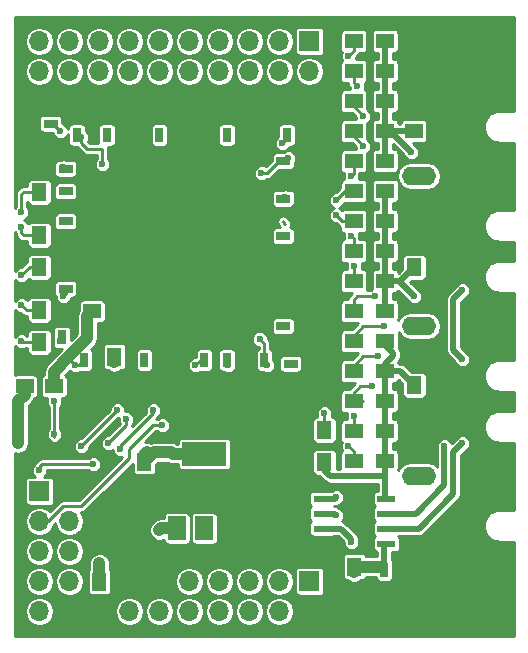
<source format=gbl>
G04 #@! TF.FileFunction,Copper,L2,Bot,Signal*
%FSLAX46Y46*%
G04 Gerber Fmt 4.6, Leading zero omitted, Abs format (unit mm)*
G04 Created by KiCad (PCBNEW 4.0.4-stable) date 12/09/17 18:10:44*
%MOMM*%
%LPD*%
G01*
G04 APERTURE LIST*
%ADD10C,0.100000*%
%ADD11O,1.900000X4.000000*%
%ADD12O,2.900000X1.600000*%
%ADD13R,1.700000X1.700000*%
%ADD14O,1.700000X1.700000*%
%ADD15R,1.550000X0.600000*%
%ADD16R,1.250000X1.500000*%
%ADD17R,1.500000X1.250000*%
%ADD18R,0.750000X1.200000*%
%ADD19R,1.200000X0.750000*%
%ADD20R,1.300000X1.500000*%
%ADD21R,1.500000X1.300000*%
%ADD22R,3.800000X2.000000*%
%ADD23R,1.500000X2.000000*%
%ADD24C,5.600000*%
%ADD25C,0.600000*%
%ADD26C,4.000000*%
%ADD27C,1.000000*%
%ADD28C,0.250000*%
%ADD29C,1.000000*%
%ADD30C,0.500000*%
G04 APERTURE END LIST*
D10*
D11*
X156020000Y-97790000D03*
D12*
X151520000Y-97790000D03*
D13*
X129540000Y-119380000D03*
D14*
X129540000Y-121920000D03*
D13*
X127000000Y-119380000D03*
D14*
X127000000Y-121920000D03*
D11*
X156020000Y-85090000D03*
D12*
X151520000Y-85090000D03*
D11*
X156020000Y-110490000D03*
D12*
X151520000Y-110490000D03*
D15*
X148750000Y-112395000D03*
X148750000Y-113665000D03*
X148750000Y-114935000D03*
X148750000Y-116205000D03*
X143350000Y-116205000D03*
X143350000Y-114935000D03*
X143350000Y-113665000D03*
X143350000Y-112395000D03*
D16*
X124460000Y-119400000D03*
X124460000Y-121900000D03*
X128270000Y-109240000D03*
X128270000Y-111740000D03*
D17*
X123845000Y-96520000D03*
X126345000Y-96520000D03*
D16*
X125730000Y-100350000D03*
X125730000Y-102850000D03*
D18*
X148590000Y-120330000D03*
X148590000Y-118430000D03*
X121285000Y-98740000D03*
X121285000Y-96840000D03*
D19*
X121605000Y-88900000D03*
X123505000Y-88900000D03*
X121605000Y-86360000D03*
X123505000Y-86360000D03*
X121605000Y-84455000D03*
X123505000Y-84455000D03*
X120330000Y-80645000D03*
X118430000Y-80645000D03*
D18*
X125095000Y-81595000D03*
X125095000Y-79695000D03*
X129540000Y-81595000D03*
X129540000Y-79695000D03*
X135255000Y-81595000D03*
X135255000Y-79695000D03*
X140335000Y-81595000D03*
X140335000Y-79695000D03*
D19*
X140015000Y-86995000D03*
X138115000Y-86995000D03*
X140015000Y-90170000D03*
X138115000Y-90170000D03*
X121605000Y-94615000D03*
X123505000Y-94615000D03*
X140015000Y-97790000D03*
X138115000Y-97790000D03*
X140655000Y-100965000D03*
X142555000Y-100965000D03*
D18*
X135255000Y-100650000D03*
X135255000Y-102550000D03*
X133350000Y-100650000D03*
X133350000Y-102550000D03*
X128270000Y-100650000D03*
X128270000Y-102550000D03*
X122555000Y-81595000D03*
X122555000Y-79695000D03*
D19*
X140015000Y-83820000D03*
X138115000Y-83820000D03*
D18*
X138430000Y-100650000D03*
X138430000Y-102550000D03*
X123190000Y-100650000D03*
X123190000Y-102550000D03*
D13*
X142240000Y-73660000D03*
D14*
X142240000Y-76200000D03*
X139700000Y-73660000D03*
X139700000Y-76200000D03*
X137160000Y-73660000D03*
X137160000Y-76200000D03*
X134620000Y-73660000D03*
X134620000Y-76200000D03*
X132080000Y-73660000D03*
X132080000Y-76200000D03*
X129540000Y-73660000D03*
X129540000Y-76200000D03*
X127000000Y-73660000D03*
X127000000Y-76200000D03*
X124460000Y-73660000D03*
X124460000Y-76200000D03*
X121920000Y-73660000D03*
X121920000Y-76200000D03*
X119380000Y-73660000D03*
X119380000Y-76200000D03*
D13*
X142240000Y-119380000D03*
D14*
X142240000Y-121920000D03*
X139700000Y-119380000D03*
X139700000Y-121920000D03*
X137160000Y-119380000D03*
X137160000Y-121920000D03*
X134620000Y-119380000D03*
X134620000Y-121920000D03*
X132080000Y-119380000D03*
X132080000Y-121920000D03*
D13*
X119380000Y-111760000D03*
D14*
X121920000Y-111760000D03*
X119380000Y-114300000D03*
X121920000Y-114300000D03*
X119380000Y-116840000D03*
X121920000Y-116840000D03*
X119380000Y-119380000D03*
X121920000Y-119380000D03*
X119380000Y-121920000D03*
X121920000Y-121920000D03*
D17*
X120630000Y-102870000D03*
X118130000Y-102870000D03*
D20*
X143510000Y-106600000D03*
X143510000Y-109300000D03*
D21*
X145970000Y-109220000D03*
X148670000Y-109220000D03*
X145970000Y-106680000D03*
X148670000Y-106680000D03*
X145970000Y-104140000D03*
X148670000Y-104140000D03*
X145970000Y-101600000D03*
X148670000Y-101600000D03*
X145970000Y-99060000D03*
X148670000Y-99060000D03*
X145970000Y-96520000D03*
X148670000Y-96520000D03*
X145970000Y-93980000D03*
X148670000Y-93980000D03*
X145970000Y-91440000D03*
X148670000Y-91440000D03*
X145970000Y-88900000D03*
X148670000Y-88900000D03*
X145970000Y-86360000D03*
X148670000Y-86360000D03*
X145970000Y-83820000D03*
X148670000Y-83820000D03*
X145970000Y-81280000D03*
X148670000Y-81280000D03*
X145970000Y-78740000D03*
X148670000Y-78740000D03*
X145970000Y-76200000D03*
X148670000Y-76200000D03*
X145970000Y-73660000D03*
X148670000Y-73660000D03*
D20*
X119380000Y-99140000D03*
X119380000Y-96440000D03*
X119380000Y-90090000D03*
X119380000Y-92790000D03*
X119380000Y-83740000D03*
X119380000Y-86440000D03*
D22*
X133350000Y-108610000D03*
D23*
X133350000Y-114910000D03*
X131050000Y-114910000D03*
X135650000Y-114910000D03*
D20*
X151130000Y-102790000D03*
X151130000Y-105490000D03*
X151130000Y-92790000D03*
X151130000Y-90090000D03*
D21*
X151050000Y-81280000D03*
X153750000Y-81280000D03*
D16*
X146050000Y-118130000D03*
X146050000Y-120630000D03*
D24*
X154940000Y-76200000D03*
X154940000Y-119380000D03*
D25*
X140462000Y-96266000D03*
X143510000Y-90170000D03*
X117856000Y-83312000D03*
X117856000Y-94742000D03*
X117856000Y-100076000D03*
X127000000Y-101092000D03*
X131572000Y-101092000D03*
X136652000Y-101092000D03*
X140462000Y-99568000D03*
X140462000Y-85598000D03*
X134366000Y-81788000D03*
X128016000Y-81788000D03*
X123952000Y-81788000D03*
X121158000Y-87630000D03*
D26*
X130810000Y-91440000D03*
D25*
X124460000Y-114554000D03*
X134874000Y-111506000D03*
D27*
X128524000Y-108458000D03*
X129540000Y-108458000D03*
D25*
X117602000Y-106680000D03*
X117602000Y-107696000D03*
X117602000Y-105918000D03*
D27*
X130556000Y-108458000D03*
D25*
X125730000Y-100838000D03*
X128270000Y-100838000D03*
X132588000Y-101092000D03*
X135382000Y-101092000D03*
X140462000Y-101092000D03*
X139954000Y-97790000D03*
X140335000Y-90170000D03*
X140208000Y-86868000D03*
X139954000Y-82296000D03*
X135382000Y-81788000D03*
X129540000Y-81788000D03*
X125060000Y-81915000D03*
X121158000Y-81280000D03*
X121412000Y-84328000D03*
X121412000Y-86360000D03*
X121412000Y-88900000D03*
X121412000Y-95250000D03*
X121158000Y-99060000D03*
X117856000Y-99060000D03*
X117856000Y-89408000D03*
X138684000Y-101092000D03*
X138036004Y-98875998D03*
X140462000Y-83566000D03*
X138176000Y-84836000D03*
X124714000Y-84074000D03*
X122936000Y-81788000D03*
X122428000Y-101092000D03*
X123444000Y-98806000D03*
X123444000Y-98044000D03*
X148082000Y-100330000D03*
X148590000Y-97790000D03*
X147828000Y-95250000D03*
X144526000Y-87122000D03*
X146304000Y-77470000D03*
X151130000Y-95250000D03*
X153670000Y-107950000D03*
X150876000Y-83058000D03*
X155194000Y-94742000D03*
X155194000Y-100584000D03*
X155194000Y-107696000D03*
X145796000Y-116078000D03*
X144526000Y-113792000D03*
X144526000Y-112268000D03*
D27*
X129540000Y-115062000D03*
X124460000Y-117856000D03*
D25*
X126238000Y-108204000D03*
X129032000Y-104902000D03*
X119380000Y-109982000D03*
X123952000Y-109474000D03*
X129794000Y-106172000D03*
X122936000Y-107950000D03*
X125984000Y-104902000D03*
X126746000Y-105664000D03*
X125222000Y-107696000D03*
X143510000Y-105156000D03*
X146050000Y-105410000D03*
X147574000Y-102870000D03*
X145796000Y-85090000D03*
X146812000Y-82550000D03*
X145542000Y-74930000D03*
X120650000Y-106934000D03*
X120650000Y-104140000D03*
X117856000Y-96012000D03*
X117856000Y-93472000D03*
X117856000Y-88138000D03*
X145542000Y-107950000D03*
X146050000Y-92710000D03*
X145796000Y-90170000D03*
X144526000Y-88392000D03*
X146812000Y-80010000D03*
D27*
X146050000Y-118618000D03*
D28*
X140208000Y-89154000D02*
X140015000Y-88961000D01*
X140015000Y-88961000D02*
X140015000Y-88900000D01*
D29*
X128270000Y-109240000D02*
X128270000Y-108712000D01*
X128270000Y-108712000D02*
X128524000Y-108458000D01*
X117602000Y-105918000D02*
X117602000Y-106680000D01*
X117602000Y-106680000D02*
X117602000Y-107696000D01*
X118130000Y-102870000D02*
X118130000Y-103612000D01*
X117602000Y-104140000D02*
X118130000Y-103612000D01*
X117602000Y-104140000D02*
X117602000Y-105918000D01*
X130556000Y-108458000D02*
X129540000Y-108458000D01*
X129540000Y-108458000D02*
X129052000Y-108458000D01*
X129052000Y-108458000D02*
X128270000Y-109240000D01*
X133350000Y-108610000D02*
X130708000Y-108610000D01*
X130708000Y-108610000D02*
X130556000Y-108458000D01*
X125730000Y-100838000D02*
X125730000Y-100350000D01*
D28*
X128270000Y-100838000D02*
X128270000Y-100650000D01*
X132588000Y-101092000D02*
X133030000Y-100650000D01*
X133030000Y-100650000D02*
X133350000Y-100650000D01*
X135382000Y-101092000D02*
X135255000Y-100965000D01*
X135255000Y-100965000D02*
X135255000Y-100650000D01*
X140462000Y-101092000D02*
X140589000Y-100965000D01*
X140589000Y-100965000D02*
X140655000Y-100965000D01*
X139954000Y-97790000D02*
X140015000Y-97790000D01*
X140335000Y-90170000D02*
X140015000Y-90170000D01*
X140208000Y-86868000D02*
X140081000Y-86995000D01*
X140081000Y-86995000D02*
X140015000Y-86995000D01*
X139954000Y-87122000D02*
X140015000Y-87061000D01*
X140015000Y-87061000D02*
X140015000Y-86995000D01*
X139954000Y-82296000D02*
X140335000Y-81915000D01*
X140335000Y-81915000D02*
X140335000Y-81595000D01*
X135382000Y-81788000D02*
X135255000Y-81661000D01*
X135255000Y-81661000D02*
X135255000Y-81595000D01*
X129540000Y-81788000D02*
X129540000Y-81595000D01*
X125060000Y-81915000D02*
X125095000Y-81880000D01*
X125095000Y-81880000D02*
X125095000Y-81595000D01*
X121158000Y-81280000D02*
X120523000Y-80645000D01*
X120523000Y-80645000D02*
X120330000Y-80645000D01*
X121412000Y-84328000D02*
X121539000Y-84455000D01*
X121539000Y-84455000D02*
X121605000Y-84455000D01*
X121412000Y-86360000D02*
X121605000Y-86360000D01*
X121412000Y-88900000D02*
X121605000Y-88900000D01*
X121605000Y-94615000D02*
X121605000Y-95057000D01*
X121605000Y-95057000D02*
X121412000Y-95250000D01*
X121158000Y-99060000D02*
X121285000Y-98933000D01*
X121285000Y-98933000D02*
X121285000Y-98740000D01*
X117936000Y-99140000D02*
X119380000Y-99140000D01*
X117856000Y-99060000D02*
X117936000Y-99140000D01*
X118030000Y-90090000D02*
X119380000Y-90090000D01*
X117856000Y-89916000D02*
X118030000Y-90090000D01*
X117856000Y-89408000D02*
X117856000Y-89916000D01*
D29*
X123444000Y-97790000D02*
X123444000Y-96921000D01*
X123444000Y-96921000D02*
X123845000Y-96520000D01*
D28*
X122428000Y-101092000D02*
X122748000Y-101092000D01*
X122748000Y-101092000D02*
X123190000Y-100650000D01*
X138430000Y-100650000D02*
X138430000Y-101092000D01*
X138430000Y-101092000D02*
X138684000Y-101092000D01*
X138430000Y-99269994D02*
X138430000Y-100650000D01*
X138036004Y-98875998D02*
X138430000Y-99269994D01*
X140462000Y-83566000D02*
X140208000Y-83820000D01*
X140208000Y-83820000D02*
X139700000Y-83820000D01*
X139700000Y-83820000D02*
X138684000Y-84836000D01*
X138684000Y-84836000D02*
X138176000Y-84836000D01*
X122936000Y-81788000D02*
X122748000Y-81788000D01*
X122748000Y-81788000D02*
X122555000Y-81595000D01*
X122936000Y-82296000D02*
X122936000Y-81788000D01*
X123444000Y-82804000D02*
X122936000Y-82296000D01*
X124714000Y-82804000D02*
X123444000Y-82804000D01*
X124714000Y-82804000D02*
X124714000Y-84074000D01*
X121920000Y-100584000D02*
X121920000Y-100330000D01*
X122428000Y-101092000D02*
X121920000Y-100584000D01*
D29*
X123444000Y-98806000D02*
X123444000Y-97790000D01*
X123444000Y-97790000D02*
X123444000Y-98044000D01*
X120630000Y-102870000D02*
X120630000Y-101620000D01*
X120630000Y-101620000D02*
X121920000Y-100330000D01*
X121920000Y-100330000D02*
X123444000Y-98806000D01*
D28*
X146812000Y-100330000D02*
X145970000Y-101172000D01*
X148082000Y-100330000D02*
X146812000Y-100330000D01*
X145970000Y-101172000D02*
X145970000Y-101600000D01*
X146812000Y-97790000D02*
X145970000Y-98632000D01*
X148590000Y-97790000D02*
X146812000Y-97790000D01*
X145970000Y-98632000D02*
X145970000Y-99060000D01*
X145970000Y-95584000D02*
X145970000Y-96520000D01*
X146304000Y-95250000D02*
X145970000Y-95584000D01*
X147828000Y-95250000D02*
X146304000Y-95250000D01*
X144526000Y-87122000D02*
X145288000Y-86360000D01*
X145288000Y-86360000D02*
X145970000Y-86360000D01*
X145970000Y-77136000D02*
X145970000Y-76200000D01*
X146304000Y-77470000D02*
X145970000Y-77136000D01*
D30*
X148670000Y-101600000D02*
X149940000Y-101600000D01*
X149940000Y-101600000D02*
X151130000Y-102790000D01*
X148670000Y-99060000D02*
X148670000Y-99394000D01*
X148670000Y-99394000D02*
X149352000Y-100076000D01*
X149352000Y-100076000D02*
X149352000Y-100330000D01*
X149352000Y-100330000D02*
X148670000Y-101012000D01*
X148670000Y-101012000D02*
X148670000Y-101600000D01*
X143510000Y-109300000D02*
X143510000Y-109982000D01*
X143510000Y-109982000D02*
X144018000Y-110490000D01*
X144018000Y-110490000D02*
X148670000Y-110490000D01*
X148670000Y-109220000D02*
X148670000Y-110490000D01*
X148670000Y-110490000D02*
X148670000Y-112315000D01*
X148670000Y-112315000D02*
X148750000Y-112395000D01*
X148670000Y-104140000D02*
X148670000Y-101600000D01*
X148670000Y-106680000D02*
X148670000Y-104140000D01*
X148670000Y-106680000D02*
X148670000Y-109220000D01*
D28*
X148670000Y-104220000D02*
X148590000Y-104140000D01*
X148590000Y-104140000D02*
X148670000Y-104060000D01*
D30*
X148750000Y-113665000D02*
X151257000Y-113665000D01*
X149860000Y-93980000D02*
X149940000Y-93980000D01*
X151130000Y-95250000D02*
X149860000Y-93980000D01*
X153670000Y-111252000D02*
X153670000Y-107950000D01*
X151257000Y-113665000D02*
X153670000Y-111252000D01*
X148670000Y-93980000D02*
X149940000Y-93980000D01*
X149940000Y-93980000D02*
X151130000Y-92790000D01*
X148670000Y-91440000D02*
X148670000Y-88900000D01*
X148670000Y-88900000D02*
X148670000Y-86360000D01*
X148670000Y-96520000D02*
X148670000Y-93980000D01*
X148670000Y-93980000D02*
X148670000Y-91440000D01*
X154432000Y-95504000D02*
X155194000Y-94742000D01*
X150876000Y-83058000D02*
X149098000Y-81280000D01*
X149098000Y-81280000D02*
X148670000Y-81280000D01*
X154432000Y-108458000D02*
X155194000Y-107696000D01*
X154432000Y-99822000D02*
X154432000Y-99568000D01*
X155194000Y-100584000D02*
X154432000Y-99822000D01*
X154432000Y-99568000D02*
X154432000Y-95504000D01*
X154432000Y-112014000D02*
X154432000Y-108458000D01*
X151511000Y-114935000D02*
X154432000Y-112014000D01*
X151511000Y-114935000D02*
X148750000Y-114935000D01*
X148670000Y-81280000D02*
X151050000Y-81280000D01*
X148670000Y-81280000D02*
X148670000Y-78740000D01*
X148670000Y-78740000D02*
X148670000Y-76200000D01*
X148670000Y-76200000D02*
X148670000Y-73660000D01*
X148670000Y-83820000D02*
X148670000Y-81280000D01*
X143350000Y-114935000D02*
X144907000Y-114935000D01*
X145796000Y-115824000D02*
X145796000Y-116078000D01*
X144907000Y-114935000D02*
X145796000Y-115824000D01*
X143350000Y-113665000D02*
X144399000Y-113665000D01*
X144399000Y-113665000D02*
X144526000Y-113792000D01*
X143350000Y-112395000D02*
X144399000Y-112395000D01*
X144399000Y-112395000D02*
X144526000Y-112268000D01*
D29*
X129692000Y-114910000D02*
X131050000Y-114910000D01*
X129540000Y-115062000D02*
X129692000Y-114910000D01*
X124460000Y-119400000D02*
X124460000Y-117856000D01*
D28*
X126238000Y-108204000D02*
X126238000Y-107950000D01*
X126238000Y-107950000D02*
X129032000Y-105156000D01*
X129032000Y-105156000D02*
X129032000Y-104902000D01*
X119380000Y-109728000D02*
X119380000Y-109982000D01*
X119634000Y-109474000D02*
X119380000Y-109728000D01*
X123952000Y-109474000D02*
X119634000Y-109474000D01*
X119380000Y-114300000D02*
X120142000Y-114300000D01*
X120142000Y-114300000D02*
X120396000Y-114046000D01*
X129794000Y-106172000D02*
X129032000Y-106172000D01*
X122936000Y-113030000D02*
X121412000Y-113030000D01*
X120142000Y-114300000D02*
X120396000Y-114046000D01*
X120396000Y-114046000D02*
X121412000Y-113030000D01*
X127000000Y-108966000D02*
X122936000Y-113030000D01*
X127000000Y-108204000D02*
X127000000Y-108966000D01*
X129032000Y-106172000D02*
X127000000Y-108204000D01*
X125984000Y-104902000D02*
X122936000Y-107950000D01*
X126746000Y-106172000D02*
X126746000Y-105664000D01*
X125222000Y-107696000D02*
X126746000Y-106172000D01*
X143510000Y-105156000D02*
X143510000Y-106600000D01*
X145970000Y-105490000D02*
X145970000Y-106680000D01*
X146050000Y-105410000D02*
X145970000Y-105490000D01*
X145970000Y-106506000D02*
X145970000Y-106680000D01*
X145970000Y-103458000D02*
X145970000Y-104140000D01*
X146558000Y-102870000D02*
X145970000Y-103458000D01*
X147574000Y-102870000D02*
X146558000Y-102870000D01*
X146812000Y-104140000D02*
X145970000Y-104140000D01*
X145970000Y-84916000D02*
X145970000Y-83820000D01*
X145796000Y-85090000D02*
X145970000Y-84916000D01*
X146812000Y-82550000D02*
X145970000Y-81708000D01*
X145970000Y-81708000D02*
X145970000Y-81280000D01*
X145970000Y-74502000D02*
X145970000Y-73660000D01*
X145542000Y-74930000D02*
X145970000Y-74502000D01*
X120650000Y-107188000D02*
X120650000Y-106934000D01*
X120650000Y-104140000D02*
X120650000Y-107188000D01*
X118284000Y-96440000D02*
X119380000Y-96440000D01*
X117856000Y-96012000D02*
X118284000Y-96440000D01*
X118538000Y-92790000D02*
X119380000Y-92790000D01*
X117856000Y-93472000D02*
X118538000Y-92790000D01*
X118792000Y-92790000D02*
X119380000Y-92790000D01*
X118030000Y-86440000D02*
X119380000Y-86440000D01*
X117856000Y-86614000D02*
X118030000Y-86440000D01*
X117856000Y-88138000D02*
X117856000Y-86614000D01*
X145970000Y-108378000D02*
X145970000Y-109220000D01*
X145542000Y-107950000D02*
X145970000Y-108378000D01*
X145796000Y-109220000D02*
X145970000Y-109220000D01*
X145970000Y-92790000D02*
X145970000Y-93980000D01*
X146050000Y-92710000D02*
X145970000Y-92790000D01*
X145970000Y-90344000D02*
X145970000Y-91440000D01*
X145796000Y-90170000D02*
X145970000Y-90344000D01*
X145034000Y-88900000D02*
X145970000Y-88900000D01*
X144526000Y-88392000D02*
X145034000Y-88900000D01*
X146812000Y-80010000D02*
X145970000Y-79168000D01*
X145970000Y-79168000D02*
X145970000Y-78740000D01*
D29*
X146050000Y-118618000D02*
X146050000Y-118130000D01*
D30*
X148590000Y-118430000D02*
X148590000Y-116365000D01*
X148590000Y-116365000D02*
X148750000Y-116205000D01*
D29*
X146050000Y-118130000D02*
X148290000Y-118130000D01*
D28*
G36*
X159570000Y-79560000D02*
X158242000Y-79560000D01*
X158198529Y-79568647D01*
X158154209Y-79568647D01*
X157862609Y-79626650D01*
X157700388Y-79693843D01*
X157453180Y-79859022D01*
X157329024Y-79983178D01*
X157163843Y-80230388D01*
X157096650Y-80392604D01*
X157096650Y-80392609D01*
X157038647Y-80684209D01*
X157038647Y-80728529D01*
X157030000Y-80772000D01*
X157030000Y-81026000D01*
X157038647Y-81069471D01*
X157038647Y-81113791D01*
X157096650Y-81405391D01*
X157096650Y-81405396D01*
X157163843Y-81567612D01*
X157329022Y-81814820D01*
X157453178Y-81938976D01*
X157700388Y-82104157D01*
X157862604Y-82171350D01*
X157862609Y-82171350D01*
X158154209Y-82229353D01*
X158198529Y-82229353D01*
X158242000Y-82238000D01*
X159570000Y-82238000D01*
X159570000Y-87942000D01*
X158242000Y-87942000D01*
X158198529Y-87950647D01*
X158154209Y-87950647D01*
X157862609Y-88008650D01*
X157700388Y-88075843D01*
X157453180Y-88241022D01*
X157329024Y-88365178D01*
X157163843Y-88612388D01*
X157096650Y-88774604D01*
X157096650Y-88774609D01*
X157038647Y-89066209D01*
X157038647Y-89110529D01*
X157030000Y-89154000D01*
X157030000Y-89408000D01*
X157038647Y-89451471D01*
X157038647Y-89495791D01*
X157096650Y-89787391D01*
X157096650Y-89787396D01*
X157163843Y-89949612D01*
X157329022Y-90196820D01*
X157453178Y-90320976D01*
X157700388Y-90486157D01*
X157862604Y-90553350D01*
X157862609Y-90553350D01*
X158154209Y-90611353D01*
X158198529Y-90611353D01*
X158242000Y-90620000D01*
X159570000Y-90620000D01*
X159570000Y-92260000D01*
X158242000Y-92260000D01*
X158198529Y-92268647D01*
X158154209Y-92268647D01*
X157862609Y-92326650D01*
X157700388Y-92393843D01*
X157453180Y-92559022D01*
X157329024Y-92683178D01*
X157163843Y-92930388D01*
X157096650Y-93092604D01*
X157096650Y-93092609D01*
X157038647Y-93384209D01*
X157038647Y-93428529D01*
X157030000Y-93472000D01*
X157030000Y-93726000D01*
X157038647Y-93769471D01*
X157038647Y-93813791D01*
X157096650Y-94105391D01*
X157096650Y-94105396D01*
X157163843Y-94267612D01*
X157329022Y-94514820D01*
X157453178Y-94638976D01*
X157700388Y-94804157D01*
X157862604Y-94871350D01*
X157862609Y-94871350D01*
X158154209Y-94929353D01*
X158198529Y-94929353D01*
X158242000Y-94938000D01*
X159570000Y-94938000D01*
X159570000Y-100642000D01*
X158242000Y-100642000D01*
X158198529Y-100650647D01*
X158154209Y-100650647D01*
X157862609Y-100708650D01*
X157700388Y-100775843D01*
X157453180Y-100941022D01*
X157329024Y-101065178D01*
X157163843Y-101312388D01*
X157096650Y-101474604D01*
X157096650Y-101474609D01*
X157038647Y-101766209D01*
X157038647Y-101810529D01*
X157030000Y-101854000D01*
X157030000Y-102108000D01*
X157038647Y-102151471D01*
X157038647Y-102195791D01*
X157096650Y-102487391D01*
X157096650Y-102487396D01*
X157163843Y-102649612D01*
X157329022Y-102896820D01*
X157453178Y-103020976D01*
X157700388Y-103186157D01*
X157862604Y-103253350D01*
X157862609Y-103253350D01*
X158154209Y-103311353D01*
X158198529Y-103311353D01*
X158242000Y-103320000D01*
X159570000Y-103320000D01*
X159570000Y-104960000D01*
X158242000Y-104960000D01*
X158198529Y-104968647D01*
X158154209Y-104968647D01*
X157862609Y-105026650D01*
X157700388Y-105093843D01*
X157453180Y-105259022D01*
X157329024Y-105383178D01*
X157163843Y-105630388D01*
X157096650Y-105792604D01*
X157096650Y-105792609D01*
X157038647Y-106084209D01*
X157038647Y-106128529D01*
X157030000Y-106172000D01*
X157030000Y-106426000D01*
X157038647Y-106469471D01*
X157038647Y-106513791D01*
X157096650Y-106805391D01*
X157096650Y-106805396D01*
X157163843Y-106967612D01*
X157329022Y-107214820D01*
X157453178Y-107338976D01*
X157700388Y-107504157D01*
X157862604Y-107571350D01*
X157862609Y-107571350D01*
X158154209Y-107629353D01*
X158198529Y-107629353D01*
X158242000Y-107638000D01*
X159570000Y-107638000D01*
X159570000Y-113342000D01*
X158242000Y-113342000D01*
X158198529Y-113350647D01*
X158154209Y-113350647D01*
X157862609Y-113408650D01*
X157700388Y-113475843D01*
X157453180Y-113641022D01*
X157329024Y-113765178D01*
X157163843Y-114012388D01*
X157096650Y-114174604D01*
X157096650Y-114174609D01*
X157038647Y-114466209D01*
X157038647Y-114510529D01*
X157030000Y-114554000D01*
X157030000Y-114808000D01*
X157038647Y-114851471D01*
X157038647Y-114895791D01*
X157096650Y-115187391D01*
X157096650Y-115187396D01*
X157163843Y-115349612D01*
X157329022Y-115596820D01*
X157453178Y-115720976D01*
X157700388Y-115886157D01*
X157862604Y-115953350D01*
X157862609Y-115953350D01*
X158154209Y-116011353D01*
X158198529Y-116011353D01*
X158242000Y-116020000D01*
X159570000Y-116020000D01*
X159570000Y-124010000D01*
X117290000Y-124010000D01*
X117290000Y-121920000D01*
X118131001Y-121920000D01*
X118224249Y-122388787D01*
X118489795Y-122786206D01*
X118887214Y-123051752D01*
X119356001Y-123145000D01*
X119403999Y-123145000D01*
X119872786Y-123051752D01*
X120270205Y-122786206D01*
X120535751Y-122388787D01*
X120628999Y-121920000D01*
X125751001Y-121920000D01*
X125844249Y-122388787D01*
X126109795Y-122786206D01*
X126507214Y-123051752D01*
X126976001Y-123145000D01*
X127023999Y-123145000D01*
X127492786Y-123051752D01*
X127890205Y-122786206D01*
X128155751Y-122388787D01*
X128248999Y-121920000D01*
X128291001Y-121920000D01*
X128384249Y-122388787D01*
X128649795Y-122786206D01*
X129047214Y-123051752D01*
X129516001Y-123145000D01*
X129563999Y-123145000D01*
X130032786Y-123051752D01*
X130430205Y-122786206D01*
X130695751Y-122388787D01*
X130788999Y-121920000D01*
X130784226Y-121896001D01*
X130855000Y-121896001D01*
X130855000Y-121943999D01*
X130948248Y-122412786D01*
X131213794Y-122810205D01*
X131611213Y-123075751D01*
X132080000Y-123168999D01*
X132548787Y-123075751D01*
X132946206Y-122810205D01*
X133211752Y-122412786D01*
X133305000Y-121943999D01*
X133305000Y-121896001D01*
X133395000Y-121896001D01*
X133395000Y-121943999D01*
X133488248Y-122412786D01*
X133753794Y-122810205D01*
X134151213Y-123075751D01*
X134620000Y-123168999D01*
X135088787Y-123075751D01*
X135486206Y-122810205D01*
X135751752Y-122412786D01*
X135845000Y-121943999D01*
X135845000Y-121896001D01*
X135935000Y-121896001D01*
X135935000Y-121943999D01*
X136028248Y-122412786D01*
X136293794Y-122810205D01*
X136691213Y-123075751D01*
X137160000Y-123168999D01*
X137628787Y-123075751D01*
X138026206Y-122810205D01*
X138291752Y-122412786D01*
X138385000Y-121943999D01*
X138385000Y-121896001D01*
X138475000Y-121896001D01*
X138475000Y-121943999D01*
X138568248Y-122412786D01*
X138833794Y-122810205D01*
X139231213Y-123075751D01*
X139700000Y-123168999D01*
X140168787Y-123075751D01*
X140566206Y-122810205D01*
X140831752Y-122412786D01*
X140925000Y-121943999D01*
X140925000Y-121896001D01*
X140831752Y-121427214D01*
X140566206Y-121029795D01*
X140168787Y-120764249D01*
X139700000Y-120671001D01*
X139231213Y-120764249D01*
X138833794Y-121029795D01*
X138568248Y-121427214D01*
X138475000Y-121896001D01*
X138385000Y-121896001D01*
X138291752Y-121427214D01*
X138026206Y-121029795D01*
X137628787Y-120764249D01*
X137160000Y-120671001D01*
X136691213Y-120764249D01*
X136293794Y-121029795D01*
X136028248Y-121427214D01*
X135935000Y-121896001D01*
X135845000Y-121896001D01*
X135751752Y-121427214D01*
X135486206Y-121029795D01*
X135088787Y-120764249D01*
X134620000Y-120671001D01*
X134151213Y-120764249D01*
X133753794Y-121029795D01*
X133488248Y-121427214D01*
X133395000Y-121896001D01*
X133305000Y-121896001D01*
X133211752Y-121427214D01*
X132946206Y-121029795D01*
X132548787Y-120764249D01*
X132080000Y-120671001D01*
X131611213Y-120764249D01*
X131213794Y-121029795D01*
X130948248Y-121427214D01*
X130855000Y-121896001D01*
X130784226Y-121896001D01*
X130695751Y-121451213D01*
X130430205Y-121053794D01*
X130032786Y-120788248D01*
X129563999Y-120695000D01*
X129516001Y-120695000D01*
X129047214Y-120788248D01*
X128649795Y-121053794D01*
X128384249Y-121451213D01*
X128291001Y-121920000D01*
X128248999Y-121920000D01*
X128155751Y-121451213D01*
X127890205Y-121053794D01*
X127492786Y-120788248D01*
X127023999Y-120695000D01*
X126976001Y-120695000D01*
X126507214Y-120788248D01*
X126109795Y-121053794D01*
X125844249Y-121451213D01*
X125751001Y-121920000D01*
X120628999Y-121920000D01*
X120535751Y-121451213D01*
X120270205Y-121053794D01*
X119872786Y-120788248D01*
X119403999Y-120695000D01*
X119356001Y-120695000D01*
X118887214Y-120788248D01*
X118489795Y-121053794D01*
X118224249Y-121451213D01*
X118131001Y-121920000D01*
X117290000Y-121920000D01*
X117290000Y-119380000D01*
X118131001Y-119380000D01*
X118224249Y-119848787D01*
X118489795Y-120246206D01*
X118887214Y-120511752D01*
X119356001Y-120605000D01*
X119403999Y-120605000D01*
X119872786Y-120511752D01*
X120270205Y-120246206D01*
X120535751Y-119848787D01*
X120628999Y-119380000D01*
X120671001Y-119380000D01*
X120764249Y-119848787D01*
X121029795Y-120246206D01*
X121427214Y-120511752D01*
X121896001Y-120605000D01*
X121943999Y-120605000D01*
X122412786Y-120511752D01*
X122810205Y-120246206D01*
X123075751Y-119848787D01*
X123168999Y-119380000D01*
X123075751Y-118911213D01*
X122901215Y-118650000D01*
X123452654Y-118650000D01*
X123452654Y-120150000D01*
X123478802Y-120288966D01*
X123560931Y-120416599D01*
X123686246Y-120502223D01*
X123835000Y-120532346D01*
X125085000Y-120532346D01*
X125223966Y-120506198D01*
X125351599Y-120424069D01*
X125437223Y-120298754D01*
X125467346Y-120150000D01*
X125467346Y-119356001D01*
X130855000Y-119356001D01*
X130855000Y-119403999D01*
X130948248Y-119872786D01*
X131213794Y-120270205D01*
X131611213Y-120535751D01*
X132080000Y-120628999D01*
X132548787Y-120535751D01*
X132946206Y-120270205D01*
X133211752Y-119872786D01*
X133305000Y-119403999D01*
X133305000Y-119356001D01*
X133395000Y-119356001D01*
X133395000Y-119403999D01*
X133488248Y-119872786D01*
X133753794Y-120270205D01*
X134151213Y-120535751D01*
X134620000Y-120628999D01*
X135088787Y-120535751D01*
X135486206Y-120270205D01*
X135751752Y-119872786D01*
X135845000Y-119403999D01*
X135845000Y-119356001D01*
X135935000Y-119356001D01*
X135935000Y-119403999D01*
X136028248Y-119872786D01*
X136293794Y-120270205D01*
X136691213Y-120535751D01*
X137160000Y-120628999D01*
X137628787Y-120535751D01*
X138026206Y-120270205D01*
X138291752Y-119872786D01*
X138385000Y-119403999D01*
X138385000Y-119356001D01*
X138475000Y-119356001D01*
X138475000Y-119403999D01*
X138568248Y-119872786D01*
X138833794Y-120270205D01*
X139231213Y-120535751D01*
X139700000Y-120628999D01*
X140168787Y-120535751D01*
X140566206Y-120270205D01*
X140831752Y-119872786D01*
X140925000Y-119403999D01*
X140925000Y-119356001D01*
X140831752Y-118887214D01*
X140593071Y-118530000D01*
X141007654Y-118530000D01*
X141007654Y-120230000D01*
X141033802Y-120368966D01*
X141115931Y-120496599D01*
X141241246Y-120582223D01*
X141390000Y-120612346D01*
X143090000Y-120612346D01*
X143228966Y-120586198D01*
X143356599Y-120504069D01*
X143442223Y-120378754D01*
X143472346Y-120230000D01*
X143472346Y-119771128D01*
X152964657Y-119771128D01*
X153264700Y-120497286D01*
X153819791Y-121053348D01*
X154545425Y-121354657D01*
X155331128Y-121355343D01*
X156057286Y-121055300D01*
X156613348Y-120500209D01*
X156914657Y-119774575D01*
X156915343Y-118988872D01*
X156615300Y-118262714D01*
X156060209Y-117706652D01*
X155334575Y-117405343D01*
X154548872Y-117404657D01*
X153822714Y-117704700D01*
X153266652Y-118259791D01*
X152965343Y-118985425D01*
X152964657Y-119771128D01*
X143472346Y-119771128D01*
X143472346Y-118530000D01*
X143446198Y-118391034D01*
X143364069Y-118263401D01*
X143238754Y-118177777D01*
X143090000Y-118147654D01*
X141390000Y-118147654D01*
X141251034Y-118173802D01*
X141123401Y-118255931D01*
X141037777Y-118381246D01*
X141007654Y-118530000D01*
X140593071Y-118530000D01*
X140566206Y-118489795D01*
X140168787Y-118224249D01*
X139700000Y-118131001D01*
X139231213Y-118224249D01*
X138833794Y-118489795D01*
X138568248Y-118887214D01*
X138475000Y-119356001D01*
X138385000Y-119356001D01*
X138291752Y-118887214D01*
X138026206Y-118489795D01*
X137628787Y-118224249D01*
X137160000Y-118131001D01*
X136691213Y-118224249D01*
X136293794Y-118489795D01*
X136028248Y-118887214D01*
X135935000Y-119356001D01*
X135845000Y-119356001D01*
X135751752Y-118887214D01*
X135486206Y-118489795D01*
X135088787Y-118224249D01*
X134620000Y-118131001D01*
X134151213Y-118224249D01*
X133753794Y-118489795D01*
X133488248Y-118887214D01*
X133395000Y-119356001D01*
X133305000Y-119356001D01*
X133211752Y-118887214D01*
X132946206Y-118489795D01*
X132548787Y-118224249D01*
X132080000Y-118131001D01*
X131611213Y-118224249D01*
X131213794Y-118489795D01*
X130948248Y-118887214D01*
X130855000Y-119356001D01*
X125467346Y-119356001D01*
X125467346Y-118650000D01*
X125441198Y-118511034D01*
X125359069Y-118383401D01*
X125335000Y-118366955D01*
X125335000Y-117856000D01*
X125335151Y-117682715D01*
X125268395Y-117521154D01*
X125268395Y-117521152D01*
X125268394Y-117521150D01*
X125202221Y-117361000D01*
X124956295Y-117114644D01*
X124634812Y-116981152D01*
X124286715Y-116980849D01*
X124125154Y-117047605D01*
X124125152Y-117047605D01*
X124125150Y-117047606D01*
X123965000Y-117113779D01*
X123718644Y-117359705D01*
X123585152Y-117681188D01*
X123584849Y-118029285D01*
X123585000Y-118029650D01*
X123585000Y-118365250D01*
X123568401Y-118375931D01*
X123482777Y-118501246D01*
X123452654Y-118650000D01*
X122901215Y-118650000D01*
X122810205Y-118513794D01*
X122412786Y-118248248D01*
X121943999Y-118155000D01*
X121896001Y-118155000D01*
X121427214Y-118248248D01*
X121029795Y-118513794D01*
X120764249Y-118911213D01*
X120671001Y-119380000D01*
X120628999Y-119380000D01*
X120535751Y-118911213D01*
X120270205Y-118513794D01*
X119872786Y-118248248D01*
X119403999Y-118155000D01*
X119356001Y-118155000D01*
X118887214Y-118248248D01*
X118489795Y-118513794D01*
X118224249Y-118911213D01*
X118131001Y-119380000D01*
X117290000Y-119380000D01*
X117290000Y-116840000D01*
X118131001Y-116840000D01*
X118224249Y-117308787D01*
X118489795Y-117706206D01*
X118887214Y-117971752D01*
X119356001Y-118065000D01*
X119403999Y-118065000D01*
X119872786Y-117971752D01*
X120270205Y-117706206D01*
X120535751Y-117308787D01*
X120628999Y-116840000D01*
X120671001Y-116840000D01*
X120764249Y-117308787D01*
X121029795Y-117706206D01*
X121427214Y-117971752D01*
X121896001Y-118065000D01*
X121943999Y-118065000D01*
X122412786Y-117971752D01*
X122810205Y-117706206D01*
X123075751Y-117308787D01*
X123168999Y-116840000D01*
X123075751Y-116371213D01*
X122810205Y-115973794D01*
X122412786Y-115708248D01*
X121943999Y-115615000D01*
X121896001Y-115615000D01*
X121427214Y-115708248D01*
X121029795Y-115973794D01*
X120764249Y-116371213D01*
X120671001Y-116840000D01*
X120628999Y-116840000D01*
X120535751Y-116371213D01*
X120270205Y-115973794D01*
X119872786Y-115708248D01*
X119403999Y-115615000D01*
X119356001Y-115615000D01*
X118887214Y-115708248D01*
X118489795Y-115973794D01*
X118224249Y-116371213D01*
X118131001Y-116840000D01*
X117290000Y-116840000D01*
X117290000Y-114300000D01*
X118131001Y-114300000D01*
X118224249Y-114768787D01*
X118489795Y-115166206D01*
X118887214Y-115431752D01*
X119356001Y-115525000D01*
X119403999Y-115525000D01*
X119872786Y-115431752D01*
X120270205Y-115166206D01*
X120535751Y-114768787D01*
X120574345Y-114574761D01*
X120700551Y-114448556D01*
X120764249Y-114768787D01*
X121029795Y-115166206D01*
X121427214Y-115431752D01*
X121896001Y-115525000D01*
X121943999Y-115525000D01*
X122412786Y-115431752D01*
X122706820Y-115235285D01*
X128664849Y-115235285D01*
X128731605Y-115396846D01*
X128731605Y-115396848D01*
X128731606Y-115396850D01*
X128797779Y-115557000D01*
X129043705Y-115803356D01*
X129365188Y-115936848D01*
X129713285Y-115937151D01*
X129874846Y-115870395D01*
X129874848Y-115870395D01*
X129874850Y-115870394D01*
X129917654Y-115852707D01*
X129917654Y-115910000D01*
X129943802Y-116048966D01*
X130025931Y-116176599D01*
X130151246Y-116262223D01*
X130300000Y-116292346D01*
X131800000Y-116292346D01*
X131938966Y-116266198D01*
X132066599Y-116184069D01*
X132152223Y-116058754D01*
X132182346Y-115910000D01*
X132182346Y-113910000D01*
X132217654Y-113910000D01*
X132217654Y-115910000D01*
X132243802Y-116048966D01*
X132325931Y-116176599D01*
X132451246Y-116262223D01*
X132600000Y-116292346D01*
X134100000Y-116292346D01*
X134238966Y-116266198D01*
X134366599Y-116184069D01*
X134452223Y-116058754D01*
X134482346Y-115910000D01*
X134482346Y-113910000D01*
X134456198Y-113771034D01*
X134374069Y-113643401D01*
X134248754Y-113557777D01*
X134100000Y-113527654D01*
X132600000Y-113527654D01*
X132461034Y-113553802D01*
X132333401Y-113635931D01*
X132247777Y-113761246D01*
X132217654Y-113910000D01*
X132182346Y-113910000D01*
X132156198Y-113771034D01*
X132074069Y-113643401D01*
X131948754Y-113557777D01*
X131800000Y-113527654D01*
X130300000Y-113527654D01*
X130161034Y-113553802D01*
X130033401Y-113635931D01*
X129947777Y-113761246D01*
X129917654Y-113910000D01*
X129917654Y-114035000D01*
X129692000Y-114035000D01*
X129412706Y-114090555D01*
X129357151Y-114101605D01*
X129073281Y-114291282D01*
X128921820Y-114442744D01*
X128798644Y-114565705D01*
X128665152Y-114887188D01*
X128664849Y-115235285D01*
X122706820Y-115235285D01*
X122810205Y-115166206D01*
X123075751Y-114768787D01*
X123168999Y-114300000D01*
X123075751Y-113831213D01*
X122874488Y-113530000D01*
X122936000Y-113530000D01*
X123127342Y-113491940D01*
X123289553Y-113383553D01*
X124578106Y-112095000D01*
X142192654Y-112095000D01*
X142192654Y-112695000D01*
X142218802Y-112833966D01*
X142300931Y-112961599D01*
X142402034Y-113030680D01*
X142308401Y-113090931D01*
X142222777Y-113216246D01*
X142192654Y-113365000D01*
X142192654Y-113965000D01*
X142218802Y-114103966D01*
X142300931Y-114231599D01*
X142402034Y-114300680D01*
X142308401Y-114360931D01*
X142222777Y-114486246D01*
X142192654Y-114635000D01*
X142192654Y-115235000D01*
X142218802Y-115373966D01*
X142300931Y-115501599D01*
X142426246Y-115587223D01*
X142575000Y-115617346D01*
X144125000Y-115617346D01*
X144263966Y-115591198D01*
X144312449Y-115560000D01*
X144648116Y-115560000D01*
X145121039Y-116032923D01*
X145120883Y-116211677D01*
X145223429Y-116459857D01*
X145413144Y-116649903D01*
X145661145Y-116752883D01*
X145929677Y-116753117D01*
X146177857Y-116650571D01*
X146367903Y-116460856D01*
X146470883Y-116212855D01*
X146471117Y-115944323D01*
X146420628Y-115822131D01*
X146373425Y-115584823D01*
X146237942Y-115382058D01*
X145348942Y-114493058D01*
X145146177Y-114357575D01*
X144953298Y-114319209D01*
X145097903Y-114174856D01*
X145200883Y-113926855D01*
X145201117Y-113658323D01*
X145098571Y-113410143D01*
X144908856Y-113220097D01*
X144717743Y-113140739D01*
X144638177Y-113087575D01*
X144399000Y-113040000D01*
X144313596Y-113040000D01*
X144297966Y-113029320D01*
X144312449Y-113020000D01*
X144399000Y-113020000D01*
X144638177Y-112972425D01*
X144718277Y-112918904D01*
X144907857Y-112840571D01*
X145097903Y-112650856D01*
X145200883Y-112402855D01*
X145201117Y-112134323D01*
X145098571Y-111886143D01*
X144908856Y-111696097D01*
X144660855Y-111593117D01*
X144392323Y-111592883D01*
X144144143Y-111695429D01*
X144126570Y-111712972D01*
X144125000Y-111712654D01*
X142575000Y-111712654D01*
X142436034Y-111738802D01*
X142308401Y-111820931D01*
X142222777Y-111946246D01*
X142192654Y-112095000D01*
X124578106Y-112095000D01*
X127262654Y-109410452D01*
X127262654Y-109990000D01*
X127288802Y-110128966D01*
X127370931Y-110256599D01*
X127496246Y-110342223D01*
X127645000Y-110372346D01*
X128895000Y-110372346D01*
X129033966Y-110346198D01*
X129161599Y-110264069D01*
X129247223Y-110138754D01*
X129277346Y-109990000D01*
X129277346Y-109470090D01*
X129414436Y-109333000D01*
X129539811Y-109333000D01*
X129713285Y-109333151D01*
X129713650Y-109333000D01*
X130245349Y-109333000D01*
X130373151Y-109418395D01*
X130421138Y-109427940D01*
X130708000Y-109485000D01*
X131067654Y-109485000D01*
X131067654Y-109610000D01*
X131093802Y-109748966D01*
X131175931Y-109876599D01*
X131301246Y-109962223D01*
X131450000Y-109992346D01*
X135250000Y-109992346D01*
X135388966Y-109966198D01*
X135516599Y-109884069D01*
X135602223Y-109758754D01*
X135632346Y-109610000D01*
X135632346Y-108550000D01*
X142477654Y-108550000D01*
X142477654Y-110050000D01*
X142503802Y-110188966D01*
X142585931Y-110316599D01*
X142711246Y-110402223D01*
X142860000Y-110432346D01*
X143076462Y-110432346D01*
X143576056Y-110931939D01*
X143576058Y-110931942D01*
X143778823Y-111067425D01*
X144018000Y-111115000D01*
X148045000Y-111115000D01*
X148045000Y-111712654D01*
X147975000Y-111712654D01*
X147836034Y-111738802D01*
X147708401Y-111820931D01*
X147622777Y-111946246D01*
X147592654Y-112095000D01*
X147592654Y-112695000D01*
X147618802Y-112833966D01*
X147700931Y-112961599D01*
X147802034Y-113030680D01*
X147708401Y-113090931D01*
X147622777Y-113216246D01*
X147592654Y-113365000D01*
X147592654Y-113965000D01*
X147618802Y-114103966D01*
X147700931Y-114231599D01*
X147802034Y-114300680D01*
X147708401Y-114360931D01*
X147622777Y-114486246D01*
X147592654Y-114635000D01*
X147592654Y-115235000D01*
X147618802Y-115373966D01*
X147700931Y-115501599D01*
X147802034Y-115570680D01*
X147708401Y-115630931D01*
X147622777Y-115756246D01*
X147592654Y-115905000D01*
X147592654Y-116505000D01*
X147618802Y-116643966D01*
X147700931Y-116771599D01*
X147826246Y-116857223D01*
X147965000Y-116885321D01*
X147965000Y-117255000D01*
X147033826Y-117255000D01*
X147031198Y-117241034D01*
X146949069Y-117113401D01*
X146823754Y-117027777D01*
X146675000Y-116997654D01*
X145425000Y-116997654D01*
X145286034Y-117023802D01*
X145158401Y-117105931D01*
X145072777Y-117231246D01*
X145042654Y-117380000D01*
X145042654Y-118880000D01*
X145068802Y-119018966D01*
X145150931Y-119146599D01*
X145276246Y-119232223D01*
X145425000Y-119262346D01*
X145456864Y-119262346D01*
X145553705Y-119359356D01*
X145875188Y-119492848D01*
X146223285Y-119493151D01*
X146384846Y-119426395D01*
X146384848Y-119426395D01*
X146384850Y-119426394D01*
X146545000Y-119360221D01*
X146643046Y-119262346D01*
X146675000Y-119262346D01*
X146813966Y-119236198D01*
X146941599Y-119154069D01*
X147027223Y-119028754D01*
X147032033Y-119005000D01*
X147832654Y-119005000D01*
X147832654Y-119030000D01*
X147858802Y-119168966D01*
X147940931Y-119296599D01*
X148066246Y-119382223D01*
X148215000Y-119412346D01*
X148965000Y-119412346D01*
X149103966Y-119386198D01*
X149231599Y-119304069D01*
X149317223Y-119178754D01*
X149347346Y-119030000D01*
X149347346Y-117830000D01*
X149321198Y-117691034D01*
X149239069Y-117563401D01*
X149215000Y-117546955D01*
X149215000Y-116887346D01*
X149525000Y-116887346D01*
X149663966Y-116861198D01*
X149791599Y-116779069D01*
X149877223Y-116653754D01*
X149907346Y-116505000D01*
X149907346Y-115905000D01*
X149881198Y-115766034D01*
X149799069Y-115638401D01*
X149697966Y-115569320D01*
X149712449Y-115560000D01*
X151511000Y-115560000D01*
X151750177Y-115512425D01*
X151952942Y-115376942D01*
X154873942Y-112455942D01*
X155009425Y-112253177D01*
X155057001Y-112014000D01*
X155057000Y-112013995D01*
X155057000Y-108716884D01*
X155455640Y-108318244D01*
X155575857Y-108268571D01*
X155765903Y-108078856D01*
X155868883Y-107830855D01*
X155869117Y-107562323D01*
X155766571Y-107314143D01*
X155576856Y-107124097D01*
X155328855Y-107021117D01*
X155060323Y-107020883D01*
X154812143Y-107123429D01*
X154622097Y-107313144D01*
X154571768Y-107434348D01*
X154299703Y-107706413D01*
X154242571Y-107568143D01*
X154052856Y-107378097D01*
X153804855Y-107275117D01*
X153536323Y-107274883D01*
X153288143Y-107377429D01*
X153098097Y-107567144D01*
X152995117Y-107815145D01*
X152994883Y-108083677D01*
X153045000Y-108204969D01*
X153045000Y-109671715D01*
X153036604Y-109659150D01*
X152655407Y-109404442D01*
X152205754Y-109315000D01*
X150834246Y-109315000D01*
X150384593Y-109404442D01*
X150003396Y-109659150D01*
X149776183Y-109999198D01*
X149802346Y-109870000D01*
X149802346Y-108570000D01*
X149776198Y-108431034D01*
X149694069Y-108303401D01*
X149568754Y-108217777D01*
X149420000Y-108187654D01*
X149295000Y-108187654D01*
X149295000Y-107712346D01*
X149420000Y-107712346D01*
X149558966Y-107686198D01*
X149686599Y-107604069D01*
X149772223Y-107478754D01*
X149802346Y-107330000D01*
X149802346Y-106030000D01*
X149776198Y-105891034D01*
X149694069Y-105763401D01*
X149568754Y-105677777D01*
X149420000Y-105647654D01*
X149295000Y-105647654D01*
X149295000Y-105172346D01*
X149420000Y-105172346D01*
X149558966Y-105146198D01*
X149686599Y-105064069D01*
X149772223Y-104938754D01*
X149802346Y-104790000D01*
X149802346Y-103490000D01*
X149776198Y-103351034D01*
X149694069Y-103223401D01*
X149568754Y-103137777D01*
X149420000Y-103107654D01*
X149295000Y-103107654D01*
X149295000Y-102632346D01*
X149420000Y-102632346D01*
X149558966Y-102606198D01*
X149686599Y-102524069D01*
X149772223Y-102398754D01*
X149786141Y-102330025D01*
X150097654Y-102641538D01*
X150097654Y-103540000D01*
X150123802Y-103678966D01*
X150205931Y-103806599D01*
X150331246Y-103892223D01*
X150480000Y-103922346D01*
X151780000Y-103922346D01*
X151918966Y-103896198D01*
X152046599Y-103814069D01*
X152132223Y-103688754D01*
X152162346Y-103540000D01*
X152162346Y-102040000D01*
X152136198Y-101901034D01*
X152054069Y-101773401D01*
X151928754Y-101687777D01*
X151780000Y-101657654D01*
X150881538Y-101657654D01*
X150381942Y-101158058D01*
X150179177Y-101022575D01*
X149940000Y-100975000D01*
X149802346Y-100975000D01*
X149802346Y-100950000D01*
X149776198Y-100811034D01*
X149767839Y-100798044D01*
X149793939Y-100771944D01*
X149793942Y-100771942D01*
X149929425Y-100569177D01*
X149939188Y-100520097D01*
X149977001Y-100330000D01*
X149977000Y-100329995D01*
X149977000Y-100076005D01*
X149977001Y-100076000D01*
X149929425Y-99836823D01*
X149909616Y-99807177D01*
X149802346Y-99646635D01*
X149802346Y-98410000D01*
X149778762Y-98284662D01*
X150003396Y-98620850D01*
X150384593Y-98875558D01*
X150834246Y-98965000D01*
X152205754Y-98965000D01*
X152655407Y-98875558D01*
X153036604Y-98620850D01*
X153291312Y-98239653D01*
X153380754Y-97790000D01*
X153291312Y-97340347D01*
X153036604Y-96959150D01*
X152655407Y-96704442D01*
X152205754Y-96615000D01*
X150834246Y-96615000D01*
X150384593Y-96704442D01*
X150003396Y-96959150D01*
X149776183Y-97299198D01*
X149802346Y-97170000D01*
X149802346Y-95870000D01*
X149776198Y-95731034D01*
X149694069Y-95603401D01*
X149568754Y-95517777D01*
X149420000Y-95487654D01*
X149295000Y-95487654D01*
X149295000Y-95012346D01*
X149420000Y-95012346D01*
X149558966Y-94986198D01*
X149686599Y-94904069D01*
X149772223Y-94778754D01*
X149772669Y-94776553D01*
X150507756Y-95511640D01*
X150557429Y-95631857D01*
X150747144Y-95821903D01*
X150995145Y-95924883D01*
X151263677Y-95925117D01*
X151511857Y-95822571D01*
X151701903Y-95632856D01*
X151755409Y-95504000D01*
X153807000Y-95504000D01*
X153807000Y-99822000D01*
X153854575Y-100061177D01*
X153990058Y-100263942D01*
X154571756Y-100845640D01*
X154621429Y-100965857D01*
X154811144Y-101155903D01*
X155059145Y-101258883D01*
X155327677Y-101259117D01*
X155575857Y-101156571D01*
X155765903Y-100966856D01*
X155868883Y-100718855D01*
X155869117Y-100450323D01*
X155766571Y-100202143D01*
X155576856Y-100012097D01*
X155455652Y-99961768D01*
X155057000Y-99563116D01*
X155057000Y-95762884D01*
X155455640Y-95364244D01*
X155575857Y-95314571D01*
X155765903Y-95124856D01*
X155868883Y-94876855D01*
X155869117Y-94608323D01*
X155766571Y-94360143D01*
X155576856Y-94170097D01*
X155328855Y-94067117D01*
X155060323Y-94066883D01*
X154812143Y-94169429D01*
X154622097Y-94359144D01*
X154571768Y-94480348D01*
X153990058Y-95062058D01*
X153854575Y-95264823D01*
X153807000Y-95504000D01*
X151755409Y-95504000D01*
X151804883Y-95384855D01*
X151805117Y-95116323D01*
X151702571Y-94868143D01*
X151512856Y-94678097D01*
X151391652Y-94627768D01*
X150783884Y-94020000D01*
X150881538Y-93922346D01*
X151780000Y-93922346D01*
X151918966Y-93896198D01*
X152046599Y-93814069D01*
X152132223Y-93688754D01*
X152162346Y-93540000D01*
X152162346Y-92040000D01*
X152136198Y-91901034D01*
X152054069Y-91773401D01*
X151928754Y-91687777D01*
X151780000Y-91657654D01*
X150480000Y-91657654D01*
X150341034Y-91683802D01*
X150213401Y-91765931D01*
X150127777Y-91891246D01*
X150097654Y-92040000D01*
X150097654Y-92938462D01*
X149787107Y-93249009D01*
X149776198Y-93191034D01*
X149694069Y-93063401D01*
X149568754Y-92977777D01*
X149420000Y-92947654D01*
X149295000Y-92947654D01*
X149295000Y-92472346D01*
X149420000Y-92472346D01*
X149558966Y-92446198D01*
X149686599Y-92364069D01*
X149772223Y-92238754D01*
X149802346Y-92090000D01*
X149802346Y-90790000D01*
X149776198Y-90651034D01*
X149694069Y-90523401D01*
X149568754Y-90437777D01*
X149420000Y-90407654D01*
X149295000Y-90407654D01*
X149295000Y-89932346D01*
X149420000Y-89932346D01*
X149558966Y-89906198D01*
X149686599Y-89824069D01*
X149772223Y-89698754D01*
X149802346Y-89550000D01*
X149802346Y-88250000D01*
X149776198Y-88111034D01*
X149694069Y-87983401D01*
X149568754Y-87897777D01*
X149420000Y-87867654D01*
X149295000Y-87867654D01*
X149295000Y-87392346D01*
X149420000Y-87392346D01*
X149558966Y-87366198D01*
X149686599Y-87284069D01*
X149772223Y-87158754D01*
X149802346Y-87010000D01*
X149802346Y-85710000D01*
X149778762Y-85584662D01*
X150003396Y-85920850D01*
X150384593Y-86175558D01*
X150834246Y-86265000D01*
X152205754Y-86265000D01*
X152655407Y-86175558D01*
X153036604Y-85920850D01*
X153291312Y-85539653D01*
X153380754Y-85090000D01*
X153291312Y-84640347D01*
X153036604Y-84259150D01*
X152655407Y-84004442D01*
X152205754Y-83915000D01*
X150834246Y-83915000D01*
X150384593Y-84004442D01*
X150003396Y-84259150D01*
X149776183Y-84599198D01*
X149802346Y-84470000D01*
X149802346Y-83170000D01*
X149776198Y-83031034D01*
X149694069Y-82903401D01*
X149568754Y-82817777D01*
X149420000Y-82787654D01*
X149295000Y-82787654D01*
X149295000Y-82360884D01*
X150253756Y-83319640D01*
X150303429Y-83439857D01*
X150493144Y-83629903D01*
X150741145Y-83732883D01*
X151009677Y-83733117D01*
X151257857Y-83630571D01*
X151447903Y-83440856D01*
X151550883Y-83192855D01*
X151551117Y-82924323D01*
X151448571Y-82676143D01*
X151258856Y-82486097D01*
X151137652Y-82435768D01*
X151014230Y-82312346D01*
X151800000Y-82312346D01*
X151938966Y-82286198D01*
X152066599Y-82204069D01*
X152152223Y-82078754D01*
X152182346Y-81930000D01*
X152182346Y-80630000D01*
X152156198Y-80491034D01*
X152074069Y-80363401D01*
X151948754Y-80277777D01*
X151800000Y-80247654D01*
X150300000Y-80247654D01*
X150161034Y-80273802D01*
X150033401Y-80355931D01*
X149947777Y-80481246D01*
X149917654Y-80630000D01*
X149917654Y-80655000D01*
X149802346Y-80655000D01*
X149802346Y-80630000D01*
X149776198Y-80491034D01*
X149694069Y-80363401D01*
X149568754Y-80277777D01*
X149420000Y-80247654D01*
X149295000Y-80247654D01*
X149295000Y-79772346D01*
X149420000Y-79772346D01*
X149558966Y-79746198D01*
X149686599Y-79664069D01*
X149772223Y-79538754D01*
X149802346Y-79390000D01*
X149802346Y-78090000D01*
X149776198Y-77951034D01*
X149694069Y-77823401D01*
X149568754Y-77737777D01*
X149420000Y-77707654D01*
X149295000Y-77707654D01*
X149295000Y-77232346D01*
X149420000Y-77232346D01*
X149558966Y-77206198D01*
X149686599Y-77124069D01*
X149772223Y-76998754D01*
X149802346Y-76850000D01*
X149802346Y-76591128D01*
X152964657Y-76591128D01*
X153264700Y-77317286D01*
X153819791Y-77873348D01*
X154545425Y-78174657D01*
X155331128Y-78175343D01*
X156057286Y-77875300D01*
X156613348Y-77320209D01*
X156914657Y-76594575D01*
X156915343Y-75808872D01*
X156615300Y-75082714D01*
X156060209Y-74526652D01*
X155334575Y-74225343D01*
X154548872Y-74224657D01*
X153822714Y-74524700D01*
X153266652Y-75079791D01*
X152965343Y-75805425D01*
X152964657Y-76591128D01*
X149802346Y-76591128D01*
X149802346Y-75550000D01*
X149776198Y-75411034D01*
X149694069Y-75283401D01*
X149568754Y-75197777D01*
X149420000Y-75167654D01*
X149295000Y-75167654D01*
X149295000Y-74692346D01*
X149420000Y-74692346D01*
X149558966Y-74666198D01*
X149686599Y-74584069D01*
X149772223Y-74458754D01*
X149802346Y-74310000D01*
X149802346Y-73010000D01*
X149776198Y-72871034D01*
X149694069Y-72743401D01*
X149568754Y-72657777D01*
X149420000Y-72627654D01*
X147920000Y-72627654D01*
X147781034Y-72653802D01*
X147653401Y-72735931D01*
X147567777Y-72861246D01*
X147537654Y-73010000D01*
X147537654Y-74310000D01*
X147563802Y-74448966D01*
X147645931Y-74576599D01*
X147771246Y-74662223D01*
X147920000Y-74692346D01*
X148045000Y-74692346D01*
X148045000Y-75167654D01*
X147920000Y-75167654D01*
X147781034Y-75193802D01*
X147653401Y-75275931D01*
X147567777Y-75401246D01*
X147537654Y-75550000D01*
X147537654Y-76850000D01*
X147563802Y-76988966D01*
X147645931Y-77116599D01*
X147771246Y-77202223D01*
X147920000Y-77232346D01*
X148045000Y-77232346D01*
X148045000Y-77707654D01*
X147920000Y-77707654D01*
X147781034Y-77733802D01*
X147653401Y-77815931D01*
X147567777Y-77941246D01*
X147537654Y-78090000D01*
X147537654Y-79390000D01*
X147563802Y-79528966D01*
X147645931Y-79656599D01*
X147771246Y-79742223D01*
X147920000Y-79772346D01*
X148045000Y-79772346D01*
X148045000Y-80247654D01*
X147920000Y-80247654D01*
X147781034Y-80273802D01*
X147653401Y-80355931D01*
X147567777Y-80481246D01*
X147537654Y-80630000D01*
X147537654Y-81930000D01*
X147563802Y-82068966D01*
X147645931Y-82196599D01*
X147771246Y-82282223D01*
X147920000Y-82312346D01*
X148045000Y-82312346D01*
X148045000Y-82787654D01*
X147920000Y-82787654D01*
X147781034Y-82813802D01*
X147653401Y-82895931D01*
X147567777Y-83021246D01*
X147537654Y-83170000D01*
X147537654Y-84470000D01*
X147563802Y-84608966D01*
X147645931Y-84736599D01*
X147771246Y-84822223D01*
X147920000Y-84852346D01*
X149420000Y-84852346D01*
X149558966Y-84826198D01*
X149686599Y-84744069D01*
X149745082Y-84658477D01*
X149659246Y-85090000D01*
X149745414Y-85523194D01*
X149694069Y-85443401D01*
X149568754Y-85357777D01*
X149420000Y-85327654D01*
X147920000Y-85327654D01*
X147781034Y-85353802D01*
X147653401Y-85435931D01*
X147567777Y-85561246D01*
X147537654Y-85710000D01*
X147537654Y-87010000D01*
X147563802Y-87148966D01*
X147645931Y-87276599D01*
X147771246Y-87362223D01*
X147920000Y-87392346D01*
X148045000Y-87392346D01*
X148045000Y-87867654D01*
X147920000Y-87867654D01*
X147781034Y-87893802D01*
X147653401Y-87975931D01*
X147567777Y-88101246D01*
X147537654Y-88250000D01*
X147537654Y-89550000D01*
X147563802Y-89688966D01*
X147645931Y-89816599D01*
X147771246Y-89902223D01*
X147920000Y-89932346D01*
X148045000Y-89932346D01*
X148045000Y-90407654D01*
X147920000Y-90407654D01*
X147781034Y-90433802D01*
X147653401Y-90515931D01*
X147567777Y-90641246D01*
X147537654Y-90790000D01*
X147537654Y-92090000D01*
X147563802Y-92228966D01*
X147645931Y-92356599D01*
X147771246Y-92442223D01*
X147920000Y-92472346D01*
X148045000Y-92472346D01*
X148045000Y-92947654D01*
X147920000Y-92947654D01*
X147781034Y-92973802D01*
X147653401Y-93055931D01*
X147567777Y-93181246D01*
X147537654Y-93330000D01*
X147537654Y-94630000D01*
X147539333Y-94638924D01*
X147446143Y-94677429D01*
X147373445Y-94750000D01*
X147078046Y-94750000D01*
X147102346Y-94630000D01*
X147102346Y-93330000D01*
X147076198Y-93191034D01*
X146994069Y-93063401D01*
X146868754Y-92977777D01*
X146720000Y-92947654D01*
X146682197Y-92947654D01*
X146724883Y-92844855D01*
X146725117Y-92576323D01*
X146682155Y-92472346D01*
X146720000Y-92472346D01*
X146858966Y-92446198D01*
X146986599Y-92364069D01*
X147072223Y-92238754D01*
X147102346Y-92090000D01*
X147102346Y-90790000D01*
X147076198Y-90651034D01*
X146994069Y-90523401D01*
X146868754Y-90437777D01*
X146720000Y-90407654D01*
X146470000Y-90407654D01*
X146470000Y-90344000D01*
X146465021Y-90318971D01*
X146470883Y-90304855D01*
X146471117Y-90036323D01*
X146428155Y-89932346D01*
X146720000Y-89932346D01*
X146858966Y-89906198D01*
X146986599Y-89824069D01*
X147072223Y-89698754D01*
X147102346Y-89550000D01*
X147102346Y-88250000D01*
X147076198Y-88111034D01*
X146994069Y-87983401D01*
X146868754Y-87897777D01*
X146720000Y-87867654D01*
X145220000Y-87867654D01*
X145081034Y-87893802D01*
X145020997Y-87932434D01*
X144908856Y-87820097D01*
X144756835Y-87756972D01*
X144907857Y-87694571D01*
X145097903Y-87504856D01*
X145150468Y-87378266D01*
X145220000Y-87392346D01*
X146720000Y-87392346D01*
X146858966Y-87366198D01*
X146986599Y-87284069D01*
X147072223Y-87158754D01*
X147102346Y-87010000D01*
X147102346Y-85710000D01*
X147076198Y-85571034D01*
X146994069Y-85443401D01*
X146868754Y-85357777D01*
X146720000Y-85327654D01*
X146428197Y-85327654D01*
X146470883Y-85224855D01*
X146471117Y-84956323D01*
X146464949Y-84941395D01*
X146470000Y-84916000D01*
X146470000Y-84852346D01*
X146720000Y-84852346D01*
X146858966Y-84826198D01*
X146986599Y-84744069D01*
X147072223Y-84618754D01*
X147102346Y-84470000D01*
X147102346Y-83170000D01*
X147100667Y-83161076D01*
X147193857Y-83122571D01*
X147383903Y-82932856D01*
X147486883Y-82684855D01*
X147487117Y-82416323D01*
X147384571Y-82168143D01*
X147194856Y-81978097D01*
X147100537Y-81938932D01*
X147102346Y-81930000D01*
X147102346Y-80630000D01*
X147100667Y-80621076D01*
X147193857Y-80582571D01*
X147383903Y-80392856D01*
X147486883Y-80144855D01*
X147487117Y-79876323D01*
X147384571Y-79628143D01*
X147194856Y-79438097D01*
X147100537Y-79398932D01*
X147102346Y-79390000D01*
X147102346Y-78090000D01*
X147076198Y-77951034D01*
X146994069Y-77823401D01*
X146911547Y-77767016D01*
X146978883Y-77604855D01*
X146979117Y-77336323D01*
X146911407Y-77172453D01*
X146986599Y-77124069D01*
X147072223Y-76998754D01*
X147102346Y-76850000D01*
X147102346Y-75550000D01*
X147076198Y-75411034D01*
X146994069Y-75283401D01*
X146868754Y-75197777D01*
X146720000Y-75167654D01*
X146174197Y-75167654D01*
X146216883Y-75064855D01*
X146216973Y-74962134D01*
X146323553Y-74855554D01*
X146431940Y-74693342D01*
X146432138Y-74692346D01*
X146720000Y-74692346D01*
X146858966Y-74666198D01*
X146986599Y-74584069D01*
X147072223Y-74458754D01*
X147102346Y-74310000D01*
X147102346Y-73010000D01*
X147076198Y-72871034D01*
X146994069Y-72743401D01*
X146868754Y-72657777D01*
X146720000Y-72627654D01*
X145220000Y-72627654D01*
X145081034Y-72653802D01*
X144953401Y-72735931D01*
X144867777Y-72861246D01*
X144837654Y-73010000D01*
X144837654Y-74310000D01*
X144863802Y-74448966D01*
X144945931Y-74576599D01*
X144955228Y-74582952D01*
X144867117Y-74795145D01*
X144866883Y-75063677D01*
X144954336Y-75275329D01*
X144953401Y-75275931D01*
X144867777Y-75401246D01*
X144837654Y-75550000D01*
X144837654Y-76850000D01*
X144863802Y-76988966D01*
X144945931Y-77116599D01*
X145071246Y-77202223D01*
X145220000Y-77232346D01*
X145489164Y-77232346D01*
X145498376Y-77278658D01*
X145508060Y-77327342D01*
X145616447Y-77489553D01*
X145628972Y-77502078D01*
X145628883Y-77603677D01*
X145671845Y-77707654D01*
X145220000Y-77707654D01*
X145081034Y-77733802D01*
X144953401Y-77815931D01*
X144867777Y-77941246D01*
X144837654Y-78090000D01*
X144837654Y-79390000D01*
X144863802Y-79528966D01*
X144945931Y-79656599D01*
X145071246Y-79742223D01*
X145220000Y-79772346D01*
X145867240Y-79772346D01*
X146136972Y-80042078D01*
X146136883Y-80143677D01*
X146179845Y-80247654D01*
X145220000Y-80247654D01*
X145081034Y-80273802D01*
X144953401Y-80355931D01*
X144867777Y-80481246D01*
X144837654Y-80630000D01*
X144837654Y-81930000D01*
X144863802Y-82068966D01*
X144945931Y-82196599D01*
X145071246Y-82282223D01*
X145220000Y-82312346D01*
X145867240Y-82312346D01*
X146136972Y-82582078D01*
X146136883Y-82683677D01*
X146179845Y-82787654D01*
X145220000Y-82787654D01*
X145081034Y-82813802D01*
X144953401Y-82895931D01*
X144867777Y-83021246D01*
X144837654Y-83170000D01*
X144837654Y-84470000D01*
X144863802Y-84608966D01*
X144945931Y-84736599D01*
X145071246Y-84822223D01*
X145168162Y-84841849D01*
X145121117Y-84955145D01*
X145120883Y-85223677D01*
X145167896Y-85337458D01*
X145081034Y-85353802D01*
X144953401Y-85435931D01*
X144867777Y-85561246D01*
X144837654Y-85710000D01*
X144837654Y-86103239D01*
X144493922Y-86446972D01*
X144392323Y-86446883D01*
X144144143Y-86549429D01*
X143954097Y-86739144D01*
X143851117Y-86987145D01*
X143850883Y-87255677D01*
X143953429Y-87503857D01*
X144143144Y-87693903D01*
X144295165Y-87757028D01*
X144144143Y-87819429D01*
X143954097Y-88009144D01*
X143851117Y-88257145D01*
X143850883Y-88525677D01*
X143953429Y-88773857D01*
X144143144Y-88963903D01*
X144391145Y-89066883D01*
X144493866Y-89066973D01*
X144680446Y-89253553D01*
X144837654Y-89358596D01*
X144837654Y-89550000D01*
X144863802Y-89688966D01*
X144945931Y-89816599D01*
X145071246Y-89902223D01*
X145168162Y-89921849D01*
X145121117Y-90035145D01*
X145120883Y-90303677D01*
X145167896Y-90417458D01*
X145081034Y-90433802D01*
X144953401Y-90515931D01*
X144867777Y-90641246D01*
X144837654Y-90790000D01*
X144837654Y-92090000D01*
X144863802Y-92228966D01*
X144945931Y-92356599D01*
X145071246Y-92442223D01*
X145220000Y-92472346D01*
X145417803Y-92472346D01*
X145375117Y-92575145D01*
X145374883Y-92843677D01*
X145417845Y-92947654D01*
X145220000Y-92947654D01*
X145081034Y-92973802D01*
X144953401Y-93055931D01*
X144867777Y-93181246D01*
X144837654Y-93330000D01*
X144837654Y-94630000D01*
X144863802Y-94768966D01*
X144945931Y-94896599D01*
X145071246Y-94982223D01*
X145220000Y-95012346D01*
X145834547Y-95012346D01*
X145616447Y-95230447D01*
X145508060Y-95392658D01*
X145489164Y-95487654D01*
X145220000Y-95487654D01*
X145081034Y-95513802D01*
X144953401Y-95595931D01*
X144867777Y-95721246D01*
X144837654Y-95870000D01*
X144837654Y-97170000D01*
X144863802Y-97308966D01*
X144945931Y-97436599D01*
X145071246Y-97522223D01*
X145220000Y-97552346D01*
X146342547Y-97552346D01*
X145867240Y-98027654D01*
X145220000Y-98027654D01*
X145081034Y-98053802D01*
X144953401Y-98135931D01*
X144867777Y-98261246D01*
X144837654Y-98410000D01*
X144837654Y-99710000D01*
X144863802Y-99848966D01*
X144945931Y-99976599D01*
X145071246Y-100062223D01*
X145220000Y-100092346D01*
X146342547Y-100092346D01*
X145867240Y-100567654D01*
X145220000Y-100567654D01*
X145081034Y-100593802D01*
X144953401Y-100675931D01*
X144867777Y-100801246D01*
X144837654Y-100950000D01*
X144837654Y-102250000D01*
X144863802Y-102388966D01*
X144945931Y-102516599D01*
X145071246Y-102602223D01*
X145220000Y-102632346D01*
X146088547Y-102632346D01*
X145616447Y-103104447D01*
X145614304Y-103107654D01*
X145220000Y-103107654D01*
X145081034Y-103133802D01*
X144953401Y-103215931D01*
X144867777Y-103341246D01*
X144837654Y-103490000D01*
X144837654Y-104790000D01*
X144863802Y-104928966D01*
X144945931Y-105056599D01*
X145071246Y-105142223D01*
X145220000Y-105172346D01*
X145417803Y-105172346D01*
X145375117Y-105275145D01*
X145374883Y-105543677D01*
X145417845Y-105647654D01*
X145220000Y-105647654D01*
X145081034Y-105673802D01*
X144953401Y-105755931D01*
X144867777Y-105881246D01*
X144837654Y-106030000D01*
X144837654Y-107330000D01*
X144863802Y-107468966D01*
X144945931Y-107596599D01*
X144955228Y-107602952D01*
X144867117Y-107815145D01*
X144866883Y-108083677D01*
X144954336Y-108295329D01*
X144953401Y-108295931D01*
X144867777Y-108421246D01*
X144837654Y-108570000D01*
X144837654Y-109865000D01*
X144542346Y-109865000D01*
X144542346Y-108550000D01*
X144516198Y-108411034D01*
X144434069Y-108283401D01*
X144308754Y-108197777D01*
X144160000Y-108167654D01*
X142860000Y-108167654D01*
X142721034Y-108193802D01*
X142593401Y-108275931D01*
X142507777Y-108401246D01*
X142477654Y-108550000D01*
X135632346Y-108550000D01*
X135632346Y-107610000D01*
X135606198Y-107471034D01*
X135524069Y-107343401D01*
X135398754Y-107257777D01*
X135250000Y-107227654D01*
X131450000Y-107227654D01*
X131311034Y-107253802D01*
X131183401Y-107335931D01*
X131097777Y-107461246D01*
X131067654Y-107610000D01*
X131067654Y-107732030D01*
X131052295Y-107716644D01*
X130730812Y-107583152D01*
X130382715Y-107582849D01*
X130382350Y-107583000D01*
X129540189Y-107583000D01*
X129366715Y-107582849D01*
X129366350Y-107583000D01*
X129052000Y-107583000D01*
X128812955Y-107630549D01*
X128698812Y-107583152D01*
X128350715Y-107582849D01*
X128312444Y-107598662D01*
X129239106Y-106672000D01*
X129339366Y-106672000D01*
X129411144Y-106743903D01*
X129659145Y-106846883D01*
X129927677Y-106847117D01*
X130175857Y-106744571D01*
X130365903Y-106554856D01*
X130468883Y-106306855D01*
X130469117Y-106038323D01*
X130391304Y-105850000D01*
X142477654Y-105850000D01*
X142477654Y-107350000D01*
X142503802Y-107488966D01*
X142585931Y-107616599D01*
X142711246Y-107702223D01*
X142860000Y-107732346D01*
X144160000Y-107732346D01*
X144298966Y-107706198D01*
X144426599Y-107624069D01*
X144512223Y-107498754D01*
X144542346Y-107350000D01*
X144542346Y-105850000D01*
X144516198Y-105711034D01*
X144434069Y-105583401D01*
X144308754Y-105497777D01*
X144160000Y-105467654D01*
X144111469Y-105467654D01*
X144184883Y-105290855D01*
X144185117Y-105022323D01*
X144082571Y-104774143D01*
X143892856Y-104584097D01*
X143644855Y-104481117D01*
X143376323Y-104480883D01*
X143128143Y-104583429D01*
X142938097Y-104773144D01*
X142835117Y-105021145D01*
X142834883Y-105289677D01*
X142908422Y-105467654D01*
X142860000Y-105467654D01*
X142721034Y-105493802D01*
X142593401Y-105575931D01*
X142507777Y-105701246D01*
X142477654Y-105850000D01*
X130391304Y-105850000D01*
X130366571Y-105790143D01*
X130176856Y-105600097D01*
X129928855Y-105497117D01*
X129660323Y-105496883D01*
X129412143Y-105599429D01*
X129339445Y-105672000D01*
X129223107Y-105672000D01*
X129385554Y-105509553D01*
X129407048Y-105477384D01*
X129413857Y-105474571D01*
X129603903Y-105284856D01*
X129706883Y-105036855D01*
X129707117Y-104768323D01*
X129604571Y-104520143D01*
X129414856Y-104330097D01*
X129166855Y-104227117D01*
X128898323Y-104226883D01*
X128650143Y-104329429D01*
X128460097Y-104519144D01*
X128357117Y-104767145D01*
X128356883Y-105035677D01*
X128382710Y-105098183D01*
X127230384Y-106250510D01*
X127246000Y-106172000D01*
X127246000Y-106118634D01*
X127317903Y-106046856D01*
X127420883Y-105798855D01*
X127421117Y-105530323D01*
X127318571Y-105282143D01*
X127128856Y-105092097D01*
X126880855Y-104989117D01*
X126658925Y-104988924D01*
X126659117Y-104768323D01*
X126556571Y-104520143D01*
X126366856Y-104330097D01*
X126118855Y-104227117D01*
X125850323Y-104226883D01*
X125602143Y-104329429D01*
X125412097Y-104519144D01*
X125309117Y-104767145D01*
X125309027Y-104869867D01*
X122903922Y-107274972D01*
X122802323Y-107274883D01*
X122554143Y-107377429D01*
X122364097Y-107567144D01*
X122261117Y-107815145D01*
X122260883Y-108083677D01*
X122363429Y-108331857D01*
X122553144Y-108521903D01*
X122801145Y-108624883D01*
X123069677Y-108625117D01*
X123317857Y-108522571D01*
X123507903Y-108332856D01*
X123610883Y-108084855D01*
X123610973Y-107982133D01*
X126016078Y-105577028D01*
X126071075Y-105577076D01*
X126070883Y-105797677D01*
X126170975Y-106039918D01*
X125189922Y-107020972D01*
X125088323Y-107020883D01*
X124840143Y-107123429D01*
X124650097Y-107313144D01*
X124547117Y-107561145D01*
X124546883Y-107829677D01*
X124649429Y-108077857D01*
X124839144Y-108267903D01*
X125087145Y-108370883D01*
X125355677Y-108371117D01*
X125562928Y-108285482D01*
X125562883Y-108337677D01*
X125665429Y-108585857D01*
X125855144Y-108775903D01*
X126103145Y-108878883D01*
X126371677Y-108879117D01*
X126385480Y-108873414D01*
X122728894Y-112530000D01*
X121412000Y-112530000D01*
X121220658Y-112568060D01*
X121058447Y-112676447D01*
X120282580Y-113452314D01*
X120270205Y-113433794D01*
X119872786Y-113168248D01*
X119403999Y-113075000D01*
X119356001Y-113075000D01*
X118887214Y-113168248D01*
X118489795Y-113433794D01*
X118224249Y-113831213D01*
X118131001Y-114300000D01*
X117290000Y-114300000D01*
X117290000Y-110910000D01*
X118147654Y-110910000D01*
X118147654Y-112610000D01*
X118173802Y-112748966D01*
X118255931Y-112876599D01*
X118381246Y-112962223D01*
X118530000Y-112992346D01*
X120230000Y-112992346D01*
X120368966Y-112966198D01*
X120496599Y-112884069D01*
X120582223Y-112758754D01*
X120612346Y-112610000D01*
X120612346Y-110910000D01*
X120586198Y-110771034D01*
X120504069Y-110643401D01*
X120378754Y-110557777D01*
X120230000Y-110527654D01*
X119788821Y-110527654D01*
X119951903Y-110364856D01*
X120054883Y-110116855D01*
X120055007Y-109974000D01*
X123497366Y-109974000D01*
X123569144Y-110045903D01*
X123817145Y-110148883D01*
X124085677Y-110149117D01*
X124333857Y-110046571D01*
X124523903Y-109856856D01*
X124626883Y-109608855D01*
X124627117Y-109340323D01*
X124524571Y-109092143D01*
X124334856Y-108902097D01*
X124086855Y-108799117D01*
X123818323Y-108798883D01*
X123570143Y-108901429D01*
X123497445Y-108974000D01*
X119634000Y-108974000D01*
X119442658Y-109012060D01*
X119280446Y-109120447D01*
X119026447Y-109374447D01*
X119004953Y-109406615D01*
X118998143Y-109409429D01*
X118808097Y-109599144D01*
X118705117Y-109847145D01*
X118704883Y-110115677D01*
X118807429Y-110363857D01*
X118970941Y-110527654D01*
X118530000Y-110527654D01*
X118391034Y-110553802D01*
X118263401Y-110635931D01*
X118177777Y-110761246D01*
X118147654Y-110910000D01*
X117290000Y-110910000D01*
X117290000Y-108508940D01*
X117602000Y-108571000D01*
X117936848Y-108504395D01*
X118220718Y-108314718D01*
X118410395Y-108030848D01*
X118477000Y-107696000D01*
X118477000Y-104502436D01*
X118748719Y-104230718D01*
X118938395Y-103946848D01*
X118955028Y-103863229D01*
X119018966Y-103851198D01*
X119146599Y-103769069D01*
X119232223Y-103643754D01*
X119262346Y-103495000D01*
X119262346Y-102245000D01*
X119497654Y-102245000D01*
X119497654Y-103495000D01*
X119523802Y-103633966D01*
X119605931Y-103761599D01*
X119731246Y-103847223D01*
X119880000Y-103877346D01*
X120028184Y-103877346D01*
X119975117Y-104005145D01*
X119974883Y-104273677D01*
X120077429Y-104521857D01*
X120150000Y-104594555D01*
X120150000Y-106479366D01*
X120078097Y-106551144D01*
X119975117Y-106799145D01*
X119974883Y-107067677D01*
X120077429Y-107315857D01*
X120267144Y-107505903D01*
X120274731Y-107509054D01*
X120296447Y-107541553D01*
X120458658Y-107649940D01*
X120650000Y-107688000D01*
X120841342Y-107649940D01*
X121003553Y-107541553D01*
X121025047Y-107509385D01*
X121031857Y-107506571D01*
X121221903Y-107316856D01*
X121324883Y-107068855D01*
X121325117Y-106800323D01*
X121222571Y-106552143D01*
X121150000Y-106479445D01*
X121150000Y-104594634D01*
X121221903Y-104522856D01*
X121324883Y-104274855D01*
X121325117Y-104006323D01*
X121271825Y-103877346D01*
X121380000Y-103877346D01*
X121518966Y-103851198D01*
X121646599Y-103769069D01*
X121732223Y-103643754D01*
X121762346Y-103495000D01*
X121762346Y-102245000D01*
X121736198Y-102106034D01*
X121654069Y-101978401D01*
X121567907Y-101919529D01*
X121934435Y-101553001D01*
X122045144Y-101663903D01*
X122293145Y-101766883D01*
X122561677Y-101767117D01*
X122809857Y-101664571D01*
X122842138Y-101632346D01*
X123565000Y-101632346D01*
X123703966Y-101606198D01*
X123831599Y-101524069D01*
X123917223Y-101398754D01*
X123947346Y-101250000D01*
X123947346Y-100050000D01*
X123921198Y-99911034D01*
X123839069Y-99783401D01*
X123758848Y-99728589D01*
X123887437Y-99600000D01*
X124722654Y-99600000D01*
X124722654Y-101100000D01*
X124748802Y-101238966D01*
X124830931Y-101366599D01*
X124956246Y-101452223D01*
X125105000Y-101482346D01*
X125149637Y-101482346D01*
X125395152Y-101646395D01*
X125730000Y-101713000D01*
X126064848Y-101646395D01*
X126310363Y-101482346D01*
X126355000Y-101482346D01*
X126493966Y-101456198D01*
X126621599Y-101374069D01*
X126707223Y-101248754D01*
X126737346Y-101100000D01*
X126737346Y-100050000D01*
X127512654Y-100050000D01*
X127512654Y-101250000D01*
X127538802Y-101388966D01*
X127620931Y-101516599D01*
X127746246Y-101602223D01*
X127895000Y-101632346D01*
X128645000Y-101632346D01*
X128783966Y-101606198D01*
X128911599Y-101524069D01*
X128997223Y-101398754D01*
X129027346Y-101250000D01*
X129027346Y-101225677D01*
X131912883Y-101225677D01*
X132015429Y-101473857D01*
X132205144Y-101663903D01*
X132453145Y-101766883D01*
X132721677Y-101767117D01*
X132969857Y-101664571D01*
X133002138Y-101632346D01*
X133725000Y-101632346D01*
X133863966Y-101606198D01*
X133991599Y-101524069D01*
X134077223Y-101398754D01*
X134107346Y-101250000D01*
X134107346Y-100050000D01*
X134497654Y-100050000D01*
X134497654Y-101250000D01*
X134523802Y-101388966D01*
X134605931Y-101516599D01*
X134731246Y-101602223D01*
X134880000Y-101632346D01*
X134967642Y-101632346D01*
X134999144Y-101663903D01*
X135247145Y-101766883D01*
X135515677Y-101767117D01*
X135763857Y-101664571D01*
X135953903Y-101474856D01*
X136056883Y-101226855D01*
X136057117Y-100958323D01*
X136012346Y-100849969D01*
X136012346Y-100050000D01*
X135986198Y-99911034D01*
X135904069Y-99783401D01*
X135778754Y-99697777D01*
X135630000Y-99667654D01*
X134880000Y-99667654D01*
X134741034Y-99693802D01*
X134613401Y-99775931D01*
X134527777Y-99901246D01*
X134497654Y-100050000D01*
X134107346Y-100050000D01*
X134081198Y-99911034D01*
X133999069Y-99783401D01*
X133873754Y-99697777D01*
X133725000Y-99667654D01*
X132975000Y-99667654D01*
X132836034Y-99693802D01*
X132708401Y-99775931D01*
X132622777Y-99901246D01*
X132592654Y-100050000D01*
X132592654Y-100380239D01*
X132555922Y-100416972D01*
X132454323Y-100416883D01*
X132206143Y-100519429D01*
X132016097Y-100709144D01*
X131913117Y-100957145D01*
X131912883Y-101225677D01*
X129027346Y-101225677D01*
X129027346Y-100050000D01*
X129001198Y-99911034D01*
X128919069Y-99783401D01*
X128793754Y-99697777D01*
X128645000Y-99667654D01*
X127895000Y-99667654D01*
X127756034Y-99693802D01*
X127628401Y-99775931D01*
X127542777Y-99901246D01*
X127512654Y-100050000D01*
X126737346Y-100050000D01*
X126737346Y-99600000D01*
X126711198Y-99461034D01*
X126629069Y-99333401D01*
X126503754Y-99247777D01*
X126355000Y-99217654D01*
X125105000Y-99217654D01*
X124966034Y-99243802D01*
X124838401Y-99325931D01*
X124752777Y-99451246D01*
X124722654Y-99600000D01*
X123887437Y-99600000D01*
X124062718Y-99424719D01*
X124252395Y-99140849D01*
X124264766Y-99078652D01*
X124278486Y-99009675D01*
X137360887Y-99009675D01*
X137463433Y-99257855D01*
X137653148Y-99447901D01*
X137901149Y-99550881D01*
X137930000Y-99550906D01*
X137930000Y-99691174D01*
X137916034Y-99693802D01*
X137788401Y-99775931D01*
X137702777Y-99901246D01*
X137672654Y-100050000D01*
X137672654Y-101250000D01*
X137698802Y-101388966D01*
X137780931Y-101516599D01*
X137906246Y-101602223D01*
X138055000Y-101632346D01*
X138269642Y-101632346D01*
X138301144Y-101663903D01*
X138549145Y-101766883D01*
X138817677Y-101767117D01*
X139065857Y-101664571D01*
X139255903Y-101474856D01*
X139358883Y-101226855D01*
X139359117Y-100958323D01*
X139256571Y-100710143D01*
X139187346Y-100640797D01*
X139187346Y-100590000D01*
X139672654Y-100590000D01*
X139672654Y-101340000D01*
X139698802Y-101478966D01*
X139780931Y-101606599D01*
X139906246Y-101692223D01*
X140055000Y-101722346D01*
X140219889Y-101722346D01*
X140327145Y-101766883D01*
X140595677Y-101767117D01*
X140704031Y-101722346D01*
X141255000Y-101722346D01*
X141393966Y-101696198D01*
X141521599Y-101614069D01*
X141607223Y-101488754D01*
X141637346Y-101340000D01*
X141637346Y-100590000D01*
X141611198Y-100451034D01*
X141529069Y-100323401D01*
X141403754Y-100237777D01*
X141255000Y-100207654D01*
X140055000Y-100207654D01*
X139916034Y-100233802D01*
X139788401Y-100315931D01*
X139702777Y-100441246D01*
X139672654Y-100590000D01*
X139187346Y-100590000D01*
X139187346Y-100050000D01*
X139161198Y-99911034D01*
X139079069Y-99783401D01*
X138953754Y-99697777D01*
X138930000Y-99692967D01*
X138930000Y-99269994D01*
X138891940Y-99078652D01*
X138783553Y-98916440D01*
X138711032Y-98843920D01*
X138711121Y-98742321D01*
X138608575Y-98494141D01*
X138418860Y-98304095D01*
X138170859Y-98201115D01*
X137902327Y-98200881D01*
X137654147Y-98303427D01*
X137464101Y-98493142D01*
X137361121Y-98741143D01*
X137360887Y-99009675D01*
X124278486Y-99009675D01*
X124319000Y-98806000D01*
X124319000Y-97527346D01*
X124595000Y-97527346D01*
X124733966Y-97501198D01*
X124861599Y-97419069D01*
X124864379Y-97415000D01*
X139032654Y-97415000D01*
X139032654Y-98165000D01*
X139058802Y-98303966D01*
X139140931Y-98431599D01*
X139266246Y-98517223D01*
X139415000Y-98547346D01*
X140615000Y-98547346D01*
X140753966Y-98521198D01*
X140881599Y-98439069D01*
X140967223Y-98313754D01*
X140997346Y-98165000D01*
X140997346Y-97415000D01*
X140971198Y-97276034D01*
X140889069Y-97148401D01*
X140763754Y-97062777D01*
X140615000Y-97032654D01*
X139415000Y-97032654D01*
X139276034Y-97058802D01*
X139148401Y-97140931D01*
X139062777Y-97266246D01*
X139032654Y-97415000D01*
X124864379Y-97415000D01*
X124947223Y-97293754D01*
X124977346Y-97145000D01*
X124977346Y-95895000D01*
X124951198Y-95756034D01*
X124869069Y-95628401D01*
X124743754Y-95542777D01*
X124595000Y-95512654D01*
X123095000Y-95512654D01*
X122956034Y-95538802D01*
X122828401Y-95620931D01*
X122742777Y-95746246D01*
X122712654Y-95895000D01*
X122712654Y-96470841D01*
X122635605Y-96586152D01*
X122569000Y-96921000D01*
X122569000Y-98443563D01*
X122042346Y-98970218D01*
X122042346Y-98140000D01*
X122016198Y-98001034D01*
X121934069Y-97873401D01*
X121808754Y-97787777D01*
X121660000Y-97757654D01*
X120910000Y-97757654D01*
X120771034Y-97783802D01*
X120643401Y-97865931D01*
X120557777Y-97991246D01*
X120527654Y-98140000D01*
X120527654Y-98817889D01*
X120483117Y-98925145D01*
X120482883Y-99193677D01*
X120527654Y-99302031D01*
X120527654Y-99340000D01*
X120553802Y-99478966D01*
X120635931Y-99606599D01*
X120761246Y-99692223D01*
X120910000Y-99722346D01*
X120992953Y-99722346D01*
X121023145Y-99734883D01*
X121277458Y-99735105D01*
X120011282Y-101001282D01*
X119821605Y-101285152D01*
X119755000Y-101620000D01*
X119755000Y-101886174D01*
X119741034Y-101888802D01*
X119613401Y-101970931D01*
X119527777Y-102096246D01*
X119497654Y-102245000D01*
X119262346Y-102245000D01*
X119236198Y-102106034D01*
X119154069Y-101978401D01*
X119028754Y-101892777D01*
X118880000Y-101862654D01*
X117380000Y-101862654D01*
X117290000Y-101879589D01*
X117290000Y-99448439D01*
X117473144Y-99631903D01*
X117721145Y-99734883D01*
X117989677Y-99735117D01*
X118219877Y-99640000D01*
X118347654Y-99640000D01*
X118347654Y-99890000D01*
X118373802Y-100028966D01*
X118455931Y-100156599D01*
X118581246Y-100242223D01*
X118730000Y-100272346D01*
X120030000Y-100272346D01*
X120168966Y-100246198D01*
X120296599Y-100164069D01*
X120382223Y-100038754D01*
X120412346Y-99890000D01*
X120412346Y-98390000D01*
X120386198Y-98251034D01*
X120304069Y-98123401D01*
X120178754Y-98037777D01*
X120030000Y-98007654D01*
X118730000Y-98007654D01*
X118591034Y-98033802D01*
X118463401Y-98115931D01*
X118377777Y-98241246D01*
X118347654Y-98390000D01*
X118347654Y-98597085D01*
X118238856Y-98488097D01*
X117990855Y-98385117D01*
X117722323Y-98384883D01*
X117474143Y-98487429D01*
X117290000Y-98671251D01*
X117290000Y-96400439D01*
X117473144Y-96583903D01*
X117721145Y-96686883D01*
X117823866Y-96686973D01*
X117930446Y-96793553D01*
X118050174Y-96873553D01*
X118092658Y-96901940D01*
X118284000Y-96940000D01*
X118347654Y-96940000D01*
X118347654Y-97190000D01*
X118373802Y-97328966D01*
X118455931Y-97456599D01*
X118581246Y-97542223D01*
X118730000Y-97572346D01*
X120030000Y-97572346D01*
X120168966Y-97546198D01*
X120296599Y-97464069D01*
X120382223Y-97338754D01*
X120412346Y-97190000D01*
X120412346Y-95690000D01*
X120386198Y-95551034D01*
X120304069Y-95423401D01*
X120178754Y-95337777D01*
X120030000Y-95307654D01*
X118730000Y-95307654D01*
X118591034Y-95333802D01*
X118463401Y-95415931D01*
X118377777Y-95541246D01*
X118371377Y-95572849D01*
X118238856Y-95440097D01*
X117990855Y-95337117D01*
X117722323Y-95336883D01*
X117474143Y-95439429D01*
X117290000Y-95623251D01*
X117290000Y-94240000D01*
X120622654Y-94240000D01*
X120622654Y-94990000D01*
X120648802Y-95128966D01*
X120730931Y-95256599D01*
X120736990Y-95260739D01*
X120736883Y-95383677D01*
X120839429Y-95631857D01*
X121029144Y-95821903D01*
X121277145Y-95924883D01*
X121545677Y-95925117D01*
X121793857Y-95822571D01*
X121983903Y-95632856D01*
X122086883Y-95384855D01*
X122086894Y-95372346D01*
X122205000Y-95372346D01*
X122343966Y-95346198D01*
X122471599Y-95264069D01*
X122557223Y-95138754D01*
X122587346Y-94990000D01*
X122587346Y-94240000D01*
X122561198Y-94101034D01*
X122479069Y-93973401D01*
X122353754Y-93887777D01*
X122205000Y-93857654D01*
X121005000Y-93857654D01*
X120866034Y-93883802D01*
X120738401Y-93965931D01*
X120652777Y-94091246D01*
X120622654Y-94240000D01*
X117290000Y-94240000D01*
X117290000Y-93860439D01*
X117473144Y-94043903D01*
X117721145Y-94146883D01*
X117989677Y-94147117D01*
X118237857Y-94044571D01*
X118427903Y-93854856D01*
X118451075Y-93799052D01*
X118455931Y-93806599D01*
X118581246Y-93892223D01*
X118730000Y-93922346D01*
X120030000Y-93922346D01*
X120168966Y-93896198D01*
X120296599Y-93814069D01*
X120382223Y-93688754D01*
X120412346Y-93540000D01*
X120412346Y-92040000D01*
X120386198Y-91901034D01*
X120304069Y-91773401D01*
X120178754Y-91687777D01*
X120030000Y-91657654D01*
X118730000Y-91657654D01*
X118591034Y-91683802D01*
X118463401Y-91765931D01*
X118377777Y-91891246D01*
X118347654Y-92040000D01*
X118347654Y-92327862D01*
X118346658Y-92328060D01*
X118303947Y-92356599D01*
X118184447Y-92436446D01*
X117823922Y-92796972D01*
X117722323Y-92796883D01*
X117474143Y-92899429D01*
X117290000Y-93083251D01*
X117290000Y-89796439D01*
X117356000Y-89862555D01*
X117356000Y-89916000D01*
X117394060Y-90107342D01*
X117502447Y-90269553D01*
X117676446Y-90443553D01*
X117827016Y-90544161D01*
X117838658Y-90551940D01*
X118030000Y-90590000D01*
X118347654Y-90590000D01*
X118347654Y-90840000D01*
X118373802Y-90978966D01*
X118455931Y-91106599D01*
X118581246Y-91192223D01*
X118730000Y-91222346D01*
X120030000Y-91222346D01*
X120168966Y-91196198D01*
X120296599Y-91114069D01*
X120382223Y-90988754D01*
X120412346Y-90840000D01*
X120412346Y-89795000D01*
X139032654Y-89795000D01*
X139032654Y-90545000D01*
X139058802Y-90683966D01*
X139140931Y-90811599D01*
X139266246Y-90897223D01*
X139415000Y-90927346D01*
X140615000Y-90927346D01*
X140753966Y-90901198D01*
X140881599Y-90819069D01*
X140967223Y-90693754D01*
X140997346Y-90545000D01*
X140997346Y-90335047D01*
X141009883Y-90304855D01*
X141010117Y-90036323D01*
X140997346Y-90005415D01*
X140997346Y-89795000D01*
X140971198Y-89656034D01*
X140889069Y-89528401D01*
X140763754Y-89442777D01*
X140623776Y-89414431D01*
X140669940Y-89345342D01*
X140707999Y-89154000D01*
X140669940Y-88962658D01*
X140561553Y-88800446D01*
X140478722Y-88717615D01*
X140476940Y-88708658D01*
X140368553Y-88546447D01*
X140206342Y-88438060D01*
X140015000Y-88400000D01*
X139823658Y-88438060D01*
X139661447Y-88546447D01*
X139553060Y-88708658D01*
X139515000Y-88900000D01*
X139515000Y-88961000D01*
X139545116Y-89112402D01*
X139553060Y-89152342D01*
X139661447Y-89314553D01*
X139759547Y-89412654D01*
X139415000Y-89412654D01*
X139276034Y-89438802D01*
X139148401Y-89520931D01*
X139062777Y-89646246D01*
X139032654Y-89795000D01*
X120412346Y-89795000D01*
X120412346Y-89340000D01*
X120386198Y-89201034D01*
X120304069Y-89073401D01*
X120178754Y-88987777D01*
X120030000Y-88957654D01*
X118730000Y-88957654D01*
X118591034Y-88983802D01*
X118463401Y-89065931D01*
X118451941Y-89082703D01*
X118428571Y-89026143D01*
X118238856Y-88836097D01*
X118086835Y-88772972D01*
X118237857Y-88710571D01*
X118423751Y-88525000D01*
X120622654Y-88525000D01*
X120622654Y-89275000D01*
X120648802Y-89413966D01*
X120730931Y-89541599D01*
X120856246Y-89627223D01*
X121005000Y-89657346D01*
X122205000Y-89657346D01*
X122343966Y-89631198D01*
X122471599Y-89549069D01*
X122557223Y-89423754D01*
X122587346Y-89275000D01*
X122587346Y-88525000D01*
X122561198Y-88386034D01*
X122479069Y-88258401D01*
X122353754Y-88172777D01*
X122205000Y-88142654D01*
X121005000Y-88142654D01*
X120866034Y-88168802D01*
X120738401Y-88250931D01*
X120652777Y-88376246D01*
X120622654Y-88525000D01*
X118423751Y-88525000D01*
X118427903Y-88520856D01*
X118530883Y-88272855D01*
X118531117Y-88004323D01*
X118428571Y-87756143D01*
X118356000Y-87683445D01*
X118356000Y-87234356D01*
X118373802Y-87328966D01*
X118455931Y-87456599D01*
X118581246Y-87542223D01*
X118730000Y-87572346D01*
X120030000Y-87572346D01*
X120168966Y-87546198D01*
X120296599Y-87464069D01*
X120382223Y-87338754D01*
X120412346Y-87190000D01*
X120412346Y-85985000D01*
X120622654Y-85985000D01*
X120622654Y-86735000D01*
X120648802Y-86873966D01*
X120730931Y-87001599D01*
X120856246Y-87087223D01*
X121005000Y-87117346D01*
X122205000Y-87117346D01*
X122343966Y-87091198D01*
X122471599Y-87009069D01*
X122557223Y-86883754D01*
X122587346Y-86735000D01*
X122587346Y-86620000D01*
X139032654Y-86620000D01*
X139032654Y-87370000D01*
X139058802Y-87508966D01*
X139140931Y-87636599D01*
X139266246Y-87722223D01*
X139415000Y-87752346D01*
X140615000Y-87752346D01*
X140753966Y-87726198D01*
X140881599Y-87644069D01*
X140967223Y-87518754D01*
X140997346Y-87370000D01*
X140997346Y-86620000D01*
X140971198Y-86481034D01*
X140889069Y-86353401D01*
X140763754Y-86267777D01*
X140615000Y-86237654D01*
X140450111Y-86237654D01*
X140342855Y-86193117D01*
X140074323Y-86192883D01*
X139965969Y-86237654D01*
X139415000Y-86237654D01*
X139276034Y-86263802D01*
X139148401Y-86345931D01*
X139062777Y-86471246D01*
X139032654Y-86620000D01*
X122587346Y-86620000D01*
X122587346Y-85985000D01*
X122561198Y-85846034D01*
X122479069Y-85718401D01*
X122353754Y-85632777D01*
X122205000Y-85602654D01*
X121005000Y-85602654D01*
X120866034Y-85628802D01*
X120738401Y-85710931D01*
X120652777Y-85836246D01*
X120622654Y-85985000D01*
X120412346Y-85985000D01*
X120412346Y-85690000D01*
X120386198Y-85551034D01*
X120304069Y-85423401D01*
X120178754Y-85337777D01*
X120030000Y-85307654D01*
X118730000Y-85307654D01*
X118591034Y-85333802D01*
X118463401Y-85415931D01*
X118377777Y-85541246D01*
X118347654Y-85690000D01*
X118347654Y-85940000D01*
X118030000Y-85940000D01*
X117843263Y-85977144D01*
X117838658Y-85978060D01*
X117676446Y-86086447D01*
X117502447Y-86260447D01*
X117394060Y-86422658D01*
X117356000Y-86614000D01*
X117356000Y-87683366D01*
X117290000Y-87749251D01*
X117290000Y-84080000D01*
X120622654Y-84080000D01*
X120622654Y-84830000D01*
X120648802Y-84968966D01*
X120730931Y-85096599D01*
X120856246Y-85182223D01*
X121005000Y-85212346D01*
X122205000Y-85212346D01*
X122343966Y-85186198D01*
X122471599Y-85104069D01*
X122557223Y-84978754D01*
X122559061Y-84969677D01*
X137500883Y-84969677D01*
X137603429Y-85217857D01*
X137793144Y-85407903D01*
X138041145Y-85510883D01*
X138309677Y-85511117D01*
X138557857Y-85408571D01*
X138630555Y-85336000D01*
X138684000Y-85336000D01*
X138875342Y-85297940D01*
X139037553Y-85189553D01*
X139649760Y-84577346D01*
X140615000Y-84577346D01*
X140753966Y-84551198D01*
X140881599Y-84469069D01*
X140967223Y-84343754D01*
X140997346Y-84195000D01*
X140997346Y-83985349D01*
X141033903Y-83948856D01*
X141136883Y-83700855D01*
X141137117Y-83432323D01*
X141034571Y-83184143D01*
X140844856Y-82994097D01*
X140596855Y-82891117D01*
X140328323Y-82890883D01*
X140080143Y-82993429D01*
X140010797Y-83062654D01*
X139415000Y-83062654D01*
X139276034Y-83088802D01*
X139148401Y-83170931D01*
X139062777Y-83296246D01*
X139032654Y-83445000D01*
X139032654Y-83780240D01*
X138551748Y-84261146D01*
X138310855Y-84161117D01*
X138042323Y-84160883D01*
X137794143Y-84263429D01*
X137604097Y-84453144D01*
X137501117Y-84701145D01*
X137500883Y-84969677D01*
X122559061Y-84969677D01*
X122587346Y-84830000D01*
X122587346Y-84080000D01*
X122561198Y-83941034D01*
X122479069Y-83813401D01*
X122353754Y-83727777D01*
X122205000Y-83697654D01*
X121654111Y-83697654D01*
X121546855Y-83653117D01*
X121278323Y-83652883D01*
X121169969Y-83697654D01*
X121005000Y-83697654D01*
X120866034Y-83723802D01*
X120738401Y-83805931D01*
X120652777Y-83931246D01*
X120622654Y-84080000D01*
X117290000Y-84080000D01*
X117290000Y-80270000D01*
X119347654Y-80270000D01*
X119347654Y-81020000D01*
X119373802Y-81158966D01*
X119455931Y-81286599D01*
X119581246Y-81372223D01*
X119730000Y-81402346D01*
X120482893Y-81402346D01*
X120482883Y-81413677D01*
X120585429Y-81661857D01*
X120775144Y-81851903D01*
X121023145Y-81954883D01*
X121291677Y-81955117D01*
X121539857Y-81852571D01*
X121729903Y-81662856D01*
X121797654Y-81499695D01*
X121797654Y-82195000D01*
X121823802Y-82333966D01*
X121905931Y-82461599D01*
X122031246Y-82547223D01*
X122180000Y-82577346D01*
X122534199Y-82577346D01*
X122582447Y-82649553D01*
X123090446Y-83157553D01*
X123252658Y-83265940D01*
X123444000Y-83304000D01*
X124214000Y-83304000D01*
X124214000Y-83619366D01*
X124142097Y-83691144D01*
X124039117Y-83939145D01*
X124038883Y-84207677D01*
X124141429Y-84455857D01*
X124331144Y-84645903D01*
X124579145Y-84748883D01*
X124847677Y-84749117D01*
X125095857Y-84646571D01*
X125285903Y-84456856D01*
X125388883Y-84208855D01*
X125389117Y-83940323D01*
X125286571Y-83692143D01*
X125214000Y-83619445D01*
X125214000Y-82804000D01*
X125175940Y-82612658D01*
X125160859Y-82590088D01*
X125193677Y-82590117D01*
X125224585Y-82577346D01*
X125470000Y-82577346D01*
X125608966Y-82551198D01*
X125736599Y-82469069D01*
X125822223Y-82343754D01*
X125852346Y-82195000D01*
X125852346Y-80995000D01*
X128782654Y-80995000D01*
X128782654Y-82195000D01*
X128808802Y-82333966D01*
X128890931Y-82461599D01*
X129016246Y-82547223D01*
X129165000Y-82577346D01*
X129915000Y-82577346D01*
X130053966Y-82551198D01*
X130181599Y-82469069D01*
X130267223Y-82343754D01*
X130297346Y-82195000D01*
X130297346Y-80995000D01*
X134497654Y-80995000D01*
X134497654Y-82195000D01*
X134523802Y-82333966D01*
X134605931Y-82461599D01*
X134731246Y-82547223D01*
X134880000Y-82577346D01*
X135630000Y-82577346D01*
X135768966Y-82551198D01*
X135896599Y-82469069D01*
X135923514Y-82429677D01*
X139278883Y-82429677D01*
X139381429Y-82677857D01*
X139571144Y-82867903D01*
X139819145Y-82970883D01*
X140087677Y-82971117D01*
X140335857Y-82868571D01*
X140525903Y-82678856D01*
X140568054Y-82577346D01*
X140710000Y-82577346D01*
X140848966Y-82551198D01*
X140976599Y-82469069D01*
X141062223Y-82343754D01*
X141092346Y-82195000D01*
X141092346Y-80995000D01*
X141066198Y-80856034D01*
X140984069Y-80728401D01*
X140858754Y-80642777D01*
X140710000Y-80612654D01*
X139960000Y-80612654D01*
X139821034Y-80638802D01*
X139693401Y-80720931D01*
X139607777Y-80846246D01*
X139577654Y-80995000D01*
X139577654Y-81721152D01*
X139572143Y-81723429D01*
X139382097Y-81913144D01*
X139279117Y-82161145D01*
X139278883Y-82429677D01*
X135923514Y-82429677D01*
X135982223Y-82343754D01*
X136012346Y-82195000D01*
X136012346Y-82030111D01*
X136056883Y-81922855D01*
X136057117Y-81654323D01*
X136012346Y-81545969D01*
X136012346Y-80995000D01*
X135986198Y-80856034D01*
X135904069Y-80728401D01*
X135778754Y-80642777D01*
X135630000Y-80612654D01*
X134880000Y-80612654D01*
X134741034Y-80638802D01*
X134613401Y-80720931D01*
X134527777Y-80846246D01*
X134497654Y-80995000D01*
X130297346Y-80995000D01*
X130271198Y-80856034D01*
X130189069Y-80728401D01*
X130063754Y-80642777D01*
X129915000Y-80612654D01*
X129165000Y-80612654D01*
X129026034Y-80638802D01*
X128898401Y-80720931D01*
X128812777Y-80846246D01*
X128782654Y-80995000D01*
X125852346Y-80995000D01*
X125826198Y-80856034D01*
X125744069Y-80728401D01*
X125618754Y-80642777D01*
X125470000Y-80612654D01*
X124720000Y-80612654D01*
X124581034Y-80638802D01*
X124453401Y-80720931D01*
X124367777Y-80846246D01*
X124337654Y-80995000D01*
X124337654Y-82195000D01*
X124358164Y-82304000D01*
X123651107Y-82304000D01*
X123510855Y-82163748D01*
X123610883Y-81922855D01*
X123611117Y-81654323D01*
X123508571Y-81406143D01*
X123318856Y-81216097D01*
X123312346Y-81213394D01*
X123312346Y-80995000D01*
X123286198Y-80856034D01*
X123204069Y-80728401D01*
X123078754Y-80642777D01*
X122930000Y-80612654D01*
X122180000Y-80612654D01*
X122041034Y-80638802D01*
X121913401Y-80720931D01*
X121827777Y-80846246D01*
X121797654Y-80995000D01*
X121797654Y-81060496D01*
X121730571Y-80898143D01*
X121540856Y-80708097D01*
X121312346Y-80613210D01*
X121312346Y-80270000D01*
X121286198Y-80131034D01*
X121204069Y-80003401D01*
X121078754Y-79917777D01*
X120930000Y-79887654D01*
X119730000Y-79887654D01*
X119591034Y-79913802D01*
X119463401Y-79995931D01*
X119377777Y-80121246D01*
X119347654Y-80270000D01*
X117290000Y-80270000D01*
X117290000Y-76176001D01*
X118155000Y-76176001D01*
X118155000Y-76223999D01*
X118248248Y-76692786D01*
X118513794Y-77090205D01*
X118911213Y-77355751D01*
X119380000Y-77448999D01*
X119848787Y-77355751D01*
X120246206Y-77090205D01*
X120511752Y-76692786D01*
X120605000Y-76223999D01*
X120605000Y-76176001D01*
X120695000Y-76176001D01*
X120695000Y-76223999D01*
X120788248Y-76692786D01*
X121053794Y-77090205D01*
X121451213Y-77355751D01*
X121920000Y-77448999D01*
X122388787Y-77355751D01*
X122786206Y-77090205D01*
X123051752Y-76692786D01*
X123145000Y-76223999D01*
X123145000Y-76176001D01*
X123235000Y-76176001D01*
X123235000Y-76223999D01*
X123328248Y-76692786D01*
X123593794Y-77090205D01*
X123991213Y-77355751D01*
X124460000Y-77448999D01*
X124928787Y-77355751D01*
X125326206Y-77090205D01*
X125591752Y-76692786D01*
X125685000Y-76223999D01*
X125685000Y-76176001D01*
X125775000Y-76176001D01*
X125775000Y-76223999D01*
X125868248Y-76692786D01*
X126133794Y-77090205D01*
X126531213Y-77355751D01*
X127000000Y-77448999D01*
X127468787Y-77355751D01*
X127866206Y-77090205D01*
X128131752Y-76692786D01*
X128225000Y-76223999D01*
X128225000Y-76176001D01*
X128315000Y-76176001D01*
X128315000Y-76223999D01*
X128408248Y-76692786D01*
X128673794Y-77090205D01*
X129071213Y-77355751D01*
X129540000Y-77448999D01*
X130008787Y-77355751D01*
X130406206Y-77090205D01*
X130671752Y-76692786D01*
X130765000Y-76223999D01*
X130765000Y-76176001D01*
X130855000Y-76176001D01*
X130855000Y-76223999D01*
X130948248Y-76692786D01*
X131213794Y-77090205D01*
X131611213Y-77355751D01*
X132080000Y-77448999D01*
X132548787Y-77355751D01*
X132946206Y-77090205D01*
X133211752Y-76692786D01*
X133305000Y-76223999D01*
X133305000Y-76176001D01*
X133395000Y-76176001D01*
X133395000Y-76223999D01*
X133488248Y-76692786D01*
X133753794Y-77090205D01*
X134151213Y-77355751D01*
X134620000Y-77448999D01*
X135088787Y-77355751D01*
X135486206Y-77090205D01*
X135751752Y-76692786D01*
X135845000Y-76223999D01*
X135845000Y-76176001D01*
X135935000Y-76176001D01*
X135935000Y-76223999D01*
X136028248Y-76692786D01*
X136293794Y-77090205D01*
X136691213Y-77355751D01*
X137160000Y-77448999D01*
X137628787Y-77355751D01*
X138026206Y-77090205D01*
X138291752Y-76692786D01*
X138385000Y-76223999D01*
X138385000Y-76176001D01*
X138475000Y-76176001D01*
X138475000Y-76223999D01*
X138568248Y-76692786D01*
X138833794Y-77090205D01*
X139231213Y-77355751D01*
X139700000Y-77448999D01*
X140168787Y-77355751D01*
X140566206Y-77090205D01*
X140831752Y-76692786D01*
X140925000Y-76223999D01*
X140925000Y-76176001D01*
X141015000Y-76176001D01*
X141015000Y-76223999D01*
X141108248Y-76692786D01*
X141373794Y-77090205D01*
X141771213Y-77355751D01*
X142240000Y-77448999D01*
X142708787Y-77355751D01*
X143106206Y-77090205D01*
X143371752Y-76692786D01*
X143465000Y-76223999D01*
X143465000Y-76176001D01*
X143371752Y-75707214D01*
X143106206Y-75309795D01*
X142708787Y-75044249D01*
X142240000Y-74951001D01*
X141771213Y-75044249D01*
X141373794Y-75309795D01*
X141108248Y-75707214D01*
X141015000Y-76176001D01*
X140925000Y-76176001D01*
X140831752Y-75707214D01*
X140566206Y-75309795D01*
X140168787Y-75044249D01*
X139700000Y-74951001D01*
X139231213Y-75044249D01*
X138833794Y-75309795D01*
X138568248Y-75707214D01*
X138475000Y-76176001D01*
X138385000Y-76176001D01*
X138291752Y-75707214D01*
X138026206Y-75309795D01*
X137628787Y-75044249D01*
X137160000Y-74951001D01*
X136691213Y-75044249D01*
X136293794Y-75309795D01*
X136028248Y-75707214D01*
X135935000Y-76176001D01*
X135845000Y-76176001D01*
X135751752Y-75707214D01*
X135486206Y-75309795D01*
X135088787Y-75044249D01*
X134620000Y-74951001D01*
X134151213Y-75044249D01*
X133753794Y-75309795D01*
X133488248Y-75707214D01*
X133395000Y-76176001D01*
X133305000Y-76176001D01*
X133211752Y-75707214D01*
X132946206Y-75309795D01*
X132548787Y-75044249D01*
X132080000Y-74951001D01*
X131611213Y-75044249D01*
X131213794Y-75309795D01*
X130948248Y-75707214D01*
X130855000Y-76176001D01*
X130765000Y-76176001D01*
X130671752Y-75707214D01*
X130406206Y-75309795D01*
X130008787Y-75044249D01*
X129540000Y-74951001D01*
X129071213Y-75044249D01*
X128673794Y-75309795D01*
X128408248Y-75707214D01*
X128315000Y-76176001D01*
X128225000Y-76176001D01*
X128131752Y-75707214D01*
X127866206Y-75309795D01*
X127468787Y-75044249D01*
X127000000Y-74951001D01*
X126531213Y-75044249D01*
X126133794Y-75309795D01*
X125868248Y-75707214D01*
X125775000Y-76176001D01*
X125685000Y-76176001D01*
X125591752Y-75707214D01*
X125326206Y-75309795D01*
X124928787Y-75044249D01*
X124460000Y-74951001D01*
X123991213Y-75044249D01*
X123593794Y-75309795D01*
X123328248Y-75707214D01*
X123235000Y-76176001D01*
X123145000Y-76176001D01*
X123051752Y-75707214D01*
X122786206Y-75309795D01*
X122388787Y-75044249D01*
X121920000Y-74951001D01*
X121451213Y-75044249D01*
X121053794Y-75309795D01*
X120788248Y-75707214D01*
X120695000Y-76176001D01*
X120605000Y-76176001D01*
X120511752Y-75707214D01*
X120246206Y-75309795D01*
X119848787Y-75044249D01*
X119380000Y-74951001D01*
X118911213Y-75044249D01*
X118513794Y-75309795D01*
X118248248Y-75707214D01*
X118155000Y-76176001D01*
X117290000Y-76176001D01*
X117290000Y-73636001D01*
X118155000Y-73636001D01*
X118155000Y-73683999D01*
X118248248Y-74152786D01*
X118513794Y-74550205D01*
X118911213Y-74815751D01*
X119380000Y-74908999D01*
X119848787Y-74815751D01*
X120246206Y-74550205D01*
X120511752Y-74152786D01*
X120605000Y-73683999D01*
X120605000Y-73636001D01*
X120695000Y-73636001D01*
X120695000Y-73683999D01*
X120788248Y-74152786D01*
X121053794Y-74550205D01*
X121451213Y-74815751D01*
X121920000Y-74908999D01*
X122388787Y-74815751D01*
X122786206Y-74550205D01*
X123051752Y-74152786D01*
X123145000Y-73683999D01*
X123145000Y-73636001D01*
X123235000Y-73636001D01*
X123235000Y-73683999D01*
X123328248Y-74152786D01*
X123593794Y-74550205D01*
X123991213Y-74815751D01*
X124460000Y-74908999D01*
X124928787Y-74815751D01*
X125326206Y-74550205D01*
X125591752Y-74152786D01*
X125685000Y-73683999D01*
X125685000Y-73636001D01*
X125775000Y-73636001D01*
X125775000Y-73683999D01*
X125868248Y-74152786D01*
X126133794Y-74550205D01*
X126531213Y-74815751D01*
X127000000Y-74908999D01*
X127468787Y-74815751D01*
X127866206Y-74550205D01*
X128131752Y-74152786D01*
X128225000Y-73683999D01*
X128225000Y-73636001D01*
X128315000Y-73636001D01*
X128315000Y-73683999D01*
X128408248Y-74152786D01*
X128673794Y-74550205D01*
X129071213Y-74815751D01*
X129540000Y-74908999D01*
X130008787Y-74815751D01*
X130406206Y-74550205D01*
X130671752Y-74152786D01*
X130765000Y-73683999D01*
X130765000Y-73636001D01*
X130855000Y-73636001D01*
X130855000Y-73683999D01*
X130948248Y-74152786D01*
X131213794Y-74550205D01*
X131611213Y-74815751D01*
X132080000Y-74908999D01*
X132548787Y-74815751D01*
X132946206Y-74550205D01*
X133211752Y-74152786D01*
X133305000Y-73683999D01*
X133305000Y-73636001D01*
X133395000Y-73636001D01*
X133395000Y-73683999D01*
X133488248Y-74152786D01*
X133753794Y-74550205D01*
X134151213Y-74815751D01*
X134620000Y-74908999D01*
X135088787Y-74815751D01*
X135486206Y-74550205D01*
X135751752Y-74152786D01*
X135845000Y-73683999D01*
X135845000Y-73636001D01*
X135935000Y-73636001D01*
X135935000Y-73683999D01*
X136028248Y-74152786D01*
X136293794Y-74550205D01*
X136691213Y-74815751D01*
X137160000Y-74908999D01*
X137628787Y-74815751D01*
X138026206Y-74550205D01*
X138291752Y-74152786D01*
X138385000Y-73683999D01*
X138385000Y-73636001D01*
X138475000Y-73636001D01*
X138475000Y-73683999D01*
X138568248Y-74152786D01*
X138833794Y-74550205D01*
X139231213Y-74815751D01*
X139700000Y-74908999D01*
X140168787Y-74815751D01*
X140566206Y-74550205D01*
X140831752Y-74152786D01*
X140925000Y-73683999D01*
X140925000Y-73636001D01*
X140831752Y-73167214D01*
X140593071Y-72810000D01*
X141007654Y-72810000D01*
X141007654Y-74510000D01*
X141033802Y-74648966D01*
X141115931Y-74776599D01*
X141241246Y-74862223D01*
X141390000Y-74892346D01*
X143090000Y-74892346D01*
X143228966Y-74866198D01*
X143356599Y-74784069D01*
X143442223Y-74658754D01*
X143472346Y-74510000D01*
X143472346Y-72810000D01*
X143446198Y-72671034D01*
X143364069Y-72543401D01*
X143238754Y-72457777D01*
X143090000Y-72427654D01*
X141390000Y-72427654D01*
X141251034Y-72453802D01*
X141123401Y-72535931D01*
X141037777Y-72661246D01*
X141007654Y-72810000D01*
X140593071Y-72810000D01*
X140566206Y-72769795D01*
X140168787Y-72504249D01*
X139700000Y-72411001D01*
X139231213Y-72504249D01*
X138833794Y-72769795D01*
X138568248Y-73167214D01*
X138475000Y-73636001D01*
X138385000Y-73636001D01*
X138291752Y-73167214D01*
X138026206Y-72769795D01*
X137628787Y-72504249D01*
X137160000Y-72411001D01*
X136691213Y-72504249D01*
X136293794Y-72769795D01*
X136028248Y-73167214D01*
X135935000Y-73636001D01*
X135845000Y-73636001D01*
X135751752Y-73167214D01*
X135486206Y-72769795D01*
X135088787Y-72504249D01*
X134620000Y-72411001D01*
X134151213Y-72504249D01*
X133753794Y-72769795D01*
X133488248Y-73167214D01*
X133395000Y-73636001D01*
X133305000Y-73636001D01*
X133211752Y-73167214D01*
X132946206Y-72769795D01*
X132548787Y-72504249D01*
X132080000Y-72411001D01*
X131611213Y-72504249D01*
X131213794Y-72769795D01*
X130948248Y-73167214D01*
X130855000Y-73636001D01*
X130765000Y-73636001D01*
X130671752Y-73167214D01*
X130406206Y-72769795D01*
X130008787Y-72504249D01*
X129540000Y-72411001D01*
X129071213Y-72504249D01*
X128673794Y-72769795D01*
X128408248Y-73167214D01*
X128315000Y-73636001D01*
X128225000Y-73636001D01*
X128131752Y-73167214D01*
X127866206Y-72769795D01*
X127468787Y-72504249D01*
X127000000Y-72411001D01*
X126531213Y-72504249D01*
X126133794Y-72769795D01*
X125868248Y-73167214D01*
X125775000Y-73636001D01*
X125685000Y-73636001D01*
X125591752Y-73167214D01*
X125326206Y-72769795D01*
X124928787Y-72504249D01*
X124460000Y-72411001D01*
X123991213Y-72504249D01*
X123593794Y-72769795D01*
X123328248Y-73167214D01*
X123235000Y-73636001D01*
X123145000Y-73636001D01*
X123051752Y-73167214D01*
X122786206Y-72769795D01*
X122388787Y-72504249D01*
X121920000Y-72411001D01*
X121451213Y-72504249D01*
X121053794Y-72769795D01*
X120788248Y-73167214D01*
X120695000Y-73636001D01*
X120605000Y-73636001D01*
X120511752Y-73167214D01*
X120246206Y-72769795D01*
X119848787Y-72504249D01*
X119380000Y-72411001D01*
X118911213Y-72504249D01*
X118513794Y-72769795D01*
X118248248Y-73167214D01*
X118155000Y-73636001D01*
X117290000Y-73636001D01*
X117290000Y-71570000D01*
X159570000Y-71570000D01*
X159570000Y-79560000D01*
X159570000Y-79560000D01*
G37*
X159570000Y-79560000D02*
X158242000Y-79560000D01*
X158198529Y-79568647D01*
X158154209Y-79568647D01*
X157862609Y-79626650D01*
X157700388Y-79693843D01*
X157453180Y-79859022D01*
X157329024Y-79983178D01*
X157163843Y-80230388D01*
X157096650Y-80392604D01*
X157096650Y-80392609D01*
X157038647Y-80684209D01*
X157038647Y-80728529D01*
X157030000Y-80772000D01*
X157030000Y-81026000D01*
X157038647Y-81069471D01*
X157038647Y-81113791D01*
X157096650Y-81405391D01*
X157096650Y-81405396D01*
X157163843Y-81567612D01*
X157329022Y-81814820D01*
X157453178Y-81938976D01*
X157700388Y-82104157D01*
X157862604Y-82171350D01*
X157862609Y-82171350D01*
X158154209Y-82229353D01*
X158198529Y-82229353D01*
X158242000Y-82238000D01*
X159570000Y-82238000D01*
X159570000Y-87942000D01*
X158242000Y-87942000D01*
X158198529Y-87950647D01*
X158154209Y-87950647D01*
X157862609Y-88008650D01*
X157700388Y-88075843D01*
X157453180Y-88241022D01*
X157329024Y-88365178D01*
X157163843Y-88612388D01*
X157096650Y-88774604D01*
X157096650Y-88774609D01*
X157038647Y-89066209D01*
X157038647Y-89110529D01*
X157030000Y-89154000D01*
X157030000Y-89408000D01*
X157038647Y-89451471D01*
X157038647Y-89495791D01*
X157096650Y-89787391D01*
X157096650Y-89787396D01*
X157163843Y-89949612D01*
X157329022Y-90196820D01*
X157453178Y-90320976D01*
X157700388Y-90486157D01*
X157862604Y-90553350D01*
X157862609Y-90553350D01*
X158154209Y-90611353D01*
X158198529Y-90611353D01*
X158242000Y-90620000D01*
X159570000Y-90620000D01*
X159570000Y-92260000D01*
X158242000Y-92260000D01*
X158198529Y-92268647D01*
X158154209Y-92268647D01*
X157862609Y-92326650D01*
X157700388Y-92393843D01*
X157453180Y-92559022D01*
X157329024Y-92683178D01*
X157163843Y-92930388D01*
X157096650Y-93092604D01*
X157096650Y-93092609D01*
X157038647Y-93384209D01*
X157038647Y-93428529D01*
X157030000Y-93472000D01*
X157030000Y-93726000D01*
X157038647Y-93769471D01*
X157038647Y-93813791D01*
X157096650Y-94105391D01*
X157096650Y-94105396D01*
X157163843Y-94267612D01*
X157329022Y-94514820D01*
X157453178Y-94638976D01*
X157700388Y-94804157D01*
X157862604Y-94871350D01*
X157862609Y-94871350D01*
X158154209Y-94929353D01*
X158198529Y-94929353D01*
X158242000Y-94938000D01*
X159570000Y-94938000D01*
X159570000Y-100642000D01*
X158242000Y-100642000D01*
X158198529Y-100650647D01*
X158154209Y-100650647D01*
X157862609Y-100708650D01*
X157700388Y-100775843D01*
X157453180Y-100941022D01*
X157329024Y-101065178D01*
X157163843Y-101312388D01*
X157096650Y-101474604D01*
X157096650Y-101474609D01*
X157038647Y-101766209D01*
X157038647Y-101810529D01*
X157030000Y-101854000D01*
X157030000Y-102108000D01*
X157038647Y-102151471D01*
X157038647Y-102195791D01*
X157096650Y-102487391D01*
X157096650Y-102487396D01*
X157163843Y-102649612D01*
X157329022Y-102896820D01*
X157453178Y-103020976D01*
X157700388Y-103186157D01*
X157862604Y-103253350D01*
X157862609Y-103253350D01*
X158154209Y-103311353D01*
X158198529Y-103311353D01*
X158242000Y-103320000D01*
X159570000Y-103320000D01*
X159570000Y-104960000D01*
X158242000Y-104960000D01*
X158198529Y-104968647D01*
X158154209Y-104968647D01*
X157862609Y-105026650D01*
X157700388Y-105093843D01*
X157453180Y-105259022D01*
X157329024Y-105383178D01*
X157163843Y-105630388D01*
X157096650Y-105792604D01*
X157096650Y-105792609D01*
X157038647Y-106084209D01*
X157038647Y-106128529D01*
X157030000Y-106172000D01*
X157030000Y-106426000D01*
X157038647Y-106469471D01*
X157038647Y-106513791D01*
X157096650Y-106805391D01*
X157096650Y-106805396D01*
X157163843Y-106967612D01*
X157329022Y-107214820D01*
X157453178Y-107338976D01*
X157700388Y-107504157D01*
X157862604Y-107571350D01*
X157862609Y-107571350D01*
X158154209Y-107629353D01*
X158198529Y-107629353D01*
X158242000Y-107638000D01*
X159570000Y-107638000D01*
X159570000Y-113342000D01*
X158242000Y-113342000D01*
X158198529Y-113350647D01*
X158154209Y-113350647D01*
X157862609Y-113408650D01*
X157700388Y-113475843D01*
X157453180Y-113641022D01*
X157329024Y-113765178D01*
X157163843Y-114012388D01*
X157096650Y-114174604D01*
X157096650Y-114174609D01*
X157038647Y-114466209D01*
X157038647Y-114510529D01*
X157030000Y-114554000D01*
X157030000Y-114808000D01*
X157038647Y-114851471D01*
X157038647Y-114895791D01*
X157096650Y-115187391D01*
X157096650Y-115187396D01*
X157163843Y-115349612D01*
X157329022Y-115596820D01*
X157453178Y-115720976D01*
X157700388Y-115886157D01*
X157862604Y-115953350D01*
X157862609Y-115953350D01*
X158154209Y-116011353D01*
X158198529Y-116011353D01*
X158242000Y-116020000D01*
X159570000Y-116020000D01*
X159570000Y-124010000D01*
X117290000Y-124010000D01*
X117290000Y-121920000D01*
X118131001Y-121920000D01*
X118224249Y-122388787D01*
X118489795Y-122786206D01*
X118887214Y-123051752D01*
X119356001Y-123145000D01*
X119403999Y-123145000D01*
X119872786Y-123051752D01*
X120270205Y-122786206D01*
X120535751Y-122388787D01*
X120628999Y-121920000D01*
X125751001Y-121920000D01*
X125844249Y-122388787D01*
X126109795Y-122786206D01*
X126507214Y-123051752D01*
X126976001Y-123145000D01*
X127023999Y-123145000D01*
X127492786Y-123051752D01*
X127890205Y-122786206D01*
X128155751Y-122388787D01*
X128248999Y-121920000D01*
X128291001Y-121920000D01*
X128384249Y-122388787D01*
X128649795Y-122786206D01*
X129047214Y-123051752D01*
X129516001Y-123145000D01*
X129563999Y-123145000D01*
X130032786Y-123051752D01*
X130430205Y-122786206D01*
X130695751Y-122388787D01*
X130788999Y-121920000D01*
X130784226Y-121896001D01*
X130855000Y-121896001D01*
X130855000Y-121943999D01*
X130948248Y-122412786D01*
X131213794Y-122810205D01*
X131611213Y-123075751D01*
X132080000Y-123168999D01*
X132548787Y-123075751D01*
X132946206Y-122810205D01*
X133211752Y-122412786D01*
X133305000Y-121943999D01*
X133305000Y-121896001D01*
X133395000Y-121896001D01*
X133395000Y-121943999D01*
X133488248Y-122412786D01*
X133753794Y-122810205D01*
X134151213Y-123075751D01*
X134620000Y-123168999D01*
X135088787Y-123075751D01*
X135486206Y-122810205D01*
X135751752Y-122412786D01*
X135845000Y-121943999D01*
X135845000Y-121896001D01*
X135935000Y-121896001D01*
X135935000Y-121943999D01*
X136028248Y-122412786D01*
X136293794Y-122810205D01*
X136691213Y-123075751D01*
X137160000Y-123168999D01*
X137628787Y-123075751D01*
X138026206Y-122810205D01*
X138291752Y-122412786D01*
X138385000Y-121943999D01*
X138385000Y-121896001D01*
X138475000Y-121896001D01*
X138475000Y-121943999D01*
X138568248Y-122412786D01*
X138833794Y-122810205D01*
X139231213Y-123075751D01*
X139700000Y-123168999D01*
X140168787Y-123075751D01*
X140566206Y-122810205D01*
X140831752Y-122412786D01*
X140925000Y-121943999D01*
X140925000Y-121896001D01*
X140831752Y-121427214D01*
X140566206Y-121029795D01*
X140168787Y-120764249D01*
X139700000Y-120671001D01*
X139231213Y-120764249D01*
X138833794Y-121029795D01*
X138568248Y-121427214D01*
X138475000Y-121896001D01*
X138385000Y-121896001D01*
X138291752Y-121427214D01*
X138026206Y-121029795D01*
X137628787Y-120764249D01*
X137160000Y-120671001D01*
X136691213Y-120764249D01*
X136293794Y-121029795D01*
X136028248Y-121427214D01*
X135935000Y-121896001D01*
X135845000Y-121896001D01*
X135751752Y-121427214D01*
X135486206Y-121029795D01*
X135088787Y-120764249D01*
X134620000Y-120671001D01*
X134151213Y-120764249D01*
X133753794Y-121029795D01*
X133488248Y-121427214D01*
X133395000Y-121896001D01*
X133305000Y-121896001D01*
X133211752Y-121427214D01*
X132946206Y-121029795D01*
X132548787Y-120764249D01*
X132080000Y-120671001D01*
X131611213Y-120764249D01*
X131213794Y-121029795D01*
X130948248Y-121427214D01*
X130855000Y-121896001D01*
X130784226Y-121896001D01*
X130695751Y-121451213D01*
X130430205Y-121053794D01*
X130032786Y-120788248D01*
X129563999Y-120695000D01*
X129516001Y-120695000D01*
X129047214Y-120788248D01*
X128649795Y-121053794D01*
X128384249Y-121451213D01*
X128291001Y-121920000D01*
X128248999Y-121920000D01*
X128155751Y-121451213D01*
X127890205Y-121053794D01*
X127492786Y-120788248D01*
X127023999Y-120695000D01*
X126976001Y-120695000D01*
X126507214Y-120788248D01*
X126109795Y-121053794D01*
X125844249Y-121451213D01*
X125751001Y-121920000D01*
X120628999Y-121920000D01*
X120535751Y-121451213D01*
X120270205Y-121053794D01*
X119872786Y-120788248D01*
X119403999Y-120695000D01*
X119356001Y-120695000D01*
X118887214Y-120788248D01*
X118489795Y-121053794D01*
X118224249Y-121451213D01*
X118131001Y-121920000D01*
X117290000Y-121920000D01*
X117290000Y-119380000D01*
X118131001Y-119380000D01*
X118224249Y-119848787D01*
X118489795Y-120246206D01*
X118887214Y-120511752D01*
X119356001Y-120605000D01*
X119403999Y-120605000D01*
X119872786Y-120511752D01*
X120270205Y-120246206D01*
X120535751Y-119848787D01*
X120628999Y-119380000D01*
X120671001Y-119380000D01*
X120764249Y-119848787D01*
X121029795Y-120246206D01*
X121427214Y-120511752D01*
X121896001Y-120605000D01*
X121943999Y-120605000D01*
X122412786Y-120511752D01*
X122810205Y-120246206D01*
X123075751Y-119848787D01*
X123168999Y-119380000D01*
X123075751Y-118911213D01*
X122901215Y-118650000D01*
X123452654Y-118650000D01*
X123452654Y-120150000D01*
X123478802Y-120288966D01*
X123560931Y-120416599D01*
X123686246Y-120502223D01*
X123835000Y-120532346D01*
X125085000Y-120532346D01*
X125223966Y-120506198D01*
X125351599Y-120424069D01*
X125437223Y-120298754D01*
X125467346Y-120150000D01*
X125467346Y-119356001D01*
X130855000Y-119356001D01*
X130855000Y-119403999D01*
X130948248Y-119872786D01*
X131213794Y-120270205D01*
X131611213Y-120535751D01*
X132080000Y-120628999D01*
X132548787Y-120535751D01*
X132946206Y-120270205D01*
X133211752Y-119872786D01*
X133305000Y-119403999D01*
X133305000Y-119356001D01*
X133395000Y-119356001D01*
X133395000Y-119403999D01*
X133488248Y-119872786D01*
X133753794Y-120270205D01*
X134151213Y-120535751D01*
X134620000Y-120628999D01*
X135088787Y-120535751D01*
X135486206Y-120270205D01*
X135751752Y-119872786D01*
X135845000Y-119403999D01*
X135845000Y-119356001D01*
X135935000Y-119356001D01*
X135935000Y-119403999D01*
X136028248Y-119872786D01*
X136293794Y-120270205D01*
X136691213Y-120535751D01*
X137160000Y-120628999D01*
X137628787Y-120535751D01*
X138026206Y-120270205D01*
X138291752Y-119872786D01*
X138385000Y-119403999D01*
X138385000Y-119356001D01*
X138475000Y-119356001D01*
X138475000Y-119403999D01*
X138568248Y-119872786D01*
X138833794Y-120270205D01*
X139231213Y-120535751D01*
X139700000Y-120628999D01*
X140168787Y-120535751D01*
X140566206Y-120270205D01*
X140831752Y-119872786D01*
X140925000Y-119403999D01*
X140925000Y-119356001D01*
X140831752Y-118887214D01*
X140593071Y-118530000D01*
X141007654Y-118530000D01*
X141007654Y-120230000D01*
X141033802Y-120368966D01*
X141115931Y-120496599D01*
X141241246Y-120582223D01*
X141390000Y-120612346D01*
X143090000Y-120612346D01*
X143228966Y-120586198D01*
X143356599Y-120504069D01*
X143442223Y-120378754D01*
X143472346Y-120230000D01*
X143472346Y-119771128D01*
X152964657Y-119771128D01*
X153264700Y-120497286D01*
X153819791Y-121053348D01*
X154545425Y-121354657D01*
X155331128Y-121355343D01*
X156057286Y-121055300D01*
X156613348Y-120500209D01*
X156914657Y-119774575D01*
X156915343Y-118988872D01*
X156615300Y-118262714D01*
X156060209Y-117706652D01*
X155334575Y-117405343D01*
X154548872Y-117404657D01*
X153822714Y-117704700D01*
X153266652Y-118259791D01*
X152965343Y-118985425D01*
X152964657Y-119771128D01*
X143472346Y-119771128D01*
X143472346Y-118530000D01*
X143446198Y-118391034D01*
X143364069Y-118263401D01*
X143238754Y-118177777D01*
X143090000Y-118147654D01*
X141390000Y-118147654D01*
X141251034Y-118173802D01*
X141123401Y-118255931D01*
X141037777Y-118381246D01*
X141007654Y-118530000D01*
X140593071Y-118530000D01*
X140566206Y-118489795D01*
X140168787Y-118224249D01*
X139700000Y-118131001D01*
X139231213Y-118224249D01*
X138833794Y-118489795D01*
X138568248Y-118887214D01*
X138475000Y-119356001D01*
X138385000Y-119356001D01*
X138291752Y-118887214D01*
X138026206Y-118489795D01*
X137628787Y-118224249D01*
X137160000Y-118131001D01*
X136691213Y-118224249D01*
X136293794Y-118489795D01*
X136028248Y-118887214D01*
X135935000Y-119356001D01*
X135845000Y-119356001D01*
X135751752Y-118887214D01*
X135486206Y-118489795D01*
X135088787Y-118224249D01*
X134620000Y-118131001D01*
X134151213Y-118224249D01*
X133753794Y-118489795D01*
X133488248Y-118887214D01*
X133395000Y-119356001D01*
X133305000Y-119356001D01*
X133211752Y-118887214D01*
X132946206Y-118489795D01*
X132548787Y-118224249D01*
X132080000Y-118131001D01*
X131611213Y-118224249D01*
X131213794Y-118489795D01*
X130948248Y-118887214D01*
X130855000Y-119356001D01*
X125467346Y-119356001D01*
X125467346Y-118650000D01*
X125441198Y-118511034D01*
X125359069Y-118383401D01*
X125335000Y-118366955D01*
X125335000Y-117856000D01*
X125335151Y-117682715D01*
X125268395Y-117521154D01*
X125268395Y-117521152D01*
X125268394Y-117521150D01*
X125202221Y-117361000D01*
X124956295Y-117114644D01*
X124634812Y-116981152D01*
X124286715Y-116980849D01*
X124125154Y-117047605D01*
X124125152Y-117047605D01*
X124125150Y-117047606D01*
X123965000Y-117113779D01*
X123718644Y-117359705D01*
X123585152Y-117681188D01*
X123584849Y-118029285D01*
X123585000Y-118029650D01*
X123585000Y-118365250D01*
X123568401Y-118375931D01*
X123482777Y-118501246D01*
X123452654Y-118650000D01*
X122901215Y-118650000D01*
X122810205Y-118513794D01*
X122412786Y-118248248D01*
X121943999Y-118155000D01*
X121896001Y-118155000D01*
X121427214Y-118248248D01*
X121029795Y-118513794D01*
X120764249Y-118911213D01*
X120671001Y-119380000D01*
X120628999Y-119380000D01*
X120535751Y-118911213D01*
X120270205Y-118513794D01*
X119872786Y-118248248D01*
X119403999Y-118155000D01*
X119356001Y-118155000D01*
X118887214Y-118248248D01*
X118489795Y-118513794D01*
X118224249Y-118911213D01*
X118131001Y-119380000D01*
X117290000Y-119380000D01*
X117290000Y-116840000D01*
X118131001Y-116840000D01*
X118224249Y-117308787D01*
X118489795Y-117706206D01*
X118887214Y-117971752D01*
X119356001Y-118065000D01*
X119403999Y-118065000D01*
X119872786Y-117971752D01*
X120270205Y-117706206D01*
X120535751Y-117308787D01*
X120628999Y-116840000D01*
X120671001Y-116840000D01*
X120764249Y-117308787D01*
X121029795Y-117706206D01*
X121427214Y-117971752D01*
X121896001Y-118065000D01*
X121943999Y-118065000D01*
X122412786Y-117971752D01*
X122810205Y-117706206D01*
X123075751Y-117308787D01*
X123168999Y-116840000D01*
X123075751Y-116371213D01*
X122810205Y-115973794D01*
X122412786Y-115708248D01*
X121943999Y-115615000D01*
X121896001Y-115615000D01*
X121427214Y-115708248D01*
X121029795Y-115973794D01*
X120764249Y-116371213D01*
X120671001Y-116840000D01*
X120628999Y-116840000D01*
X120535751Y-116371213D01*
X120270205Y-115973794D01*
X119872786Y-115708248D01*
X119403999Y-115615000D01*
X119356001Y-115615000D01*
X118887214Y-115708248D01*
X118489795Y-115973794D01*
X118224249Y-116371213D01*
X118131001Y-116840000D01*
X117290000Y-116840000D01*
X117290000Y-114300000D01*
X118131001Y-114300000D01*
X118224249Y-114768787D01*
X118489795Y-115166206D01*
X118887214Y-115431752D01*
X119356001Y-115525000D01*
X119403999Y-115525000D01*
X119872786Y-115431752D01*
X120270205Y-115166206D01*
X120535751Y-114768787D01*
X120574345Y-114574761D01*
X120700551Y-114448556D01*
X120764249Y-114768787D01*
X121029795Y-115166206D01*
X121427214Y-115431752D01*
X121896001Y-115525000D01*
X121943999Y-115525000D01*
X122412786Y-115431752D01*
X122706820Y-115235285D01*
X128664849Y-115235285D01*
X128731605Y-115396846D01*
X128731605Y-115396848D01*
X128731606Y-115396850D01*
X128797779Y-115557000D01*
X129043705Y-115803356D01*
X129365188Y-115936848D01*
X129713285Y-115937151D01*
X129874846Y-115870395D01*
X129874848Y-115870395D01*
X129874850Y-115870394D01*
X129917654Y-115852707D01*
X129917654Y-115910000D01*
X129943802Y-116048966D01*
X130025931Y-116176599D01*
X130151246Y-116262223D01*
X130300000Y-116292346D01*
X131800000Y-116292346D01*
X131938966Y-116266198D01*
X132066599Y-116184069D01*
X132152223Y-116058754D01*
X132182346Y-115910000D01*
X132182346Y-113910000D01*
X132217654Y-113910000D01*
X132217654Y-115910000D01*
X132243802Y-116048966D01*
X132325931Y-116176599D01*
X132451246Y-116262223D01*
X132600000Y-116292346D01*
X134100000Y-116292346D01*
X134238966Y-116266198D01*
X134366599Y-116184069D01*
X134452223Y-116058754D01*
X134482346Y-115910000D01*
X134482346Y-113910000D01*
X134456198Y-113771034D01*
X134374069Y-113643401D01*
X134248754Y-113557777D01*
X134100000Y-113527654D01*
X132600000Y-113527654D01*
X132461034Y-113553802D01*
X132333401Y-113635931D01*
X132247777Y-113761246D01*
X132217654Y-113910000D01*
X132182346Y-113910000D01*
X132156198Y-113771034D01*
X132074069Y-113643401D01*
X131948754Y-113557777D01*
X131800000Y-113527654D01*
X130300000Y-113527654D01*
X130161034Y-113553802D01*
X130033401Y-113635931D01*
X129947777Y-113761246D01*
X129917654Y-113910000D01*
X129917654Y-114035000D01*
X129692000Y-114035000D01*
X129412706Y-114090555D01*
X129357151Y-114101605D01*
X129073281Y-114291282D01*
X128921820Y-114442744D01*
X128798644Y-114565705D01*
X128665152Y-114887188D01*
X128664849Y-115235285D01*
X122706820Y-115235285D01*
X122810205Y-115166206D01*
X123075751Y-114768787D01*
X123168999Y-114300000D01*
X123075751Y-113831213D01*
X122874488Y-113530000D01*
X122936000Y-113530000D01*
X123127342Y-113491940D01*
X123289553Y-113383553D01*
X124578106Y-112095000D01*
X142192654Y-112095000D01*
X142192654Y-112695000D01*
X142218802Y-112833966D01*
X142300931Y-112961599D01*
X142402034Y-113030680D01*
X142308401Y-113090931D01*
X142222777Y-113216246D01*
X142192654Y-113365000D01*
X142192654Y-113965000D01*
X142218802Y-114103966D01*
X142300931Y-114231599D01*
X142402034Y-114300680D01*
X142308401Y-114360931D01*
X142222777Y-114486246D01*
X142192654Y-114635000D01*
X142192654Y-115235000D01*
X142218802Y-115373966D01*
X142300931Y-115501599D01*
X142426246Y-115587223D01*
X142575000Y-115617346D01*
X144125000Y-115617346D01*
X144263966Y-115591198D01*
X144312449Y-115560000D01*
X144648116Y-115560000D01*
X145121039Y-116032923D01*
X145120883Y-116211677D01*
X145223429Y-116459857D01*
X145413144Y-116649903D01*
X145661145Y-116752883D01*
X145929677Y-116753117D01*
X146177857Y-116650571D01*
X146367903Y-116460856D01*
X146470883Y-116212855D01*
X146471117Y-115944323D01*
X146420628Y-115822131D01*
X146373425Y-115584823D01*
X146237942Y-115382058D01*
X145348942Y-114493058D01*
X145146177Y-114357575D01*
X144953298Y-114319209D01*
X145097903Y-114174856D01*
X145200883Y-113926855D01*
X145201117Y-113658323D01*
X145098571Y-113410143D01*
X144908856Y-113220097D01*
X144717743Y-113140739D01*
X144638177Y-113087575D01*
X144399000Y-113040000D01*
X144313596Y-113040000D01*
X144297966Y-113029320D01*
X144312449Y-113020000D01*
X144399000Y-113020000D01*
X144638177Y-112972425D01*
X144718277Y-112918904D01*
X144907857Y-112840571D01*
X145097903Y-112650856D01*
X145200883Y-112402855D01*
X145201117Y-112134323D01*
X145098571Y-111886143D01*
X144908856Y-111696097D01*
X144660855Y-111593117D01*
X144392323Y-111592883D01*
X144144143Y-111695429D01*
X144126570Y-111712972D01*
X144125000Y-111712654D01*
X142575000Y-111712654D01*
X142436034Y-111738802D01*
X142308401Y-111820931D01*
X142222777Y-111946246D01*
X142192654Y-112095000D01*
X124578106Y-112095000D01*
X127262654Y-109410452D01*
X127262654Y-109990000D01*
X127288802Y-110128966D01*
X127370931Y-110256599D01*
X127496246Y-110342223D01*
X127645000Y-110372346D01*
X128895000Y-110372346D01*
X129033966Y-110346198D01*
X129161599Y-110264069D01*
X129247223Y-110138754D01*
X129277346Y-109990000D01*
X129277346Y-109470090D01*
X129414436Y-109333000D01*
X129539811Y-109333000D01*
X129713285Y-109333151D01*
X129713650Y-109333000D01*
X130245349Y-109333000D01*
X130373151Y-109418395D01*
X130421138Y-109427940D01*
X130708000Y-109485000D01*
X131067654Y-109485000D01*
X131067654Y-109610000D01*
X131093802Y-109748966D01*
X131175931Y-109876599D01*
X131301246Y-109962223D01*
X131450000Y-109992346D01*
X135250000Y-109992346D01*
X135388966Y-109966198D01*
X135516599Y-109884069D01*
X135602223Y-109758754D01*
X135632346Y-109610000D01*
X135632346Y-108550000D01*
X142477654Y-108550000D01*
X142477654Y-110050000D01*
X142503802Y-110188966D01*
X142585931Y-110316599D01*
X142711246Y-110402223D01*
X142860000Y-110432346D01*
X143076462Y-110432346D01*
X143576056Y-110931939D01*
X143576058Y-110931942D01*
X143778823Y-111067425D01*
X144018000Y-111115000D01*
X148045000Y-111115000D01*
X148045000Y-111712654D01*
X147975000Y-111712654D01*
X147836034Y-111738802D01*
X147708401Y-111820931D01*
X147622777Y-111946246D01*
X147592654Y-112095000D01*
X147592654Y-112695000D01*
X147618802Y-112833966D01*
X147700931Y-112961599D01*
X147802034Y-113030680D01*
X147708401Y-113090931D01*
X147622777Y-113216246D01*
X147592654Y-113365000D01*
X147592654Y-113965000D01*
X147618802Y-114103966D01*
X147700931Y-114231599D01*
X147802034Y-114300680D01*
X147708401Y-114360931D01*
X147622777Y-114486246D01*
X147592654Y-114635000D01*
X147592654Y-115235000D01*
X147618802Y-115373966D01*
X147700931Y-115501599D01*
X147802034Y-115570680D01*
X147708401Y-115630931D01*
X147622777Y-115756246D01*
X147592654Y-115905000D01*
X147592654Y-116505000D01*
X147618802Y-116643966D01*
X147700931Y-116771599D01*
X147826246Y-116857223D01*
X147965000Y-116885321D01*
X147965000Y-117255000D01*
X147033826Y-117255000D01*
X147031198Y-117241034D01*
X146949069Y-117113401D01*
X146823754Y-117027777D01*
X146675000Y-116997654D01*
X145425000Y-116997654D01*
X145286034Y-117023802D01*
X145158401Y-117105931D01*
X145072777Y-117231246D01*
X145042654Y-117380000D01*
X145042654Y-118880000D01*
X145068802Y-119018966D01*
X145150931Y-119146599D01*
X145276246Y-119232223D01*
X145425000Y-119262346D01*
X145456864Y-119262346D01*
X145553705Y-119359356D01*
X145875188Y-119492848D01*
X146223285Y-119493151D01*
X146384846Y-119426395D01*
X146384848Y-119426395D01*
X146384850Y-119426394D01*
X146545000Y-119360221D01*
X146643046Y-119262346D01*
X146675000Y-119262346D01*
X146813966Y-119236198D01*
X146941599Y-119154069D01*
X147027223Y-119028754D01*
X147032033Y-119005000D01*
X147832654Y-119005000D01*
X147832654Y-119030000D01*
X147858802Y-119168966D01*
X147940931Y-119296599D01*
X148066246Y-119382223D01*
X148215000Y-119412346D01*
X148965000Y-119412346D01*
X149103966Y-119386198D01*
X149231599Y-119304069D01*
X149317223Y-119178754D01*
X149347346Y-119030000D01*
X149347346Y-117830000D01*
X149321198Y-117691034D01*
X149239069Y-117563401D01*
X149215000Y-117546955D01*
X149215000Y-116887346D01*
X149525000Y-116887346D01*
X149663966Y-116861198D01*
X149791599Y-116779069D01*
X149877223Y-116653754D01*
X149907346Y-116505000D01*
X149907346Y-115905000D01*
X149881198Y-115766034D01*
X149799069Y-115638401D01*
X149697966Y-115569320D01*
X149712449Y-115560000D01*
X151511000Y-115560000D01*
X151750177Y-115512425D01*
X151952942Y-115376942D01*
X154873942Y-112455942D01*
X155009425Y-112253177D01*
X155057001Y-112014000D01*
X155057000Y-112013995D01*
X155057000Y-108716884D01*
X155455640Y-108318244D01*
X155575857Y-108268571D01*
X155765903Y-108078856D01*
X155868883Y-107830855D01*
X155869117Y-107562323D01*
X155766571Y-107314143D01*
X155576856Y-107124097D01*
X155328855Y-107021117D01*
X155060323Y-107020883D01*
X154812143Y-107123429D01*
X154622097Y-107313144D01*
X154571768Y-107434348D01*
X154299703Y-107706413D01*
X154242571Y-107568143D01*
X154052856Y-107378097D01*
X153804855Y-107275117D01*
X153536323Y-107274883D01*
X153288143Y-107377429D01*
X153098097Y-107567144D01*
X152995117Y-107815145D01*
X152994883Y-108083677D01*
X153045000Y-108204969D01*
X153045000Y-109671715D01*
X153036604Y-109659150D01*
X152655407Y-109404442D01*
X152205754Y-109315000D01*
X150834246Y-109315000D01*
X150384593Y-109404442D01*
X150003396Y-109659150D01*
X149776183Y-109999198D01*
X149802346Y-109870000D01*
X149802346Y-108570000D01*
X149776198Y-108431034D01*
X149694069Y-108303401D01*
X149568754Y-108217777D01*
X149420000Y-108187654D01*
X149295000Y-108187654D01*
X149295000Y-107712346D01*
X149420000Y-107712346D01*
X149558966Y-107686198D01*
X149686599Y-107604069D01*
X149772223Y-107478754D01*
X149802346Y-107330000D01*
X149802346Y-106030000D01*
X149776198Y-105891034D01*
X149694069Y-105763401D01*
X149568754Y-105677777D01*
X149420000Y-105647654D01*
X149295000Y-105647654D01*
X149295000Y-105172346D01*
X149420000Y-105172346D01*
X149558966Y-105146198D01*
X149686599Y-105064069D01*
X149772223Y-104938754D01*
X149802346Y-104790000D01*
X149802346Y-103490000D01*
X149776198Y-103351034D01*
X149694069Y-103223401D01*
X149568754Y-103137777D01*
X149420000Y-103107654D01*
X149295000Y-103107654D01*
X149295000Y-102632346D01*
X149420000Y-102632346D01*
X149558966Y-102606198D01*
X149686599Y-102524069D01*
X149772223Y-102398754D01*
X149786141Y-102330025D01*
X150097654Y-102641538D01*
X150097654Y-103540000D01*
X150123802Y-103678966D01*
X150205931Y-103806599D01*
X150331246Y-103892223D01*
X150480000Y-103922346D01*
X151780000Y-103922346D01*
X151918966Y-103896198D01*
X152046599Y-103814069D01*
X152132223Y-103688754D01*
X152162346Y-103540000D01*
X152162346Y-102040000D01*
X152136198Y-101901034D01*
X152054069Y-101773401D01*
X151928754Y-101687777D01*
X151780000Y-101657654D01*
X150881538Y-101657654D01*
X150381942Y-101158058D01*
X150179177Y-101022575D01*
X149940000Y-100975000D01*
X149802346Y-100975000D01*
X149802346Y-100950000D01*
X149776198Y-100811034D01*
X149767839Y-100798044D01*
X149793939Y-100771944D01*
X149793942Y-100771942D01*
X149929425Y-100569177D01*
X149939188Y-100520097D01*
X149977001Y-100330000D01*
X149977000Y-100329995D01*
X149977000Y-100076005D01*
X149977001Y-100076000D01*
X149929425Y-99836823D01*
X149909616Y-99807177D01*
X149802346Y-99646635D01*
X149802346Y-98410000D01*
X149778762Y-98284662D01*
X150003396Y-98620850D01*
X150384593Y-98875558D01*
X150834246Y-98965000D01*
X152205754Y-98965000D01*
X152655407Y-98875558D01*
X153036604Y-98620850D01*
X153291312Y-98239653D01*
X153380754Y-97790000D01*
X153291312Y-97340347D01*
X153036604Y-96959150D01*
X152655407Y-96704442D01*
X152205754Y-96615000D01*
X150834246Y-96615000D01*
X150384593Y-96704442D01*
X150003396Y-96959150D01*
X149776183Y-97299198D01*
X149802346Y-97170000D01*
X149802346Y-95870000D01*
X149776198Y-95731034D01*
X149694069Y-95603401D01*
X149568754Y-95517777D01*
X149420000Y-95487654D01*
X149295000Y-95487654D01*
X149295000Y-95012346D01*
X149420000Y-95012346D01*
X149558966Y-94986198D01*
X149686599Y-94904069D01*
X149772223Y-94778754D01*
X149772669Y-94776553D01*
X150507756Y-95511640D01*
X150557429Y-95631857D01*
X150747144Y-95821903D01*
X150995145Y-95924883D01*
X151263677Y-95925117D01*
X151511857Y-95822571D01*
X151701903Y-95632856D01*
X151755409Y-95504000D01*
X153807000Y-95504000D01*
X153807000Y-99822000D01*
X153854575Y-100061177D01*
X153990058Y-100263942D01*
X154571756Y-100845640D01*
X154621429Y-100965857D01*
X154811144Y-101155903D01*
X155059145Y-101258883D01*
X155327677Y-101259117D01*
X155575857Y-101156571D01*
X155765903Y-100966856D01*
X155868883Y-100718855D01*
X155869117Y-100450323D01*
X155766571Y-100202143D01*
X155576856Y-100012097D01*
X155455652Y-99961768D01*
X155057000Y-99563116D01*
X155057000Y-95762884D01*
X155455640Y-95364244D01*
X155575857Y-95314571D01*
X155765903Y-95124856D01*
X155868883Y-94876855D01*
X155869117Y-94608323D01*
X155766571Y-94360143D01*
X155576856Y-94170097D01*
X155328855Y-94067117D01*
X155060323Y-94066883D01*
X154812143Y-94169429D01*
X154622097Y-94359144D01*
X154571768Y-94480348D01*
X153990058Y-95062058D01*
X153854575Y-95264823D01*
X153807000Y-95504000D01*
X151755409Y-95504000D01*
X151804883Y-95384855D01*
X151805117Y-95116323D01*
X151702571Y-94868143D01*
X151512856Y-94678097D01*
X151391652Y-94627768D01*
X150783884Y-94020000D01*
X150881538Y-93922346D01*
X151780000Y-93922346D01*
X151918966Y-93896198D01*
X152046599Y-93814069D01*
X152132223Y-93688754D01*
X152162346Y-93540000D01*
X152162346Y-92040000D01*
X152136198Y-91901034D01*
X152054069Y-91773401D01*
X151928754Y-91687777D01*
X151780000Y-91657654D01*
X150480000Y-91657654D01*
X150341034Y-91683802D01*
X150213401Y-91765931D01*
X150127777Y-91891246D01*
X150097654Y-92040000D01*
X150097654Y-92938462D01*
X149787107Y-93249009D01*
X149776198Y-93191034D01*
X149694069Y-93063401D01*
X149568754Y-92977777D01*
X149420000Y-92947654D01*
X149295000Y-92947654D01*
X149295000Y-92472346D01*
X149420000Y-92472346D01*
X149558966Y-92446198D01*
X149686599Y-92364069D01*
X149772223Y-92238754D01*
X149802346Y-92090000D01*
X149802346Y-90790000D01*
X149776198Y-90651034D01*
X149694069Y-90523401D01*
X149568754Y-90437777D01*
X149420000Y-90407654D01*
X149295000Y-90407654D01*
X149295000Y-89932346D01*
X149420000Y-89932346D01*
X149558966Y-89906198D01*
X149686599Y-89824069D01*
X149772223Y-89698754D01*
X149802346Y-89550000D01*
X149802346Y-88250000D01*
X149776198Y-88111034D01*
X149694069Y-87983401D01*
X149568754Y-87897777D01*
X149420000Y-87867654D01*
X149295000Y-87867654D01*
X149295000Y-87392346D01*
X149420000Y-87392346D01*
X149558966Y-87366198D01*
X149686599Y-87284069D01*
X149772223Y-87158754D01*
X149802346Y-87010000D01*
X149802346Y-85710000D01*
X149778762Y-85584662D01*
X150003396Y-85920850D01*
X150384593Y-86175558D01*
X150834246Y-86265000D01*
X152205754Y-86265000D01*
X152655407Y-86175558D01*
X153036604Y-85920850D01*
X153291312Y-85539653D01*
X153380754Y-85090000D01*
X153291312Y-84640347D01*
X153036604Y-84259150D01*
X152655407Y-84004442D01*
X152205754Y-83915000D01*
X150834246Y-83915000D01*
X150384593Y-84004442D01*
X150003396Y-84259150D01*
X149776183Y-84599198D01*
X149802346Y-84470000D01*
X149802346Y-83170000D01*
X149776198Y-83031034D01*
X149694069Y-82903401D01*
X149568754Y-82817777D01*
X149420000Y-82787654D01*
X149295000Y-82787654D01*
X149295000Y-82360884D01*
X150253756Y-83319640D01*
X150303429Y-83439857D01*
X150493144Y-83629903D01*
X150741145Y-83732883D01*
X151009677Y-83733117D01*
X151257857Y-83630571D01*
X151447903Y-83440856D01*
X151550883Y-83192855D01*
X151551117Y-82924323D01*
X151448571Y-82676143D01*
X151258856Y-82486097D01*
X151137652Y-82435768D01*
X151014230Y-82312346D01*
X151800000Y-82312346D01*
X151938966Y-82286198D01*
X152066599Y-82204069D01*
X152152223Y-82078754D01*
X152182346Y-81930000D01*
X152182346Y-80630000D01*
X152156198Y-80491034D01*
X152074069Y-80363401D01*
X151948754Y-80277777D01*
X151800000Y-80247654D01*
X150300000Y-80247654D01*
X150161034Y-80273802D01*
X150033401Y-80355931D01*
X149947777Y-80481246D01*
X149917654Y-80630000D01*
X149917654Y-80655000D01*
X149802346Y-80655000D01*
X149802346Y-80630000D01*
X149776198Y-80491034D01*
X149694069Y-80363401D01*
X149568754Y-80277777D01*
X149420000Y-80247654D01*
X149295000Y-80247654D01*
X149295000Y-79772346D01*
X149420000Y-79772346D01*
X149558966Y-79746198D01*
X149686599Y-79664069D01*
X149772223Y-79538754D01*
X149802346Y-79390000D01*
X149802346Y-78090000D01*
X149776198Y-77951034D01*
X149694069Y-77823401D01*
X149568754Y-77737777D01*
X149420000Y-77707654D01*
X149295000Y-77707654D01*
X149295000Y-77232346D01*
X149420000Y-77232346D01*
X149558966Y-77206198D01*
X149686599Y-77124069D01*
X149772223Y-76998754D01*
X149802346Y-76850000D01*
X149802346Y-76591128D01*
X152964657Y-76591128D01*
X153264700Y-77317286D01*
X153819791Y-77873348D01*
X154545425Y-78174657D01*
X155331128Y-78175343D01*
X156057286Y-77875300D01*
X156613348Y-77320209D01*
X156914657Y-76594575D01*
X156915343Y-75808872D01*
X156615300Y-75082714D01*
X156060209Y-74526652D01*
X155334575Y-74225343D01*
X154548872Y-74224657D01*
X153822714Y-74524700D01*
X153266652Y-75079791D01*
X152965343Y-75805425D01*
X152964657Y-76591128D01*
X149802346Y-76591128D01*
X149802346Y-75550000D01*
X149776198Y-75411034D01*
X149694069Y-75283401D01*
X149568754Y-75197777D01*
X149420000Y-75167654D01*
X149295000Y-75167654D01*
X149295000Y-74692346D01*
X149420000Y-74692346D01*
X149558966Y-74666198D01*
X149686599Y-74584069D01*
X149772223Y-74458754D01*
X149802346Y-74310000D01*
X149802346Y-73010000D01*
X149776198Y-72871034D01*
X149694069Y-72743401D01*
X149568754Y-72657777D01*
X149420000Y-72627654D01*
X147920000Y-72627654D01*
X147781034Y-72653802D01*
X147653401Y-72735931D01*
X147567777Y-72861246D01*
X147537654Y-73010000D01*
X147537654Y-74310000D01*
X147563802Y-74448966D01*
X147645931Y-74576599D01*
X147771246Y-74662223D01*
X147920000Y-74692346D01*
X148045000Y-74692346D01*
X148045000Y-75167654D01*
X147920000Y-75167654D01*
X147781034Y-75193802D01*
X147653401Y-75275931D01*
X147567777Y-75401246D01*
X147537654Y-75550000D01*
X147537654Y-76850000D01*
X147563802Y-76988966D01*
X147645931Y-77116599D01*
X147771246Y-77202223D01*
X147920000Y-77232346D01*
X148045000Y-77232346D01*
X148045000Y-77707654D01*
X147920000Y-77707654D01*
X147781034Y-77733802D01*
X147653401Y-77815931D01*
X147567777Y-77941246D01*
X147537654Y-78090000D01*
X147537654Y-79390000D01*
X147563802Y-79528966D01*
X147645931Y-79656599D01*
X147771246Y-79742223D01*
X147920000Y-79772346D01*
X148045000Y-79772346D01*
X148045000Y-80247654D01*
X147920000Y-80247654D01*
X147781034Y-80273802D01*
X147653401Y-80355931D01*
X147567777Y-80481246D01*
X147537654Y-80630000D01*
X147537654Y-81930000D01*
X147563802Y-82068966D01*
X147645931Y-82196599D01*
X147771246Y-82282223D01*
X147920000Y-82312346D01*
X148045000Y-82312346D01*
X148045000Y-82787654D01*
X147920000Y-82787654D01*
X147781034Y-82813802D01*
X147653401Y-82895931D01*
X147567777Y-83021246D01*
X147537654Y-83170000D01*
X147537654Y-84470000D01*
X147563802Y-84608966D01*
X147645931Y-84736599D01*
X147771246Y-84822223D01*
X147920000Y-84852346D01*
X149420000Y-84852346D01*
X149558966Y-84826198D01*
X149686599Y-84744069D01*
X149745082Y-84658477D01*
X149659246Y-85090000D01*
X149745414Y-85523194D01*
X149694069Y-85443401D01*
X149568754Y-85357777D01*
X149420000Y-85327654D01*
X147920000Y-85327654D01*
X147781034Y-85353802D01*
X147653401Y-85435931D01*
X147567777Y-85561246D01*
X147537654Y-85710000D01*
X147537654Y-87010000D01*
X147563802Y-87148966D01*
X147645931Y-87276599D01*
X147771246Y-87362223D01*
X147920000Y-87392346D01*
X148045000Y-87392346D01*
X148045000Y-87867654D01*
X147920000Y-87867654D01*
X147781034Y-87893802D01*
X147653401Y-87975931D01*
X147567777Y-88101246D01*
X147537654Y-88250000D01*
X147537654Y-89550000D01*
X147563802Y-89688966D01*
X147645931Y-89816599D01*
X147771246Y-89902223D01*
X147920000Y-89932346D01*
X148045000Y-89932346D01*
X148045000Y-90407654D01*
X147920000Y-90407654D01*
X147781034Y-90433802D01*
X147653401Y-90515931D01*
X147567777Y-90641246D01*
X147537654Y-90790000D01*
X147537654Y-92090000D01*
X147563802Y-92228966D01*
X147645931Y-92356599D01*
X147771246Y-92442223D01*
X147920000Y-92472346D01*
X148045000Y-92472346D01*
X148045000Y-92947654D01*
X147920000Y-92947654D01*
X147781034Y-92973802D01*
X147653401Y-93055931D01*
X147567777Y-93181246D01*
X147537654Y-93330000D01*
X147537654Y-94630000D01*
X147539333Y-94638924D01*
X147446143Y-94677429D01*
X147373445Y-94750000D01*
X147078046Y-94750000D01*
X147102346Y-94630000D01*
X147102346Y-93330000D01*
X147076198Y-93191034D01*
X146994069Y-93063401D01*
X146868754Y-92977777D01*
X146720000Y-92947654D01*
X146682197Y-92947654D01*
X146724883Y-92844855D01*
X146725117Y-92576323D01*
X146682155Y-92472346D01*
X146720000Y-92472346D01*
X146858966Y-92446198D01*
X146986599Y-92364069D01*
X147072223Y-92238754D01*
X147102346Y-92090000D01*
X147102346Y-90790000D01*
X147076198Y-90651034D01*
X146994069Y-90523401D01*
X146868754Y-90437777D01*
X146720000Y-90407654D01*
X146470000Y-90407654D01*
X146470000Y-90344000D01*
X146465021Y-90318971D01*
X146470883Y-90304855D01*
X146471117Y-90036323D01*
X146428155Y-89932346D01*
X146720000Y-89932346D01*
X146858966Y-89906198D01*
X146986599Y-89824069D01*
X147072223Y-89698754D01*
X147102346Y-89550000D01*
X147102346Y-88250000D01*
X147076198Y-88111034D01*
X146994069Y-87983401D01*
X146868754Y-87897777D01*
X146720000Y-87867654D01*
X145220000Y-87867654D01*
X145081034Y-87893802D01*
X145020997Y-87932434D01*
X144908856Y-87820097D01*
X144756835Y-87756972D01*
X144907857Y-87694571D01*
X145097903Y-87504856D01*
X145150468Y-87378266D01*
X145220000Y-87392346D01*
X146720000Y-87392346D01*
X146858966Y-87366198D01*
X146986599Y-87284069D01*
X147072223Y-87158754D01*
X147102346Y-87010000D01*
X147102346Y-85710000D01*
X147076198Y-85571034D01*
X146994069Y-85443401D01*
X146868754Y-85357777D01*
X146720000Y-85327654D01*
X146428197Y-85327654D01*
X146470883Y-85224855D01*
X146471117Y-84956323D01*
X146464949Y-84941395D01*
X146470000Y-84916000D01*
X146470000Y-84852346D01*
X146720000Y-84852346D01*
X146858966Y-84826198D01*
X146986599Y-84744069D01*
X147072223Y-84618754D01*
X147102346Y-84470000D01*
X147102346Y-83170000D01*
X147100667Y-83161076D01*
X147193857Y-83122571D01*
X147383903Y-82932856D01*
X147486883Y-82684855D01*
X147487117Y-82416323D01*
X147384571Y-82168143D01*
X147194856Y-81978097D01*
X147100537Y-81938932D01*
X147102346Y-81930000D01*
X147102346Y-80630000D01*
X147100667Y-80621076D01*
X147193857Y-80582571D01*
X147383903Y-80392856D01*
X147486883Y-80144855D01*
X147487117Y-79876323D01*
X147384571Y-79628143D01*
X147194856Y-79438097D01*
X147100537Y-79398932D01*
X147102346Y-79390000D01*
X147102346Y-78090000D01*
X147076198Y-77951034D01*
X146994069Y-77823401D01*
X146911547Y-77767016D01*
X146978883Y-77604855D01*
X146979117Y-77336323D01*
X146911407Y-77172453D01*
X146986599Y-77124069D01*
X147072223Y-76998754D01*
X147102346Y-76850000D01*
X147102346Y-75550000D01*
X147076198Y-75411034D01*
X146994069Y-75283401D01*
X146868754Y-75197777D01*
X146720000Y-75167654D01*
X146174197Y-75167654D01*
X146216883Y-75064855D01*
X146216973Y-74962134D01*
X146323553Y-74855554D01*
X146431940Y-74693342D01*
X146432138Y-74692346D01*
X146720000Y-74692346D01*
X146858966Y-74666198D01*
X146986599Y-74584069D01*
X147072223Y-74458754D01*
X147102346Y-74310000D01*
X147102346Y-73010000D01*
X147076198Y-72871034D01*
X146994069Y-72743401D01*
X146868754Y-72657777D01*
X146720000Y-72627654D01*
X145220000Y-72627654D01*
X145081034Y-72653802D01*
X144953401Y-72735931D01*
X144867777Y-72861246D01*
X144837654Y-73010000D01*
X144837654Y-74310000D01*
X144863802Y-74448966D01*
X144945931Y-74576599D01*
X144955228Y-74582952D01*
X144867117Y-74795145D01*
X144866883Y-75063677D01*
X144954336Y-75275329D01*
X144953401Y-75275931D01*
X144867777Y-75401246D01*
X144837654Y-75550000D01*
X144837654Y-76850000D01*
X144863802Y-76988966D01*
X144945931Y-77116599D01*
X145071246Y-77202223D01*
X145220000Y-77232346D01*
X145489164Y-77232346D01*
X145498376Y-77278658D01*
X145508060Y-77327342D01*
X145616447Y-77489553D01*
X145628972Y-77502078D01*
X145628883Y-77603677D01*
X145671845Y-77707654D01*
X145220000Y-77707654D01*
X145081034Y-77733802D01*
X144953401Y-77815931D01*
X144867777Y-77941246D01*
X144837654Y-78090000D01*
X144837654Y-79390000D01*
X144863802Y-79528966D01*
X144945931Y-79656599D01*
X145071246Y-79742223D01*
X145220000Y-79772346D01*
X145867240Y-79772346D01*
X146136972Y-80042078D01*
X146136883Y-80143677D01*
X146179845Y-80247654D01*
X145220000Y-80247654D01*
X145081034Y-80273802D01*
X144953401Y-80355931D01*
X144867777Y-80481246D01*
X144837654Y-80630000D01*
X144837654Y-81930000D01*
X144863802Y-82068966D01*
X144945931Y-82196599D01*
X145071246Y-82282223D01*
X145220000Y-82312346D01*
X145867240Y-82312346D01*
X146136972Y-82582078D01*
X146136883Y-82683677D01*
X146179845Y-82787654D01*
X145220000Y-82787654D01*
X145081034Y-82813802D01*
X144953401Y-82895931D01*
X144867777Y-83021246D01*
X144837654Y-83170000D01*
X144837654Y-84470000D01*
X144863802Y-84608966D01*
X144945931Y-84736599D01*
X145071246Y-84822223D01*
X145168162Y-84841849D01*
X145121117Y-84955145D01*
X145120883Y-85223677D01*
X145167896Y-85337458D01*
X145081034Y-85353802D01*
X144953401Y-85435931D01*
X144867777Y-85561246D01*
X144837654Y-85710000D01*
X144837654Y-86103239D01*
X144493922Y-86446972D01*
X144392323Y-86446883D01*
X144144143Y-86549429D01*
X143954097Y-86739144D01*
X143851117Y-86987145D01*
X143850883Y-87255677D01*
X143953429Y-87503857D01*
X144143144Y-87693903D01*
X144295165Y-87757028D01*
X144144143Y-87819429D01*
X143954097Y-88009144D01*
X143851117Y-88257145D01*
X143850883Y-88525677D01*
X143953429Y-88773857D01*
X144143144Y-88963903D01*
X144391145Y-89066883D01*
X144493866Y-89066973D01*
X144680446Y-89253553D01*
X144837654Y-89358596D01*
X144837654Y-89550000D01*
X144863802Y-89688966D01*
X144945931Y-89816599D01*
X145071246Y-89902223D01*
X145168162Y-89921849D01*
X145121117Y-90035145D01*
X145120883Y-90303677D01*
X145167896Y-90417458D01*
X145081034Y-90433802D01*
X144953401Y-90515931D01*
X144867777Y-90641246D01*
X144837654Y-90790000D01*
X144837654Y-92090000D01*
X144863802Y-92228966D01*
X144945931Y-92356599D01*
X145071246Y-92442223D01*
X145220000Y-92472346D01*
X145417803Y-92472346D01*
X145375117Y-92575145D01*
X145374883Y-92843677D01*
X145417845Y-92947654D01*
X145220000Y-92947654D01*
X145081034Y-92973802D01*
X144953401Y-93055931D01*
X144867777Y-93181246D01*
X144837654Y-93330000D01*
X144837654Y-94630000D01*
X144863802Y-94768966D01*
X144945931Y-94896599D01*
X145071246Y-94982223D01*
X145220000Y-95012346D01*
X145834547Y-95012346D01*
X145616447Y-95230447D01*
X145508060Y-95392658D01*
X145489164Y-95487654D01*
X145220000Y-95487654D01*
X145081034Y-95513802D01*
X144953401Y-95595931D01*
X144867777Y-95721246D01*
X144837654Y-95870000D01*
X144837654Y-97170000D01*
X144863802Y-97308966D01*
X144945931Y-97436599D01*
X145071246Y-97522223D01*
X145220000Y-97552346D01*
X146342547Y-97552346D01*
X145867240Y-98027654D01*
X145220000Y-98027654D01*
X145081034Y-98053802D01*
X144953401Y-98135931D01*
X144867777Y-98261246D01*
X144837654Y-98410000D01*
X144837654Y-99710000D01*
X144863802Y-99848966D01*
X144945931Y-99976599D01*
X145071246Y-100062223D01*
X145220000Y-100092346D01*
X146342547Y-100092346D01*
X145867240Y-100567654D01*
X145220000Y-100567654D01*
X145081034Y-100593802D01*
X144953401Y-100675931D01*
X144867777Y-100801246D01*
X144837654Y-100950000D01*
X144837654Y-102250000D01*
X144863802Y-102388966D01*
X144945931Y-102516599D01*
X145071246Y-102602223D01*
X145220000Y-102632346D01*
X146088547Y-102632346D01*
X145616447Y-103104447D01*
X145614304Y-103107654D01*
X145220000Y-103107654D01*
X145081034Y-103133802D01*
X144953401Y-103215931D01*
X144867777Y-103341246D01*
X144837654Y-103490000D01*
X144837654Y-104790000D01*
X144863802Y-104928966D01*
X144945931Y-105056599D01*
X145071246Y-105142223D01*
X145220000Y-105172346D01*
X145417803Y-105172346D01*
X145375117Y-105275145D01*
X145374883Y-105543677D01*
X145417845Y-105647654D01*
X145220000Y-105647654D01*
X145081034Y-105673802D01*
X144953401Y-105755931D01*
X144867777Y-105881246D01*
X144837654Y-106030000D01*
X144837654Y-107330000D01*
X144863802Y-107468966D01*
X144945931Y-107596599D01*
X144955228Y-107602952D01*
X144867117Y-107815145D01*
X144866883Y-108083677D01*
X144954336Y-108295329D01*
X144953401Y-108295931D01*
X144867777Y-108421246D01*
X144837654Y-108570000D01*
X144837654Y-109865000D01*
X144542346Y-109865000D01*
X144542346Y-108550000D01*
X144516198Y-108411034D01*
X144434069Y-108283401D01*
X144308754Y-108197777D01*
X144160000Y-108167654D01*
X142860000Y-108167654D01*
X142721034Y-108193802D01*
X142593401Y-108275931D01*
X142507777Y-108401246D01*
X142477654Y-108550000D01*
X135632346Y-108550000D01*
X135632346Y-107610000D01*
X135606198Y-107471034D01*
X135524069Y-107343401D01*
X135398754Y-107257777D01*
X135250000Y-107227654D01*
X131450000Y-107227654D01*
X131311034Y-107253802D01*
X131183401Y-107335931D01*
X131097777Y-107461246D01*
X131067654Y-107610000D01*
X131067654Y-107732030D01*
X131052295Y-107716644D01*
X130730812Y-107583152D01*
X130382715Y-107582849D01*
X130382350Y-107583000D01*
X129540189Y-107583000D01*
X129366715Y-107582849D01*
X129366350Y-107583000D01*
X129052000Y-107583000D01*
X128812955Y-107630549D01*
X128698812Y-107583152D01*
X128350715Y-107582849D01*
X128312444Y-107598662D01*
X129239106Y-106672000D01*
X129339366Y-106672000D01*
X129411144Y-106743903D01*
X129659145Y-106846883D01*
X129927677Y-106847117D01*
X130175857Y-106744571D01*
X130365903Y-106554856D01*
X130468883Y-106306855D01*
X130469117Y-106038323D01*
X130391304Y-105850000D01*
X142477654Y-105850000D01*
X142477654Y-107350000D01*
X142503802Y-107488966D01*
X142585931Y-107616599D01*
X142711246Y-107702223D01*
X142860000Y-107732346D01*
X144160000Y-107732346D01*
X144298966Y-107706198D01*
X144426599Y-107624069D01*
X144512223Y-107498754D01*
X144542346Y-107350000D01*
X144542346Y-105850000D01*
X144516198Y-105711034D01*
X144434069Y-105583401D01*
X144308754Y-105497777D01*
X144160000Y-105467654D01*
X144111469Y-105467654D01*
X144184883Y-105290855D01*
X144185117Y-105022323D01*
X144082571Y-104774143D01*
X143892856Y-104584097D01*
X143644855Y-104481117D01*
X143376323Y-104480883D01*
X143128143Y-104583429D01*
X142938097Y-104773144D01*
X142835117Y-105021145D01*
X142834883Y-105289677D01*
X142908422Y-105467654D01*
X142860000Y-105467654D01*
X142721034Y-105493802D01*
X142593401Y-105575931D01*
X142507777Y-105701246D01*
X142477654Y-105850000D01*
X130391304Y-105850000D01*
X130366571Y-105790143D01*
X130176856Y-105600097D01*
X129928855Y-105497117D01*
X129660323Y-105496883D01*
X129412143Y-105599429D01*
X129339445Y-105672000D01*
X129223107Y-105672000D01*
X129385554Y-105509553D01*
X129407048Y-105477384D01*
X129413857Y-105474571D01*
X129603903Y-105284856D01*
X129706883Y-105036855D01*
X129707117Y-104768323D01*
X129604571Y-104520143D01*
X129414856Y-104330097D01*
X129166855Y-104227117D01*
X128898323Y-104226883D01*
X128650143Y-104329429D01*
X128460097Y-104519144D01*
X128357117Y-104767145D01*
X128356883Y-105035677D01*
X128382710Y-105098183D01*
X127230384Y-106250510D01*
X127246000Y-106172000D01*
X127246000Y-106118634D01*
X127317903Y-106046856D01*
X127420883Y-105798855D01*
X127421117Y-105530323D01*
X127318571Y-105282143D01*
X127128856Y-105092097D01*
X126880855Y-104989117D01*
X126658925Y-104988924D01*
X126659117Y-104768323D01*
X126556571Y-104520143D01*
X126366856Y-104330097D01*
X126118855Y-104227117D01*
X125850323Y-104226883D01*
X125602143Y-104329429D01*
X125412097Y-104519144D01*
X125309117Y-104767145D01*
X125309027Y-104869867D01*
X122903922Y-107274972D01*
X122802323Y-107274883D01*
X122554143Y-107377429D01*
X122364097Y-107567144D01*
X122261117Y-107815145D01*
X122260883Y-108083677D01*
X122363429Y-108331857D01*
X122553144Y-108521903D01*
X122801145Y-108624883D01*
X123069677Y-108625117D01*
X123317857Y-108522571D01*
X123507903Y-108332856D01*
X123610883Y-108084855D01*
X123610973Y-107982133D01*
X126016078Y-105577028D01*
X126071075Y-105577076D01*
X126070883Y-105797677D01*
X126170975Y-106039918D01*
X125189922Y-107020972D01*
X125088323Y-107020883D01*
X124840143Y-107123429D01*
X124650097Y-107313144D01*
X124547117Y-107561145D01*
X124546883Y-107829677D01*
X124649429Y-108077857D01*
X124839144Y-108267903D01*
X125087145Y-108370883D01*
X125355677Y-108371117D01*
X125562928Y-108285482D01*
X125562883Y-108337677D01*
X125665429Y-108585857D01*
X125855144Y-108775903D01*
X126103145Y-108878883D01*
X126371677Y-108879117D01*
X126385480Y-108873414D01*
X122728894Y-112530000D01*
X121412000Y-112530000D01*
X121220658Y-112568060D01*
X121058447Y-112676447D01*
X120282580Y-113452314D01*
X120270205Y-113433794D01*
X119872786Y-113168248D01*
X119403999Y-113075000D01*
X119356001Y-113075000D01*
X118887214Y-113168248D01*
X118489795Y-113433794D01*
X118224249Y-113831213D01*
X118131001Y-114300000D01*
X117290000Y-114300000D01*
X117290000Y-110910000D01*
X118147654Y-110910000D01*
X118147654Y-112610000D01*
X118173802Y-112748966D01*
X118255931Y-112876599D01*
X118381246Y-112962223D01*
X118530000Y-112992346D01*
X120230000Y-112992346D01*
X120368966Y-112966198D01*
X120496599Y-112884069D01*
X120582223Y-112758754D01*
X120612346Y-112610000D01*
X120612346Y-110910000D01*
X120586198Y-110771034D01*
X120504069Y-110643401D01*
X120378754Y-110557777D01*
X120230000Y-110527654D01*
X119788821Y-110527654D01*
X119951903Y-110364856D01*
X120054883Y-110116855D01*
X120055007Y-109974000D01*
X123497366Y-109974000D01*
X123569144Y-110045903D01*
X123817145Y-110148883D01*
X124085677Y-110149117D01*
X124333857Y-110046571D01*
X124523903Y-109856856D01*
X124626883Y-109608855D01*
X124627117Y-109340323D01*
X124524571Y-109092143D01*
X124334856Y-108902097D01*
X124086855Y-108799117D01*
X123818323Y-108798883D01*
X123570143Y-108901429D01*
X123497445Y-108974000D01*
X119634000Y-108974000D01*
X119442658Y-109012060D01*
X119280446Y-109120447D01*
X119026447Y-109374447D01*
X119004953Y-109406615D01*
X118998143Y-109409429D01*
X118808097Y-109599144D01*
X118705117Y-109847145D01*
X118704883Y-110115677D01*
X118807429Y-110363857D01*
X118970941Y-110527654D01*
X118530000Y-110527654D01*
X118391034Y-110553802D01*
X118263401Y-110635931D01*
X118177777Y-110761246D01*
X118147654Y-110910000D01*
X117290000Y-110910000D01*
X117290000Y-108508940D01*
X117602000Y-108571000D01*
X117936848Y-108504395D01*
X118220718Y-108314718D01*
X118410395Y-108030848D01*
X118477000Y-107696000D01*
X118477000Y-104502436D01*
X118748719Y-104230718D01*
X118938395Y-103946848D01*
X118955028Y-103863229D01*
X119018966Y-103851198D01*
X119146599Y-103769069D01*
X119232223Y-103643754D01*
X119262346Y-103495000D01*
X119262346Y-102245000D01*
X119497654Y-102245000D01*
X119497654Y-103495000D01*
X119523802Y-103633966D01*
X119605931Y-103761599D01*
X119731246Y-103847223D01*
X119880000Y-103877346D01*
X120028184Y-103877346D01*
X119975117Y-104005145D01*
X119974883Y-104273677D01*
X120077429Y-104521857D01*
X120150000Y-104594555D01*
X120150000Y-106479366D01*
X120078097Y-106551144D01*
X119975117Y-106799145D01*
X119974883Y-107067677D01*
X120077429Y-107315857D01*
X120267144Y-107505903D01*
X120274731Y-107509054D01*
X120296447Y-107541553D01*
X120458658Y-107649940D01*
X120650000Y-107688000D01*
X120841342Y-107649940D01*
X121003553Y-107541553D01*
X121025047Y-107509385D01*
X121031857Y-107506571D01*
X121221903Y-107316856D01*
X121324883Y-107068855D01*
X121325117Y-106800323D01*
X121222571Y-106552143D01*
X121150000Y-106479445D01*
X121150000Y-104594634D01*
X121221903Y-104522856D01*
X121324883Y-104274855D01*
X121325117Y-104006323D01*
X121271825Y-103877346D01*
X121380000Y-103877346D01*
X121518966Y-103851198D01*
X121646599Y-103769069D01*
X121732223Y-103643754D01*
X121762346Y-103495000D01*
X121762346Y-102245000D01*
X121736198Y-102106034D01*
X121654069Y-101978401D01*
X121567907Y-101919529D01*
X121934435Y-101553001D01*
X122045144Y-101663903D01*
X122293145Y-101766883D01*
X122561677Y-101767117D01*
X122809857Y-101664571D01*
X122842138Y-101632346D01*
X123565000Y-101632346D01*
X123703966Y-101606198D01*
X123831599Y-101524069D01*
X123917223Y-101398754D01*
X123947346Y-101250000D01*
X123947346Y-100050000D01*
X123921198Y-99911034D01*
X123839069Y-99783401D01*
X123758848Y-99728589D01*
X123887437Y-99600000D01*
X124722654Y-99600000D01*
X124722654Y-101100000D01*
X124748802Y-101238966D01*
X124830931Y-101366599D01*
X124956246Y-101452223D01*
X125105000Y-101482346D01*
X125149637Y-101482346D01*
X125395152Y-101646395D01*
X125730000Y-101713000D01*
X126064848Y-101646395D01*
X126310363Y-101482346D01*
X126355000Y-101482346D01*
X126493966Y-101456198D01*
X126621599Y-101374069D01*
X126707223Y-101248754D01*
X126737346Y-101100000D01*
X126737346Y-100050000D01*
X127512654Y-100050000D01*
X127512654Y-101250000D01*
X127538802Y-101388966D01*
X127620931Y-101516599D01*
X127746246Y-101602223D01*
X127895000Y-101632346D01*
X128645000Y-101632346D01*
X128783966Y-101606198D01*
X128911599Y-101524069D01*
X128997223Y-101398754D01*
X129027346Y-101250000D01*
X129027346Y-101225677D01*
X131912883Y-101225677D01*
X132015429Y-101473857D01*
X132205144Y-101663903D01*
X132453145Y-101766883D01*
X132721677Y-101767117D01*
X132969857Y-101664571D01*
X133002138Y-101632346D01*
X133725000Y-101632346D01*
X133863966Y-101606198D01*
X133991599Y-101524069D01*
X134077223Y-101398754D01*
X134107346Y-101250000D01*
X134107346Y-100050000D01*
X134497654Y-100050000D01*
X134497654Y-101250000D01*
X134523802Y-101388966D01*
X134605931Y-101516599D01*
X134731246Y-101602223D01*
X134880000Y-101632346D01*
X134967642Y-101632346D01*
X134999144Y-101663903D01*
X135247145Y-101766883D01*
X135515677Y-101767117D01*
X135763857Y-101664571D01*
X135953903Y-101474856D01*
X136056883Y-101226855D01*
X136057117Y-100958323D01*
X136012346Y-100849969D01*
X136012346Y-100050000D01*
X135986198Y-99911034D01*
X135904069Y-99783401D01*
X135778754Y-99697777D01*
X135630000Y-99667654D01*
X134880000Y-99667654D01*
X134741034Y-99693802D01*
X134613401Y-99775931D01*
X134527777Y-99901246D01*
X134497654Y-100050000D01*
X134107346Y-100050000D01*
X134081198Y-99911034D01*
X133999069Y-99783401D01*
X133873754Y-99697777D01*
X133725000Y-99667654D01*
X132975000Y-99667654D01*
X132836034Y-99693802D01*
X132708401Y-99775931D01*
X132622777Y-99901246D01*
X132592654Y-100050000D01*
X132592654Y-100380239D01*
X132555922Y-100416972D01*
X132454323Y-100416883D01*
X132206143Y-100519429D01*
X132016097Y-100709144D01*
X131913117Y-100957145D01*
X131912883Y-101225677D01*
X129027346Y-101225677D01*
X129027346Y-100050000D01*
X129001198Y-99911034D01*
X128919069Y-99783401D01*
X128793754Y-99697777D01*
X128645000Y-99667654D01*
X127895000Y-99667654D01*
X127756034Y-99693802D01*
X127628401Y-99775931D01*
X127542777Y-99901246D01*
X127512654Y-100050000D01*
X126737346Y-100050000D01*
X126737346Y-99600000D01*
X126711198Y-99461034D01*
X126629069Y-99333401D01*
X126503754Y-99247777D01*
X126355000Y-99217654D01*
X125105000Y-99217654D01*
X124966034Y-99243802D01*
X124838401Y-99325931D01*
X124752777Y-99451246D01*
X124722654Y-99600000D01*
X123887437Y-99600000D01*
X124062718Y-99424719D01*
X124252395Y-99140849D01*
X124264766Y-99078652D01*
X124278486Y-99009675D01*
X137360887Y-99009675D01*
X137463433Y-99257855D01*
X137653148Y-99447901D01*
X137901149Y-99550881D01*
X137930000Y-99550906D01*
X137930000Y-99691174D01*
X137916034Y-99693802D01*
X137788401Y-99775931D01*
X137702777Y-99901246D01*
X137672654Y-100050000D01*
X137672654Y-101250000D01*
X137698802Y-101388966D01*
X137780931Y-101516599D01*
X137906246Y-101602223D01*
X138055000Y-101632346D01*
X138269642Y-101632346D01*
X138301144Y-101663903D01*
X138549145Y-101766883D01*
X138817677Y-101767117D01*
X139065857Y-101664571D01*
X139255903Y-101474856D01*
X139358883Y-101226855D01*
X139359117Y-100958323D01*
X139256571Y-100710143D01*
X139187346Y-100640797D01*
X139187346Y-100590000D01*
X139672654Y-100590000D01*
X139672654Y-101340000D01*
X139698802Y-101478966D01*
X139780931Y-101606599D01*
X139906246Y-101692223D01*
X140055000Y-101722346D01*
X140219889Y-101722346D01*
X140327145Y-101766883D01*
X140595677Y-101767117D01*
X140704031Y-101722346D01*
X141255000Y-101722346D01*
X141393966Y-101696198D01*
X141521599Y-101614069D01*
X141607223Y-101488754D01*
X141637346Y-101340000D01*
X141637346Y-100590000D01*
X141611198Y-100451034D01*
X141529069Y-100323401D01*
X141403754Y-100237777D01*
X141255000Y-100207654D01*
X140055000Y-100207654D01*
X139916034Y-100233802D01*
X139788401Y-100315931D01*
X139702777Y-100441246D01*
X139672654Y-100590000D01*
X139187346Y-100590000D01*
X139187346Y-100050000D01*
X139161198Y-99911034D01*
X139079069Y-99783401D01*
X138953754Y-99697777D01*
X138930000Y-99692967D01*
X138930000Y-99269994D01*
X138891940Y-99078652D01*
X138783553Y-98916440D01*
X138711032Y-98843920D01*
X138711121Y-98742321D01*
X138608575Y-98494141D01*
X138418860Y-98304095D01*
X138170859Y-98201115D01*
X137902327Y-98200881D01*
X137654147Y-98303427D01*
X137464101Y-98493142D01*
X137361121Y-98741143D01*
X137360887Y-99009675D01*
X124278486Y-99009675D01*
X124319000Y-98806000D01*
X124319000Y-97527346D01*
X124595000Y-97527346D01*
X124733966Y-97501198D01*
X124861599Y-97419069D01*
X124864379Y-97415000D01*
X139032654Y-97415000D01*
X139032654Y-98165000D01*
X139058802Y-98303966D01*
X139140931Y-98431599D01*
X139266246Y-98517223D01*
X139415000Y-98547346D01*
X140615000Y-98547346D01*
X140753966Y-98521198D01*
X140881599Y-98439069D01*
X140967223Y-98313754D01*
X140997346Y-98165000D01*
X140997346Y-97415000D01*
X140971198Y-97276034D01*
X140889069Y-97148401D01*
X140763754Y-97062777D01*
X140615000Y-97032654D01*
X139415000Y-97032654D01*
X139276034Y-97058802D01*
X139148401Y-97140931D01*
X139062777Y-97266246D01*
X139032654Y-97415000D01*
X124864379Y-97415000D01*
X124947223Y-97293754D01*
X124977346Y-97145000D01*
X124977346Y-95895000D01*
X124951198Y-95756034D01*
X124869069Y-95628401D01*
X124743754Y-95542777D01*
X124595000Y-95512654D01*
X123095000Y-95512654D01*
X122956034Y-95538802D01*
X122828401Y-95620931D01*
X122742777Y-95746246D01*
X122712654Y-95895000D01*
X122712654Y-96470841D01*
X122635605Y-96586152D01*
X122569000Y-96921000D01*
X122569000Y-98443563D01*
X122042346Y-98970218D01*
X122042346Y-98140000D01*
X122016198Y-98001034D01*
X121934069Y-97873401D01*
X121808754Y-97787777D01*
X121660000Y-97757654D01*
X120910000Y-97757654D01*
X120771034Y-97783802D01*
X120643401Y-97865931D01*
X120557777Y-97991246D01*
X120527654Y-98140000D01*
X120527654Y-98817889D01*
X120483117Y-98925145D01*
X120482883Y-99193677D01*
X120527654Y-99302031D01*
X120527654Y-99340000D01*
X120553802Y-99478966D01*
X120635931Y-99606599D01*
X120761246Y-99692223D01*
X120910000Y-99722346D01*
X120992953Y-99722346D01*
X121023145Y-99734883D01*
X121277458Y-99735105D01*
X120011282Y-101001282D01*
X119821605Y-101285152D01*
X119755000Y-101620000D01*
X119755000Y-101886174D01*
X119741034Y-101888802D01*
X119613401Y-101970931D01*
X119527777Y-102096246D01*
X119497654Y-102245000D01*
X119262346Y-102245000D01*
X119236198Y-102106034D01*
X119154069Y-101978401D01*
X119028754Y-101892777D01*
X118880000Y-101862654D01*
X117380000Y-101862654D01*
X117290000Y-101879589D01*
X117290000Y-99448439D01*
X117473144Y-99631903D01*
X117721145Y-99734883D01*
X117989677Y-99735117D01*
X118219877Y-99640000D01*
X118347654Y-99640000D01*
X118347654Y-99890000D01*
X118373802Y-100028966D01*
X118455931Y-100156599D01*
X118581246Y-100242223D01*
X118730000Y-100272346D01*
X120030000Y-100272346D01*
X120168966Y-100246198D01*
X120296599Y-100164069D01*
X120382223Y-100038754D01*
X120412346Y-99890000D01*
X120412346Y-98390000D01*
X120386198Y-98251034D01*
X120304069Y-98123401D01*
X120178754Y-98037777D01*
X120030000Y-98007654D01*
X118730000Y-98007654D01*
X118591034Y-98033802D01*
X118463401Y-98115931D01*
X118377777Y-98241246D01*
X118347654Y-98390000D01*
X118347654Y-98597085D01*
X118238856Y-98488097D01*
X117990855Y-98385117D01*
X117722323Y-98384883D01*
X117474143Y-98487429D01*
X117290000Y-98671251D01*
X117290000Y-96400439D01*
X117473144Y-96583903D01*
X117721145Y-96686883D01*
X117823866Y-96686973D01*
X117930446Y-96793553D01*
X118050174Y-96873553D01*
X118092658Y-96901940D01*
X118284000Y-96940000D01*
X118347654Y-96940000D01*
X118347654Y-97190000D01*
X118373802Y-97328966D01*
X118455931Y-97456599D01*
X118581246Y-97542223D01*
X118730000Y-97572346D01*
X120030000Y-97572346D01*
X120168966Y-97546198D01*
X120296599Y-97464069D01*
X120382223Y-97338754D01*
X120412346Y-97190000D01*
X120412346Y-95690000D01*
X120386198Y-95551034D01*
X120304069Y-95423401D01*
X120178754Y-95337777D01*
X120030000Y-95307654D01*
X118730000Y-95307654D01*
X118591034Y-95333802D01*
X118463401Y-95415931D01*
X118377777Y-95541246D01*
X118371377Y-95572849D01*
X118238856Y-95440097D01*
X117990855Y-95337117D01*
X117722323Y-95336883D01*
X117474143Y-95439429D01*
X117290000Y-95623251D01*
X117290000Y-94240000D01*
X120622654Y-94240000D01*
X120622654Y-94990000D01*
X120648802Y-95128966D01*
X120730931Y-95256599D01*
X120736990Y-95260739D01*
X120736883Y-95383677D01*
X120839429Y-95631857D01*
X121029144Y-95821903D01*
X121277145Y-95924883D01*
X121545677Y-95925117D01*
X121793857Y-95822571D01*
X121983903Y-95632856D01*
X122086883Y-95384855D01*
X122086894Y-95372346D01*
X122205000Y-95372346D01*
X122343966Y-95346198D01*
X122471599Y-95264069D01*
X122557223Y-95138754D01*
X122587346Y-94990000D01*
X122587346Y-94240000D01*
X122561198Y-94101034D01*
X122479069Y-93973401D01*
X122353754Y-93887777D01*
X122205000Y-93857654D01*
X121005000Y-93857654D01*
X120866034Y-93883802D01*
X120738401Y-93965931D01*
X120652777Y-94091246D01*
X120622654Y-94240000D01*
X117290000Y-94240000D01*
X117290000Y-93860439D01*
X117473144Y-94043903D01*
X117721145Y-94146883D01*
X117989677Y-94147117D01*
X118237857Y-94044571D01*
X118427903Y-93854856D01*
X118451075Y-93799052D01*
X118455931Y-93806599D01*
X118581246Y-93892223D01*
X118730000Y-93922346D01*
X120030000Y-93922346D01*
X120168966Y-93896198D01*
X120296599Y-93814069D01*
X120382223Y-93688754D01*
X120412346Y-93540000D01*
X120412346Y-92040000D01*
X120386198Y-91901034D01*
X120304069Y-91773401D01*
X120178754Y-91687777D01*
X120030000Y-91657654D01*
X118730000Y-91657654D01*
X118591034Y-91683802D01*
X118463401Y-91765931D01*
X118377777Y-91891246D01*
X118347654Y-92040000D01*
X118347654Y-92327862D01*
X118346658Y-92328060D01*
X118303947Y-92356599D01*
X118184447Y-92436446D01*
X117823922Y-92796972D01*
X117722323Y-92796883D01*
X117474143Y-92899429D01*
X117290000Y-93083251D01*
X117290000Y-89796439D01*
X117356000Y-89862555D01*
X117356000Y-89916000D01*
X117394060Y-90107342D01*
X117502447Y-90269553D01*
X117676446Y-90443553D01*
X117827016Y-90544161D01*
X117838658Y-90551940D01*
X118030000Y-90590000D01*
X118347654Y-90590000D01*
X118347654Y-90840000D01*
X118373802Y-90978966D01*
X118455931Y-91106599D01*
X118581246Y-91192223D01*
X118730000Y-91222346D01*
X120030000Y-91222346D01*
X120168966Y-91196198D01*
X120296599Y-91114069D01*
X120382223Y-90988754D01*
X120412346Y-90840000D01*
X120412346Y-89795000D01*
X139032654Y-89795000D01*
X139032654Y-90545000D01*
X139058802Y-90683966D01*
X139140931Y-90811599D01*
X139266246Y-90897223D01*
X139415000Y-90927346D01*
X140615000Y-90927346D01*
X140753966Y-90901198D01*
X140881599Y-90819069D01*
X140967223Y-90693754D01*
X140997346Y-90545000D01*
X140997346Y-90335047D01*
X141009883Y-90304855D01*
X141010117Y-90036323D01*
X140997346Y-90005415D01*
X140997346Y-89795000D01*
X140971198Y-89656034D01*
X140889069Y-89528401D01*
X140763754Y-89442777D01*
X140623776Y-89414431D01*
X140669940Y-89345342D01*
X140707999Y-89154000D01*
X140669940Y-88962658D01*
X140561553Y-88800446D01*
X140478722Y-88717615D01*
X140476940Y-88708658D01*
X140368553Y-88546447D01*
X140206342Y-88438060D01*
X140015000Y-88400000D01*
X139823658Y-88438060D01*
X139661447Y-88546447D01*
X139553060Y-88708658D01*
X139515000Y-88900000D01*
X139515000Y-88961000D01*
X139545116Y-89112402D01*
X139553060Y-89152342D01*
X139661447Y-89314553D01*
X139759547Y-89412654D01*
X139415000Y-89412654D01*
X139276034Y-89438802D01*
X139148401Y-89520931D01*
X139062777Y-89646246D01*
X139032654Y-89795000D01*
X120412346Y-89795000D01*
X120412346Y-89340000D01*
X120386198Y-89201034D01*
X120304069Y-89073401D01*
X120178754Y-88987777D01*
X120030000Y-88957654D01*
X118730000Y-88957654D01*
X118591034Y-88983802D01*
X118463401Y-89065931D01*
X118451941Y-89082703D01*
X118428571Y-89026143D01*
X118238856Y-88836097D01*
X118086835Y-88772972D01*
X118237857Y-88710571D01*
X118423751Y-88525000D01*
X120622654Y-88525000D01*
X120622654Y-89275000D01*
X120648802Y-89413966D01*
X120730931Y-89541599D01*
X120856246Y-89627223D01*
X121005000Y-89657346D01*
X122205000Y-89657346D01*
X122343966Y-89631198D01*
X122471599Y-89549069D01*
X122557223Y-89423754D01*
X122587346Y-89275000D01*
X122587346Y-88525000D01*
X122561198Y-88386034D01*
X122479069Y-88258401D01*
X122353754Y-88172777D01*
X122205000Y-88142654D01*
X121005000Y-88142654D01*
X120866034Y-88168802D01*
X120738401Y-88250931D01*
X120652777Y-88376246D01*
X120622654Y-88525000D01*
X118423751Y-88525000D01*
X118427903Y-88520856D01*
X118530883Y-88272855D01*
X118531117Y-88004323D01*
X118428571Y-87756143D01*
X118356000Y-87683445D01*
X118356000Y-87234356D01*
X118373802Y-87328966D01*
X118455931Y-87456599D01*
X118581246Y-87542223D01*
X118730000Y-87572346D01*
X120030000Y-87572346D01*
X120168966Y-87546198D01*
X120296599Y-87464069D01*
X120382223Y-87338754D01*
X120412346Y-87190000D01*
X120412346Y-85985000D01*
X120622654Y-85985000D01*
X120622654Y-86735000D01*
X120648802Y-86873966D01*
X120730931Y-87001599D01*
X120856246Y-87087223D01*
X121005000Y-87117346D01*
X122205000Y-87117346D01*
X122343966Y-87091198D01*
X122471599Y-87009069D01*
X122557223Y-86883754D01*
X122587346Y-86735000D01*
X122587346Y-86620000D01*
X139032654Y-86620000D01*
X139032654Y-87370000D01*
X139058802Y-87508966D01*
X139140931Y-87636599D01*
X139266246Y-87722223D01*
X139415000Y-87752346D01*
X140615000Y-87752346D01*
X140753966Y-87726198D01*
X140881599Y-87644069D01*
X140967223Y-87518754D01*
X140997346Y-87370000D01*
X140997346Y-86620000D01*
X140971198Y-86481034D01*
X140889069Y-86353401D01*
X140763754Y-86267777D01*
X140615000Y-86237654D01*
X140450111Y-86237654D01*
X140342855Y-86193117D01*
X140074323Y-86192883D01*
X139965969Y-86237654D01*
X139415000Y-86237654D01*
X139276034Y-86263802D01*
X139148401Y-86345931D01*
X139062777Y-86471246D01*
X139032654Y-86620000D01*
X122587346Y-86620000D01*
X122587346Y-85985000D01*
X122561198Y-85846034D01*
X122479069Y-85718401D01*
X122353754Y-85632777D01*
X122205000Y-85602654D01*
X121005000Y-85602654D01*
X120866034Y-85628802D01*
X120738401Y-85710931D01*
X120652777Y-85836246D01*
X120622654Y-85985000D01*
X120412346Y-85985000D01*
X120412346Y-85690000D01*
X120386198Y-85551034D01*
X120304069Y-85423401D01*
X120178754Y-85337777D01*
X120030000Y-85307654D01*
X118730000Y-85307654D01*
X118591034Y-85333802D01*
X118463401Y-85415931D01*
X118377777Y-85541246D01*
X118347654Y-85690000D01*
X118347654Y-85940000D01*
X118030000Y-85940000D01*
X117843263Y-85977144D01*
X117838658Y-85978060D01*
X117676446Y-86086447D01*
X117502447Y-86260447D01*
X117394060Y-86422658D01*
X117356000Y-86614000D01*
X117356000Y-87683366D01*
X117290000Y-87749251D01*
X117290000Y-84080000D01*
X120622654Y-84080000D01*
X120622654Y-84830000D01*
X120648802Y-84968966D01*
X120730931Y-85096599D01*
X120856246Y-85182223D01*
X121005000Y-85212346D01*
X122205000Y-85212346D01*
X122343966Y-85186198D01*
X122471599Y-85104069D01*
X122557223Y-84978754D01*
X122559061Y-84969677D01*
X137500883Y-84969677D01*
X137603429Y-85217857D01*
X137793144Y-85407903D01*
X138041145Y-85510883D01*
X138309677Y-85511117D01*
X138557857Y-85408571D01*
X138630555Y-85336000D01*
X138684000Y-85336000D01*
X138875342Y-85297940D01*
X139037553Y-85189553D01*
X139649760Y-84577346D01*
X140615000Y-84577346D01*
X140753966Y-84551198D01*
X140881599Y-84469069D01*
X140967223Y-84343754D01*
X140997346Y-84195000D01*
X140997346Y-83985349D01*
X141033903Y-83948856D01*
X141136883Y-83700855D01*
X141137117Y-83432323D01*
X141034571Y-83184143D01*
X140844856Y-82994097D01*
X140596855Y-82891117D01*
X140328323Y-82890883D01*
X140080143Y-82993429D01*
X140010797Y-83062654D01*
X139415000Y-83062654D01*
X139276034Y-83088802D01*
X139148401Y-83170931D01*
X139062777Y-83296246D01*
X139032654Y-83445000D01*
X139032654Y-83780240D01*
X138551748Y-84261146D01*
X138310855Y-84161117D01*
X138042323Y-84160883D01*
X137794143Y-84263429D01*
X137604097Y-84453144D01*
X137501117Y-84701145D01*
X137500883Y-84969677D01*
X122559061Y-84969677D01*
X122587346Y-84830000D01*
X122587346Y-84080000D01*
X122561198Y-83941034D01*
X122479069Y-83813401D01*
X122353754Y-83727777D01*
X122205000Y-83697654D01*
X121654111Y-83697654D01*
X121546855Y-83653117D01*
X121278323Y-83652883D01*
X121169969Y-83697654D01*
X121005000Y-83697654D01*
X120866034Y-83723802D01*
X120738401Y-83805931D01*
X120652777Y-83931246D01*
X120622654Y-84080000D01*
X117290000Y-84080000D01*
X117290000Y-80270000D01*
X119347654Y-80270000D01*
X119347654Y-81020000D01*
X119373802Y-81158966D01*
X119455931Y-81286599D01*
X119581246Y-81372223D01*
X119730000Y-81402346D01*
X120482893Y-81402346D01*
X120482883Y-81413677D01*
X120585429Y-81661857D01*
X120775144Y-81851903D01*
X121023145Y-81954883D01*
X121291677Y-81955117D01*
X121539857Y-81852571D01*
X121729903Y-81662856D01*
X121797654Y-81499695D01*
X121797654Y-82195000D01*
X121823802Y-82333966D01*
X121905931Y-82461599D01*
X122031246Y-82547223D01*
X122180000Y-82577346D01*
X122534199Y-82577346D01*
X122582447Y-82649553D01*
X123090446Y-83157553D01*
X123252658Y-83265940D01*
X123444000Y-83304000D01*
X124214000Y-83304000D01*
X124214000Y-83619366D01*
X124142097Y-83691144D01*
X124039117Y-83939145D01*
X124038883Y-84207677D01*
X124141429Y-84455857D01*
X124331144Y-84645903D01*
X124579145Y-84748883D01*
X124847677Y-84749117D01*
X125095857Y-84646571D01*
X125285903Y-84456856D01*
X125388883Y-84208855D01*
X125389117Y-83940323D01*
X125286571Y-83692143D01*
X125214000Y-83619445D01*
X125214000Y-82804000D01*
X125175940Y-82612658D01*
X125160859Y-82590088D01*
X125193677Y-82590117D01*
X125224585Y-82577346D01*
X125470000Y-82577346D01*
X125608966Y-82551198D01*
X125736599Y-82469069D01*
X125822223Y-82343754D01*
X125852346Y-82195000D01*
X125852346Y-80995000D01*
X128782654Y-80995000D01*
X128782654Y-82195000D01*
X128808802Y-82333966D01*
X128890931Y-82461599D01*
X129016246Y-82547223D01*
X129165000Y-82577346D01*
X129915000Y-82577346D01*
X130053966Y-82551198D01*
X130181599Y-82469069D01*
X130267223Y-82343754D01*
X130297346Y-82195000D01*
X130297346Y-80995000D01*
X134497654Y-80995000D01*
X134497654Y-82195000D01*
X134523802Y-82333966D01*
X134605931Y-82461599D01*
X134731246Y-82547223D01*
X134880000Y-82577346D01*
X135630000Y-82577346D01*
X135768966Y-82551198D01*
X135896599Y-82469069D01*
X135923514Y-82429677D01*
X139278883Y-82429677D01*
X139381429Y-82677857D01*
X139571144Y-82867903D01*
X139819145Y-82970883D01*
X140087677Y-82971117D01*
X140335857Y-82868571D01*
X140525903Y-82678856D01*
X140568054Y-82577346D01*
X140710000Y-82577346D01*
X140848966Y-82551198D01*
X140976599Y-82469069D01*
X141062223Y-82343754D01*
X141092346Y-82195000D01*
X141092346Y-80995000D01*
X141066198Y-80856034D01*
X140984069Y-80728401D01*
X140858754Y-80642777D01*
X140710000Y-80612654D01*
X139960000Y-80612654D01*
X139821034Y-80638802D01*
X139693401Y-80720931D01*
X139607777Y-80846246D01*
X139577654Y-80995000D01*
X139577654Y-81721152D01*
X139572143Y-81723429D01*
X139382097Y-81913144D01*
X139279117Y-82161145D01*
X139278883Y-82429677D01*
X135923514Y-82429677D01*
X135982223Y-82343754D01*
X136012346Y-82195000D01*
X136012346Y-82030111D01*
X136056883Y-81922855D01*
X136057117Y-81654323D01*
X136012346Y-81545969D01*
X136012346Y-80995000D01*
X135986198Y-80856034D01*
X135904069Y-80728401D01*
X135778754Y-80642777D01*
X135630000Y-80612654D01*
X134880000Y-80612654D01*
X134741034Y-80638802D01*
X134613401Y-80720931D01*
X134527777Y-80846246D01*
X134497654Y-80995000D01*
X130297346Y-80995000D01*
X130271198Y-80856034D01*
X130189069Y-80728401D01*
X130063754Y-80642777D01*
X129915000Y-80612654D01*
X129165000Y-80612654D01*
X129026034Y-80638802D01*
X128898401Y-80720931D01*
X128812777Y-80846246D01*
X128782654Y-80995000D01*
X125852346Y-80995000D01*
X125826198Y-80856034D01*
X125744069Y-80728401D01*
X125618754Y-80642777D01*
X125470000Y-80612654D01*
X124720000Y-80612654D01*
X124581034Y-80638802D01*
X124453401Y-80720931D01*
X124367777Y-80846246D01*
X124337654Y-80995000D01*
X124337654Y-82195000D01*
X124358164Y-82304000D01*
X123651107Y-82304000D01*
X123510855Y-82163748D01*
X123610883Y-81922855D01*
X123611117Y-81654323D01*
X123508571Y-81406143D01*
X123318856Y-81216097D01*
X123312346Y-81213394D01*
X123312346Y-80995000D01*
X123286198Y-80856034D01*
X123204069Y-80728401D01*
X123078754Y-80642777D01*
X122930000Y-80612654D01*
X122180000Y-80612654D01*
X122041034Y-80638802D01*
X121913401Y-80720931D01*
X121827777Y-80846246D01*
X121797654Y-80995000D01*
X121797654Y-81060496D01*
X121730571Y-80898143D01*
X121540856Y-80708097D01*
X121312346Y-80613210D01*
X121312346Y-80270000D01*
X121286198Y-80131034D01*
X121204069Y-80003401D01*
X121078754Y-79917777D01*
X120930000Y-79887654D01*
X119730000Y-79887654D01*
X119591034Y-79913802D01*
X119463401Y-79995931D01*
X119377777Y-80121246D01*
X119347654Y-80270000D01*
X117290000Y-80270000D01*
X117290000Y-76176001D01*
X118155000Y-76176001D01*
X118155000Y-76223999D01*
X118248248Y-76692786D01*
X118513794Y-77090205D01*
X118911213Y-77355751D01*
X119380000Y-77448999D01*
X119848787Y-77355751D01*
X120246206Y-77090205D01*
X120511752Y-76692786D01*
X120605000Y-76223999D01*
X120605000Y-76176001D01*
X120695000Y-76176001D01*
X120695000Y-76223999D01*
X120788248Y-76692786D01*
X121053794Y-77090205D01*
X121451213Y-77355751D01*
X121920000Y-77448999D01*
X122388787Y-77355751D01*
X122786206Y-77090205D01*
X123051752Y-76692786D01*
X123145000Y-76223999D01*
X123145000Y-76176001D01*
X123235000Y-76176001D01*
X123235000Y-76223999D01*
X123328248Y-76692786D01*
X123593794Y-77090205D01*
X123991213Y-77355751D01*
X124460000Y-77448999D01*
X124928787Y-77355751D01*
X125326206Y-77090205D01*
X125591752Y-76692786D01*
X125685000Y-76223999D01*
X125685000Y-76176001D01*
X125775000Y-76176001D01*
X125775000Y-76223999D01*
X125868248Y-76692786D01*
X126133794Y-77090205D01*
X126531213Y-77355751D01*
X127000000Y-77448999D01*
X127468787Y-77355751D01*
X127866206Y-77090205D01*
X128131752Y-76692786D01*
X128225000Y-76223999D01*
X128225000Y-76176001D01*
X128315000Y-76176001D01*
X128315000Y-76223999D01*
X128408248Y-76692786D01*
X128673794Y-77090205D01*
X129071213Y-77355751D01*
X129540000Y-77448999D01*
X130008787Y-77355751D01*
X130406206Y-77090205D01*
X130671752Y-76692786D01*
X130765000Y-76223999D01*
X130765000Y-76176001D01*
X130855000Y-76176001D01*
X130855000Y-76223999D01*
X130948248Y-76692786D01*
X131213794Y-77090205D01*
X131611213Y-77355751D01*
X132080000Y-77448999D01*
X132548787Y-77355751D01*
X132946206Y-77090205D01*
X133211752Y-76692786D01*
X133305000Y-76223999D01*
X133305000Y-76176001D01*
X133395000Y-76176001D01*
X133395000Y-76223999D01*
X133488248Y-76692786D01*
X133753794Y-77090205D01*
X134151213Y-77355751D01*
X134620000Y-77448999D01*
X135088787Y-77355751D01*
X135486206Y-77090205D01*
X135751752Y-76692786D01*
X135845000Y-76223999D01*
X135845000Y-76176001D01*
X135935000Y-76176001D01*
X135935000Y-76223999D01*
X136028248Y-76692786D01*
X136293794Y-77090205D01*
X136691213Y-77355751D01*
X137160000Y-77448999D01*
X137628787Y-77355751D01*
X138026206Y-77090205D01*
X138291752Y-76692786D01*
X138385000Y-76223999D01*
X138385000Y-76176001D01*
X138475000Y-76176001D01*
X138475000Y-76223999D01*
X138568248Y-76692786D01*
X138833794Y-77090205D01*
X139231213Y-77355751D01*
X139700000Y-77448999D01*
X140168787Y-77355751D01*
X140566206Y-77090205D01*
X140831752Y-76692786D01*
X140925000Y-76223999D01*
X140925000Y-76176001D01*
X141015000Y-76176001D01*
X141015000Y-76223999D01*
X141108248Y-76692786D01*
X141373794Y-77090205D01*
X141771213Y-77355751D01*
X142240000Y-77448999D01*
X142708787Y-77355751D01*
X143106206Y-77090205D01*
X143371752Y-76692786D01*
X143465000Y-76223999D01*
X143465000Y-76176001D01*
X143371752Y-75707214D01*
X143106206Y-75309795D01*
X142708787Y-75044249D01*
X142240000Y-74951001D01*
X141771213Y-75044249D01*
X141373794Y-75309795D01*
X141108248Y-75707214D01*
X141015000Y-76176001D01*
X140925000Y-76176001D01*
X140831752Y-75707214D01*
X140566206Y-75309795D01*
X140168787Y-75044249D01*
X139700000Y-74951001D01*
X139231213Y-75044249D01*
X138833794Y-75309795D01*
X138568248Y-75707214D01*
X138475000Y-76176001D01*
X138385000Y-76176001D01*
X138291752Y-75707214D01*
X138026206Y-75309795D01*
X137628787Y-75044249D01*
X137160000Y-74951001D01*
X136691213Y-75044249D01*
X136293794Y-75309795D01*
X136028248Y-75707214D01*
X135935000Y-76176001D01*
X135845000Y-76176001D01*
X135751752Y-75707214D01*
X135486206Y-75309795D01*
X135088787Y-75044249D01*
X134620000Y-74951001D01*
X134151213Y-75044249D01*
X133753794Y-75309795D01*
X133488248Y-75707214D01*
X133395000Y-76176001D01*
X133305000Y-76176001D01*
X133211752Y-75707214D01*
X132946206Y-75309795D01*
X132548787Y-75044249D01*
X132080000Y-74951001D01*
X131611213Y-75044249D01*
X131213794Y-75309795D01*
X130948248Y-75707214D01*
X130855000Y-76176001D01*
X130765000Y-76176001D01*
X130671752Y-75707214D01*
X130406206Y-75309795D01*
X130008787Y-75044249D01*
X129540000Y-74951001D01*
X129071213Y-75044249D01*
X128673794Y-75309795D01*
X128408248Y-75707214D01*
X128315000Y-76176001D01*
X128225000Y-76176001D01*
X128131752Y-75707214D01*
X127866206Y-75309795D01*
X127468787Y-75044249D01*
X127000000Y-74951001D01*
X126531213Y-75044249D01*
X126133794Y-75309795D01*
X125868248Y-75707214D01*
X125775000Y-76176001D01*
X125685000Y-76176001D01*
X125591752Y-75707214D01*
X125326206Y-75309795D01*
X124928787Y-75044249D01*
X124460000Y-74951001D01*
X123991213Y-75044249D01*
X123593794Y-75309795D01*
X123328248Y-75707214D01*
X123235000Y-76176001D01*
X123145000Y-76176001D01*
X123051752Y-75707214D01*
X122786206Y-75309795D01*
X122388787Y-75044249D01*
X121920000Y-74951001D01*
X121451213Y-75044249D01*
X121053794Y-75309795D01*
X120788248Y-75707214D01*
X120695000Y-76176001D01*
X120605000Y-76176001D01*
X120511752Y-75707214D01*
X120246206Y-75309795D01*
X119848787Y-75044249D01*
X119380000Y-74951001D01*
X118911213Y-75044249D01*
X118513794Y-75309795D01*
X118248248Y-75707214D01*
X118155000Y-76176001D01*
X117290000Y-76176001D01*
X117290000Y-73636001D01*
X118155000Y-73636001D01*
X118155000Y-73683999D01*
X118248248Y-74152786D01*
X118513794Y-74550205D01*
X118911213Y-74815751D01*
X119380000Y-74908999D01*
X119848787Y-74815751D01*
X120246206Y-74550205D01*
X120511752Y-74152786D01*
X120605000Y-73683999D01*
X120605000Y-73636001D01*
X120695000Y-73636001D01*
X120695000Y-73683999D01*
X120788248Y-74152786D01*
X121053794Y-74550205D01*
X121451213Y-74815751D01*
X121920000Y-74908999D01*
X122388787Y-74815751D01*
X122786206Y-74550205D01*
X123051752Y-74152786D01*
X123145000Y-73683999D01*
X123145000Y-73636001D01*
X123235000Y-73636001D01*
X123235000Y-73683999D01*
X123328248Y-74152786D01*
X123593794Y-74550205D01*
X123991213Y-74815751D01*
X124460000Y-74908999D01*
X124928787Y-74815751D01*
X125326206Y-74550205D01*
X125591752Y-74152786D01*
X125685000Y-73683999D01*
X125685000Y-73636001D01*
X125775000Y-73636001D01*
X125775000Y-73683999D01*
X125868248Y-74152786D01*
X126133794Y-74550205D01*
X126531213Y-74815751D01*
X127000000Y-74908999D01*
X127468787Y-74815751D01*
X127866206Y-74550205D01*
X128131752Y-74152786D01*
X128225000Y-73683999D01*
X128225000Y-73636001D01*
X128315000Y-73636001D01*
X128315000Y-73683999D01*
X128408248Y-74152786D01*
X128673794Y-74550205D01*
X129071213Y-74815751D01*
X129540000Y-74908999D01*
X130008787Y-74815751D01*
X130406206Y-74550205D01*
X130671752Y-74152786D01*
X130765000Y-73683999D01*
X130765000Y-73636001D01*
X130855000Y-73636001D01*
X130855000Y-73683999D01*
X130948248Y-74152786D01*
X131213794Y-74550205D01*
X131611213Y-74815751D01*
X132080000Y-74908999D01*
X132548787Y-74815751D01*
X132946206Y-74550205D01*
X133211752Y-74152786D01*
X133305000Y-73683999D01*
X133305000Y-73636001D01*
X133395000Y-73636001D01*
X133395000Y-73683999D01*
X133488248Y-74152786D01*
X133753794Y-74550205D01*
X134151213Y-74815751D01*
X134620000Y-74908999D01*
X135088787Y-74815751D01*
X135486206Y-74550205D01*
X135751752Y-74152786D01*
X135845000Y-73683999D01*
X135845000Y-73636001D01*
X135935000Y-73636001D01*
X135935000Y-73683999D01*
X136028248Y-74152786D01*
X136293794Y-74550205D01*
X136691213Y-74815751D01*
X137160000Y-74908999D01*
X137628787Y-74815751D01*
X138026206Y-74550205D01*
X138291752Y-74152786D01*
X138385000Y-73683999D01*
X138385000Y-73636001D01*
X138475000Y-73636001D01*
X138475000Y-73683999D01*
X138568248Y-74152786D01*
X138833794Y-74550205D01*
X139231213Y-74815751D01*
X139700000Y-74908999D01*
X140168787Y-74815751D01*
X140566206Y-74550205D01*
X140831752Y-74152786D01*
X140925000Y-73683999D01*
X140925000Y-73636001D01*
X140831752Y-73167214D01*
X140593071Y-72810000D01*
X141007654Y-72810000D01*
X141007654Y-74510000D01*
X141033802Y-74648966D01*
X141115931Y-74776599D01*
X141241246Y-74862223D01*
X141390000Y-74892346D01*
X143090000Y-74892346D01*
X143228966Y-74866198D01*
X143356599Y-74784069D01*
X143442223Y-74658754D01*
X143472346Y-74510000D01*
X143472346Y-72810000D01*
X143446198Y-72671034D01*
X143364069Y-72543401D01*
X143238754Y-72457777D01*
X143090000Y-72427654D01*
X141390000Y-72427654D01*
X141251034Y-72453802D01*
X141123401Y-72535931D01*
X141037777Y-72661246D01*
X141007654Y-72810000D01*
X140593071Y-72810000D01*
X140566206Y-72769795D01*
X140168787Y-72504249D01*
X139700000Y-72411001D01*
X139231213Y-72504249D01*
X138833794Y-72769795D01*
X138568248Y-73167214D01*
X138475000Y-73636001D01*
X138385000Y-73636001D01*
X138291752Y-73167214D01*
X138026206Y-72769795D01*
X137628787Y-72504249D01*
X137160000Y-72411001D01*
X136691213Y-72504249D01*
X136293794Y-72769795D01*
X136028248Y-73167214D01*
X135935000Y-73636001D01*
X135845000Y-73636001D01*
X135751752Y-73167214D01*
X135486206Y-72769795D01*
X135088787Y-72504249D01*
X134620000Y-72411001D01*
X134151213Y-72504249D01*
X133753794Y-72769795D01*
X133488248Y-73167214D01*
X133395000Y-73636001D01*
X133305000Y-73636001D01*
X133211752Y-73167214D01*
X132946206Y-72769795D01*
X132548787Y-72504249D01*
X132080000Y-72411001D01*
X131611213Y-72504249D01*
X131213794Y-72769795D01*
X130948248Y-73167214D01*
X130855000Y-73636001D01*
X130765000Y-73636001D01*
X130671752Y-73167214D01*
X130406206Y-72769795D01*
X130008787Y-72504249D01*
X129540000Y-72411001D01*
X129071213Y-72504249D01*
X128673794Y-72769795D01*
X128408248Y-73167214D01*
X128315000Y-73636001D01*
X128225000Y-73636001D01*
X128131752Y-73167214D01*
X127866206Y-72769795D01*
X127468787Y-72504249D01*
X127000000Y-72411001D01*
X126531213Y-72504249D01*
X126133794Y-72769795D01*
X125868248Y-73167214D01*
X125775000Y-73636001D01*
X125685000Y-73636001D01*
X125591752Y-73167214D01*
X125326206Y-72769795D01*
X124928787Y-72504249D01*
X124460000Y-72411001D01*
X123991213Y-72504249D01*
X123593794Y-72769795D01*
X123328248Y-73167214D01*
X123235000Y-73636001D01*
X123145000Y-73636001D01*
X123051752Y-73167214D01*
X122786206Y-72769795D01*
X122388787Y-72504249D01*
X121920000Y-72411001D01*
X121451213Y-72504249D01*
X121053794Y-72769795D01*
X120788248Y-73167214D01*
X120695000Y-73636001D01*
X120605000Y-73636001D01*
X120511752Y-73167214D01*
X120246206Y-72769795D01*
X119848787Y-72504249D01*
X119380000Y-72411001D01*
X118911213Y-72504249D01*
X118513794Y-72769795D01*
X118248248Y-73167214D01*
X118155000Y-73636001D01*
X117290000Y-73636001D01*
X117290000Y-71570000D01*
X159570000Y-71570000D01*
X159570000Y-79560000D01*
M02*

</source>
